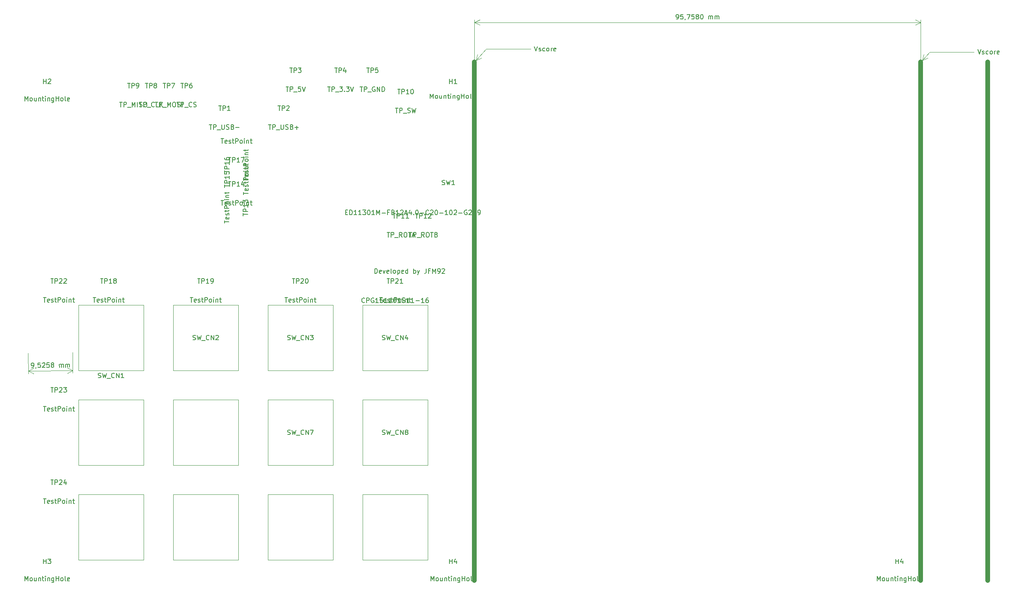
<source format=gbr>
%TF.GenerationSoftware,KiCad,Pcbnew,7.0.8*%
%TF.CreationDate,2023-12-04T11:10:45+01:00*%
%TF.ProjectId,scriptPad_PCB,73637269-7074-4506-9164-5f5043422e6b,rev?*%
%TF.SameCoordinates,Original*%
%TF.FileFunction,AssemblyDrawing,Top*%
%FSLAX46Y46*%
G04 Gerber Fmt 4.6, Leading zero omitted, Abs format (unit mm)*
G04 Created by KiCad (PCBNEW 7.0.8) date 2023-12-04 11:10:45*
%MOMM*%
%LPD*%
G01*
G04 APERTURE LIST*
%ADD10C,1.000000*%
%ADD11C,0.150000*%
%ADD12C,0.100000*%
%ADD13C,0.200000*%
G04 APERTURE END LIST*
D10*
X230251000Y-39878000D02*
X230251000Y-151130000D01*
X215900000Y-39878000D02*
X215900000Y-151130000D01*
X120142000Y-39878000D02*
X120142000Y-151130000D01*
D11*
X98761779Y-85213819D02*
X98761779Y-84213819D01*
X98761779Y-84213819D02*
X98999874Y-84213819D01*
X98999874Y-84213819D02*
X99142731Y-84261438D01*
X99142731Y-84261438D02*
X99237969Y-84356676D01*
X99237969Y-84356676D02*
X99285588Y-84451914D01*
X99285588Y-84451914D02*
X99333207Y-84642390D01*
X99333207Y-84642390D02*
X99333207Y-84785247D01*
X99333207Y-84785247D02*
X99285588Y-84975723D01*
X99285588Y-84975723D02*
X99237969Y-85070961D01*
X99237969Y-85070961D02*
X99142731Y-85166200D01*
X99142731Y-85166200D02*
X98999874Y-85213819D01*
X98999874Y-85213819D02*
X98761779Y-85213819D01*
X100142731Y-85166200D02*
X100047493Y-85213819D01*
X100047493Y-85213819D02*
X99857017Y-85213819D01*
X99857017Y-85213819D02*
X99761779Y-85166200D01*
X99761779Y-85166200D02*
X99714160Y-85070961D01*
X99714160Y-85070961D02*
X99714160Y-84690009D01*
X99714160Y-84690009D02*
X99761779Y-84594771D01*
X99761779Y-84594771D02*
X99857017Y-84547152D01*
X99857017Y-84547152D02*
X100047493Y-84547152D01*
X100047493Y-84547152D02*
X100142731Y-84594771D01*
X100142731Y-84594771D02*
X100190350Y-84690009D01*
X100190350Y-84690009D02*
X100190350Y-84785247D01*
X100190350Y-84785247D02*
X99714160Y-84880485D01*
X100523684Y-84547152D02*
X100761779Y-85213819D01*
X100761779Y-85213819D02*
X100999874Y-84547152D01*
X101761779Y-85166200D02*
X101666541Y-85213819D01*
X101666541Y-85213819D02*
X101476065Y-85213819D01*
X101476065Y-85213819D02*
X101380827Y-85166200D01*
X101380827Y-85166200D02*
X101333208Y-85070961D01*
X101333208Y-85070961D02*
X101333208Y-84690009D01*
X101333208Y-84690009D02*
X101380827Y-84594771D01*
X101380827Y-84594771D02*
X101476065Y-84547152D01*
X101476065Y-84547152D02*
X101666541Y-84547152D01*
X101666541Y-84547152D02*
X101761779Y-84594771D01*
X101761779Y-84594771D02*
X101809398Y-84690009D01*
X101809398Y-84690009D02*
X101809398Y-84785247D01*
X101809398Y-84785247D02*
X101333208Y-84880485D01*
X102380827Y-85213819D02*
X102285589Y-85166200D01*
X102285589Y-85166200D02*
X102237970Y-85070961D01*
X102237970Y-85070961D02*
X102237970Y-84213819D01*
X102904637Y-85213819D02*
X102809399Y-85166200D01*
X102809399Y-85166200D02*
X102761780Y-85118580D01*
X102761780Y-85118580D02*
X102714161Y-85023342D01*
X102714161Y-85023342D02*
X102714161Y-84737628D01*
X102714161Y-84737628D02*
X102761780Y-84642390D01*
X102761780Y-84642390D02*
X102809399Y-84594771D01*
X102809399Y-84594771D02*
X102904637Y-84547152D01*
X102904637Y-84547152D02*
X103047494Y-84547152D01*
X103047494Y-84547152D02*
X103142732Y-84594771D01*
X103142732Y-84594771D02*
X103190351Y-84642390D01*
X103190351Y-84642390D02*
X103237970Y-84737628D01*
X103237970Y-84737628D02*
X103237970Y-85023342D01*
X103237970Y-85023342D02*
X103190351Y-85118580D01*
X103190351Y-85118580D02*
X103142732Y-85166200D01*
X103142732Y-85166200D02*
X103047494Y-85213819D01*
X103047494Y-85213819D02*
X102904637Y-85213819D01*
X103666542Y-84547152D02*
X103666542Y-85547152D01*
X103666542Y-84594771D02*
X103761780Y-84547152D01*
X103761780Y-84547152D02*
X103952256Y-84547152D01*
X103952256Y-84547152D02*
X104047494Y-84594771D01*
X104047494Y-84594771D02*
X104095113Y-84642390D01*
X104095113Y-84642390D02*
X104142732Y-84737628D01*
X104142732Y-84737628D02*
X104142732Y-85023342D01*
X104142732Y-85023342D02*
X104095113Y-85118580D01*
X104095113Y-85118580D02*
X104047494Y-85166200D01*
X104047494Y-85166200D02*
X103952256Y-85213819D01*
X103952256Y-85213819D02*
X103761780Y-85213819D01*
X103761780Y-85213819D02*
X103666542Y-85166200D01*
X104952256Y-85166200D02*
X104857018Y-85213819D01*
X104857018Y-85213819D02*
X104666542Y-85213819D01*
X104666542Y-85213819D02*
X104571304Y-85166200D01*
X104571304Y-85166200D02*
X104523685Y-85070961D01*
X104523685Y-85070961D02*
X104523685Y-84690009D01*
X104523685Y-84690009D02*
X104571304Y-84594771D01*
X104571304Y-84594771D02*
X104666542Y-84547152D01*
X104666542Y-84547152D02*
X104857018Y-84547152D01*
X104857018Y-84547152D02*
X104952256Y-84594771D01*
X104952256Y-84594771D02*
X104999875Y-84690009D01*
X104999875Y-84690009D02*
X104999875Y-84785247D01*
X104999875Y-84785247D02*
X104523685Y-84880485D01*
X105857018Y-85213819D02*
X105857018Y-84213819D01*
X105857018Y-85166200D02*
X105761780Y-85213819D01*
X105761780Y-85213819D02*
X105571304Y-85213819D01*
X105571304Y-85213819D02*
X105476066Y-85166200D01*
X105476066Y-85166200D02*
X105428447Y-85118580D01*
X105428447Y-85118580D02*
X105380828Y-85023342D01*
X105380828Y-85023342D02*
X105380828Y-84737628D01*
X105380828Y-84737628D02*
X105428447Y-84642390D01*
X105428447Y-84642390D02*
X105476066Y-84594771D01*
X105476066Y-84594771D02*
X105571304Y-84547152D01*
X105571304Y-84547152D02*
X105761780Y-84547152D01*
X105761780Y-84547152D02*
X105857018Y-84594771D01*
X107095114Y-85213819D02*
X107095114Y-84213819D01*
X107095114Y-84594771D02*
X107190352Y-84547152D01*
X107190352Y-84547152D02*
X107380828Y-84547152D01*
X107380828Y-84547152D02*
X107476066Y-84594771D01*
X107476066Y-84594771D02*
X107523685Y-84642390D01*
X107523685Y-84642390D02*
X107571304Y-84737628D01*
X107571304Y-84737628D02*
X107571304Y-85023342D01*
X107571304Y-85023342D02*
X107523685Y-85118580D01*
X107523685Y-85118580D02*
X107476066Y-85166200D01*
X107476066Y-85166200D02*
X107380828Y-85213819D01*
X107380828Y-85213819D02*
X107190352Y-85213819D01*
X107190352Y-85213819D02*
X107095114Y-85166200D01*
X107904638Y-84547152D02*
X108142733Y-85213819D01*
X108380828Y-84547152D02*
X108142733Y-85213819D01*
X108142733Y-85213819D02*
X108047495Y-85451914D01*
X108047495Y-85451914D02*
X107999876Y-85499533D01*
X107999876Y-85499533D02*
X107904638Y-85547152D01*
X109809400Y-84213819D02*
X109809400Y-84928104D01*
X109809400Y-84928104D02*
X109761781Y-85070961D01*
X109761781Y-85070961D02*
X109666543Y-85166200D01*
X109666543Y-85166200D02*
X109523686Y-85213819D01*
X109523686Y-85213819D02*
X109428448Y-85213819D01*
X110618924Y-84690009D02*
X110285591Y-84690009D01*
X110285591Y-85213819D02*
X110285591Y-84213819D01*
X110285591Y-84213819D02*
X110761781Y-84213819D01*
X111142734Y-85213819D02*
X111142734Y-84213819D01*
X111142734Y-84213819D02*
X111476067Y-84928104D01*
X111476067Y-84928104D02*
X111809400Y-84213819D01*
X111809400Y-84213819D02*
X111809400Y-85213819D01*
X112333210Y-85213819D02*
X112523686Y-85213819D01*
X112523686Y-85213819D02*
X112618924Y-85166200D01*
X112618924Y-85166200D02*
X112666543Y-85118580D01*
X112666543Y-85118580D02*
X112761781Y-84975723D01*
X112761781Y-84975723D02*
X112809400Y-84785247D01*
X112809400Y-84785247D02*
X112809400Y-84404295D01*
X112809400Y-84404295D02*
X112761781Y-84309057D01*
X112761781Y-84309057D02*
X112714162Y-84261438D01*
X112714162Y-84261438D02*
X112618924Y-84213819D01*
X112618924Y-84213819D02*
X112428448Y-84213819D01*
X112428448Y-84213819D02*
X112333210Y-84261438D01*
X112333210Y-84261438D02*
X112285591Y-84309057D01*
X112285591Y-84309057D02*
X112237972Y-84404295D01*
X112237972Y-84404295D02*
X112237972Y-84642390D01*
X112237972Y-84642390D02*
X112285591Y-84737628D01*
X112285591Y-84737628D02*
X112333210Y-84785247D01*
X112333210Y-84785247D02*
X112428448Y-84832866D01*
X112428448Y-84832866D02*
X112618924Y-84832866D01*
X112618924Y-84832866D02*
X112714162Y-84785247D01*
X112714162Y-84785247D02*
X112761781Y-84737628D01*
X112761781Y-84737628D02*
X112809400Y-84642390D01*
X113190353Y-84309057D02*
X113237972Y-84261438D01*
X113237972Y-84261438D02*
X113333210Y-84213819D01*
X113333210Y-84213819D02*
X113571305Y-84213819D01*
X113571305Y-84213819D02*
X113666543Y-84261438D01*
X113666543Y-84261438D02*
X113714162Y-84309057D01*
X113714162Y-84309057D02*
X113761781Y-84404295D01*
X113761781Y-84404295D02*
X113761781Y-84499533D01*
X113761781Y-84499533D02*
X113714162Y-84642390D01*
X113714162Y-84642390D02*
X113142734Y-85213819D01*
X113142734Y-85213819D02*
X113761781Y-85213819D01*
X25147501Y-105464046D02*
X25337961Y-105461506D01*
X25337961Y-105461506D02*
X25432555Y-105412622D01*
X25432555Y-105412622D02*
X25479535Y-105364372D01*
X25479535Y-105364372D02*
X25572860Y-105220258D01*
X25572860Y-105220258D02*
X25617936Y-105029164D01*
X25617936Y-105029164D02*
X25612857Y-104648245D01*
X25612857Y-104648245D02*
X25563972Y-104553650D01*
X25563972Y-104553650D02*
X25515722Y-104506670D01*
X25515722Y-104506670D02*
X25419858Y-104460325D01*
X25419858Y-104460325D02*
X25229399Y-104462865D01*
X25229399Y-104462865D02*
X25134804Y-104511749D01*
X25134804Y-104511749D02*
X25087824Y-104559999D01*
X25087824Y-104559999D02*
X25041479Y-104655863D01*
X25041479Y-104655863D02*
X25044653Y-104893938D01*
X25044653Y-104893938D02*
X25093538Y-104988532D01*
X25093538Y-104988532D02*
X25141787Y-105035512D01*
X25141787Y-105035512D02*
X25237652Y-105081857D01*
X25237652Y-105081857D02*
X25428111Y-105079318D01*
X25428111Y-105079318D02*
X25522706Y-105030433D01*
X25522706Y-105030433D02*
X25569686Y-104982184D01*
X25569686Y-104982184D02*
X25616031Y-104886319D01*
X26099163Y-105403733D02*
X26099798Y-105451348D01*
X26099798Y-105451348D02*
X26053453Y-105547213D01*
X26053453Y-105547213D02*
X26006473Y-105595462D01*
X26991146Y-104439375D02*
X26514998Y-104445723D01*
X26514998Y-104445723D02*
X26473732Y-104922506D01*
X26473732Y-104922506D02*
X26520712Y-104874257D01*
X26520712Y-104874257D02*
X26615307Y-104825372D01*
X26615307Y-104825372D02*
X26853381Y-104822198D01*
X26853381Y-104822198D02*
X26949245Y-104868543D01*
X26949245Y-104868543D02*
X26997495Y-104915523D01*
X26997495Y-104915523D02*
X27046380Y-105010118D01*
X27046380Y-105010118D02*
X27049554Y-105248192D01*
X27049554Y-105248192D02*
X27003209Y-105344056D01*
X27003209Y-105344056D02*
X26956229Y-105392306D01*
X26956229Y-105392306D02*
X26861634Y-105441190D01*
X26861634Y-105441190D02*
X26623560Y-105444365D01*
X26623560Y-105444365D02*
X26527696Y-105398020D01*
X26527696Y-105398020D02*
X26479446Y-105351040D01*
X27420950Y-104528891D02*
X27467930Y-104480641D01*
X27467930Y-104480641D02*
X27562524Y-104431756D01*
X27562524Y-104431756D02*
X27800598Y-104428582D01*
X27800598Y-104428582D02*
X27896463Y-104474927D01*
X27896463Y-104474927D02*
X27944713Y-104521907D01*
X27944713Y-104521907D02*
X27993597Y-104616502D01*
X27993597Y-104616502D02*
X27994867Y-104711731D01*
X27994867Y-104711731D02*
X27949157Y-104855211D01*
X27949157Y-104855211D02*
X27385397Y-105434207D01*
X27385397Y-105434207D02*
X28004390Y-105425954D01*
X28895739Y-104413980D02*
X28419591Y-104420329D01*
X28419591Y-104420329D02*
X28378325Y-104897112D01*
X28378325Y-104897112D02*
X28425305Y-104848862D01*
X28425305Y-104848862D02*
X28519900Y-104799978D01*
X28519900Y-104799978D02*
X28757974Y-104796803D01*
X28757974Y-104796803D02*
X28853838Y-104843148D01*
X28853838Y-104843148D02*
X28902088Y-104890128D01*
X28902088Y-104890128D02*
X28950972Y-104984723D01*
X28950972Y-104984723D02*
X28954147Y-105222797D01*
X28954147Y-105222797D02*
X28907802Y-105318662D01*
X28907802Y-105318662D02*
X28860822Y-105366911D01*
X28860822Y-105366911D02*
X28766227Y-105415796D01*
X28766227Y-105415796D02*
X28528153Y-105418970D01*
X28528153Y-105418970D02*
X28432288Y-105372625D01*
X28432288Y-105372625D02*
X28384039Y-105325645D01*
X29520446Y-104834260D02*
X29424581Y-104787915D01*
X29424581Y-104787915D02*
X29376331Y-104740935D01*
X29376331Y-104740935D02*
X29327447Y-104646340D01*
X29327447Y-104646340D02*
X29326812Y-104598726D01*
X29326812Y-104598726D02*
X29373157Y-104502861D01*
X29373157Y-104502861D02*
X29420137Y-104454611D01*
X29420137Y-104454611D02*
X29514732Y-104405727D01*
X29514732Y-104405727D02*
X29705191Y-104403187D01*
X29705191Y-104403187D02*
X29801056Y-104449533D01*
X29801056Y-104449533D02*
X29849305Y-104496513D01*
X29849305Y-104496513D02*
X29898190Y-104591107D01*
X29898190Y-104591107D02*
X29898825Y-104638722D01*
X29898825Y-104638722D02*
X29852480Y-104734587D01*
X29852480Y-104734587D02*
X29805500Y-104782836D01*
X29805500Y-104782836D02*
X29710905Y-104831721D01*
X29710905Y-104831721D02*
X29520446Y-104834260D01*
X29520446Y-104834260D02*
X29425851Y-104883145D01*
X29425851Y-104883145D02*
X29378871Y-104931395D01*
X29378871Y-104931395D02*
X29332526Y-105027259D01*
X29332526Y-105027259D02*
X29335065Y-105217718D01*
X29335065Y-105217718D02*
X29383950Y-105312313D01*
X29383950Y-105312313D02*
X29432199Y-105359293D01*
X29432199Y-105359293D02*
X29528064Y-105405638D01*
X29528064Y-105405638D02*
X29718523Y-105403099D01*
X29718523Y-105403099D02*
X29813118Y-105354214D01*
X29813118Y-105354214D02*
X29860098Y-105305964D01*
X29860098Y-105305964D02*
X29906443Y-105210100D01*
X29906443Y-105210100D02*
X29903904Y-105019641D01*
X29903904Y-105019641D02*
X29855019Y-104925046D01*
X29855019Y-104925046D02*
X29806769Y-104878066D01*
X29806769Y-104878066D02*
X29710905Y-104831721D01*
X31099353Y-105384688D02*
X31090465Y-104718080D01*
X31091735Y-104813310D02*
X31138715Y-104765060D01*
X31138715Y-104765060D02*
X31233310Y-104716176D01*
X31233310Y-104716176D02*
X31376154Y-104714271D01*
X31376154Y-104714271D02*
X31472018Y-104760616D01*
X31472018Y-104760616D02*
X31520903Y-104855211D01*
X31520903Y-104855211D02*
X31527887Y-105378974D01*
X31520903Y-104855211D02*
X31567248Y-104759346D01*
X31567248Y-104759346D02*
X31661843Y-104710462D01*
X31661843Y-104710462D02*
X31804687Y-104708557D01*
X31804687Y-104708557D02*
X31900552Y-104754902D01*
X31900552Y-104754902D02*
X31949436Y-104849497D01*
X31949436Y-104849497D02*
X31956420Y-105373260D01*
X32432568Y-105366911D02*
X32423680Y-104700304D01*
X32424949Y-104795534D02*
X32471929Y-104747284D01*
X32471929Y-104747284D02*
X32566524Y-104698399D01*
X32566524Y-104698399D02*
X32709368Y-104696495D01*
X32709368Y-104696495D02*
X32805233Y-104742840D01*
X32805233Y-104742840D02*
X32854117Y-104837435D01*
X32854117Y-104837435D02*
X32861101Y-105361198D01*
X32854117Y-104837435D02*
X32900463Y-104741570D01*
X32900463Y-104741570D02*
X32995057Y-104692686D01*
X32995057Y-104692686D02*
X33137902Y-104690781D01*
X33137902Y-104690781D02*
X33233766Y-104737126D01*
X33233766Y-104737126D02*
X33282651Y-104831721D01*
X33282651Y-104831721D02*
X33289634Y-105355484D01*
D12*
X24390666Y-102353956D02*
X24449348Y-106755071D01*
X33915666Y-102226956D02*
X33974348Y-106628071D01*
X24441529Y-106168702D02*
X33966529Y-106041702D01*
X24441529Y-106168702D02*
X33966529Y-106041702D01*
X24441529Y-106168702D02*
X25560114Y-105567315D01*
X24441529Y-106168702D02*
X25575751Y-106740052D01*
X33966529Y-106041702D02*
X32847944Y-106643089D01*
X33966529Y-106041702D02*
X32832307Y-105470352D01*
D11*
X163497191Y-30673819D02*
X163687667Y-30673819D01*
X163687667Y-30673819D02*
X163782905Y-30626200D01*
X163782905Y-30626200D02*
X163830524Y-30578580D01*
X163830524Y-30578580D02*
X163925762Y-30435723D01*
X163925762Y-30435723D02*
X163973381Y-30245247D01*
X163973381Y-30245247D02*
X163973381Y-29864295D01*
X163973381Y-29864295D02*
X163925762Y-29769057D01*
X163925762Y-29769057D02*
X163878143Y-29721438D01*
X163878143Y-29721438D02*
X163782905Y-29673819D01*
X163782905Y-29673819D02*
X163592429Y-29673819D01*
X163592429Y-29673819D02*
X163497191Y-29721438D01*
X163497191Y-29721438D02*
X163449572Y-29769057D01*
X163449572Y-29769057D02*
X163401953Y-29864295D01*
X163401953Y-29864295D02*
X163401953Y-30102390D01*
X163401953Y-30102390D02*
X163449572Y-30197628D01*
X163449572Y-30197628D02*
X163497191Y-30245247D01*
X163497191Y-30245247D02*
X163592429Y-30292866D01*
X163592429Y-30292866D02*
X163782905Y-30292866D01*
X163782905Y-30292866D02*
X163878143Y-30245247D01*
X163878143Y-30245247D02*
X163925762Y-30197628D01*
X163925762Y-30197628D02*
X163973381Y-30102390D01*
X164878143Y-29673819D02*
X164401953Y-29673819D01*
X164401953Y-29673819D02*
X164354334Y-30150009D01*
X164354334Y-30150009D02*
X164401953Y-30102390D01*
X164401953Y-30102390D02*
X164497191Y-30054771D01*
X164497191Y-30054771D02*
X164735286Y-30054771D01*
X164735286Y-30054771D02*
X164830524Y-30102390D01*
X164830524Y-30102390D02*
X164878143Y-30150009D01*
X164878143Y-30150009D02*
X164925762Y-30245247D01*
X164925762Y-30245247D02*
X164925762Y-30483342D01*
X164925762Y-30483342D02*
X164878143Y-30578580D01*
X164878143Y-30578580D02*
X164830524Y-30626200D01*
X164830524Y-30626200D02*
X164735286Y-30673819D01*
X164735286Y-30673819D02*
X164497191Y-30673819D01*
X164497191Y-30673819D02*
X164401953Y-30626200D01*
X164401953Y-30626200D02*
X164354334Y-30578580D01*
X165401953Y-30626200D02*
X165401953Y-30673819D01*
X165401953Y-30673819D02*
X165354334Y-30769057D01*
X165354334Y-30769057D02*
X165306715Y-30816676D01*
X165735286Y-29673819D02*
X166401952Y-29673819D01*
X166401952Y-29673819D02*
X165973381Y-30673819D01*
X167259095Y-29673819D02*
X166782905Y-29673819D01*
X166782905Y-29673819D02*
X166735286Y-30150009D01*
X166735286Y-30150009D02*
X166782905Y-30102390D01*
X166782905Y-30102390D02*
X166878143Y-30054771D01*
X166878143Y-30054771D02*
X167116238Y-30054771D01*
X167116238Y-30054771D02*
X167211476Y-30102390D01*
X167211476Y-30102390D02*
X167259095Y-30150009D01*
X167259095Y-30150009D02*
X167306714Y-30245247D01*
X167306714Y-30245247D02*
X167306714Y-30483342D01*
X167306714Y-30483342D02*
X167259095Y-30578580D01*
X167259095Y-30578580D02*
X167211476Y-30626200D01*
X167211476Y-30626200D02*
X167116238Y-30673819D01*
X167116238Y-30673819D02*
X166878143Y-30673819D01*
X166878143Y-30673819D02*
X166782905Y-30626200D01*
X166782905Y-30626200D02*
X166735286Y-30578580D01*
X167878143Y-30102390D02*
X167782905Y-30054771D01*
X167782905Y-30054771D02*
X167735286Y-30007152D01*
X167735286Y-30007152D02*
X167687667Y-29911914D01*
X167687667Y-29911914D02*
X167687667Y-29864295D01*
X167687667Y-29864295D02*
X167735286Y-29769057D01*
X167735286Y-29769057D02*
X167782905Y-29721438D01*
X167782905Y-29721438D02*
X167878143Y-29673819D01*
X167878143Y-29673819D02*
X168068619Y-29673819D01*
X168068619Y-29673819D02*
X168163857Y-29721438D01*
X168163857Y-29721438D02*
X168211476Y-29769057D01*
X168211476Y-29769057D02*
X168259095Y-29864295D01*
X168259095Y-29864295D02*
X168259095Y-29911914D01*
X168259095Y-29911914D02*
X168211476Y-30007152D01*
X168211476Y-30007152D02*
X168163857Y-30054771D01*
X168163857Y-30054771D02*
X168068619Y-30102390D01*
X168068619Y-30102390D02*
X167878143Y-30102390D01*
X167878143Y-30102390D02*
X167782905Y-30150009D01*
X167782905Y-30150009D02*
X167735286Y-30197628D01*
X167735286Y-30197628D02*
X167687667Y-30292866D01*
X167687667Y-30292866D02*
X167687667Y-30483342D01*
X167687667Y-30483342D02*
X167735286Y-30578580D01*
X167735286Y-30578580D02*
X167782905Y-30626200D01*
X167782905Y-30626200D02*
X167878143Y-30673819D01*
X167878143Y-30673819D02*
X168068619Y-30673819D01*
X168068619Y-30673819D02*
X168163857Y-30626200D01*
X168163857Y-30626200D02*
X168211476Y-30578580D01*
X168211476Y-30578580D02*
X168259095Y-30483342D01*
X168259095Y-30483342D02*
X168259095Y-30292866D01*
X168259095Y-30292866D02*
X168211476Y-30197628D01*
X168211476Y-30197628D02*
X168163857Y-30150009D01*
X168163857Y-30150009D02*
X168068619Y-30102390D01*
X168878143Y-29673819D02*
X168973381Y-29673819D01*
X168973381Y-29673819D02*
X169068619Y-29721438D01*
X169068619Y-29721438D02*
X169116238Y-29769057D01*
X169116238Y-29769057D02*
X169163857Y-29864295D01*
X169163857Y-29864295D02*
X169211476Y-30054771D01*
X169211476Y-30054771D02*
X169211476Y-30292866D01*
X169211476Y-30292866D02*
X169163857Y-30483342D01*
X169163857Y-30483342D02*
X169116238Y-30578580D01*
X169116238Y-30578580D02*
X169068619Y-30626200D01*
X169068619Y-30626200D02*
X168973381Y-30673819D01*
X168973381Y-30673819D02*
X168878143Y-30673819D01*
X168878143Y-30673819D02*
X168782905Y-30626200D01*
X168782905Y-30626200D02*
X168735286Y-30578580D01*
X168735286Y-30578580D02*
X168687667Y-30483342D01*
X168687667Y-30483342D02*
X168640048Y-30292866D01*
X168640048Y-30292866D02*
X168640048Y-30054771D01*
X168640048Y-30054771D02*
X168687667Y-29864295D01*
X168687667Y-29864295D02*
X168735286Y-29769057D01*
X168735286Y-29769057D02*
X168782905Y-29721438D01*
X168782905Y-29721438D02*
X168878143Y-29673819D01*
X170401953Y-30673819D02*
X170401953Y-30007152D01*
X170401953Y-30102390D02*
X170449572Y-30054771D01*
X170449572Y-30054771D02*
X170544810Y-30007152D01*
X170544810Y-30007152D02*
X170687667Y-30007152D01*
X170687667Y-30007152D02*
X170782905Y-30054771D01*
X170782905Y-30054771D02*
X170830524Y-30150009D01*
X170830524Y-30150009D02*
X170830524Y-30673819D01*
X170830524Y-30150009D02*
X170878143Y-30054771D01*
X170878143Y-30054771D02*
X170973381Y-30007152D01*
X170973381Y-30007152D02*
X171116238Y-30007152D01*
X171116238Y-30007152D02*
X171211477Y-30054771D01*
X171211477Y-30054771D02*
X171259096Y-30150009D01*
X171259096Y-30150009D02*
X171259096Y-30673819D01*
X171735286Y-30673819D02*
X171735286Y-30007152D01*
X171735286Y-30102390D02*
X171782905Y-30054771D01*
X171782905Y-30054771D02*
X171878143Y-30007152D01*
X171878143Y-30007152D02*
X172021000Y-30007152D01*
X172021000Y-30007152D02*
X172116238Y-30054771D01*
X172116238Y-30054771D02*
X172163857Y-30150009D01*
X172163857Y-30150009D02*
X172163857Y-30673819D01*
X172163857Y-30150009D02*
X172211476Y-30054771D01*
X172211476Y-30054771D02*
X172306714Y-30007152D01*
X172306714Y-30007152D02*
X172449571Y-30007152D01*
X172449571Y-30007152D02*
X172544810Y-30054771D01*
X172544810Y-30054771D02*
X172592429Y-30150009D01*
X172592429Y-30150009D02*
X172592429Y-30673819D01*
D12*
X120142000Y-39378000D02*
X120142000Y-30782580D01*
X215900000Y-39378000D02*
X215900000Y-30782580D01*
X120142000Y-31369000D02*
X215900000Y-31369000D01*
X120142000Y-31369000D02*
X215900000Y-31369000D01*
X120142000Y-31369000D02*
X121268504Y-30782579D01*
X120142000Y-31369000D02*
X121268504Y-31955421D01*
X215900000Y-31369000D02*
X214773496Y-31955421D01*
X215900000Y-31369000D02*
X214773496Y-30782579D01*
D13*
X228147857Y-37171219D02*
X228481190Y-38171219D01*
X228481190Y-38171219D02*
X228814523Y-37171219D01*
X229100238Y-38123600D02*
X229195476Y-38171219D01*
X229195476Y-38171219D02*
X229385952Y-38171219D01*
X229385952Y-38171219D02*
X229481190Y-38123600D01*
X229481190Y-38123600D02*
X229528809Y-38028361D01*
X229528809Y-38028361D02*
X229528809Y-37980742D01*
X229528809Y-37980742D02*
X229481190Y-37885504D01*
X229481190Y-37885504D02*
X229385952Y-37837885D01*
X229385952Y-37837885D02*
X229243095Y-37837885D01*
X229243095Y-37837885D02*
X229147857Y-37790266D01*
X229147857Y-37790266D02*
X229100238Y-37695028D01*
X229100238Y-37695028D02*
X229100238Y-37647409D01*
X229100238Y-37647409D02*
X229147857Y-37552171D01*
X229147857Y-37552171D02*
X229243095Y-37504552D01*
X229243095Y-37504552D02*
X229385952Y-37504552D01*
X229385952Y-37504552D02*
X229481190Y-37552171D01*
X230385952Y-38123600D02*
X230290714Y-38171219D01*
X230290714Y-38171219D02*
X230100238Y-38171219D01*
X230100238Y-38171219D02*
X230005000Y-38123600D01*
X230005000Y-38123600D02*
X229957381Y-38075980D01*
X229957381Y-38075980D02*
X229909762Y-37980742D01*
X229909762Y-37980742D02*
X229909762Y-37695028D01*
X229909762Y-37695028D02*
X229957381Y-37599790D01*
X229957381Y-37599790D02*
X230005000Y-37552171D01*
X230005000Y-37552171D02*
X230100238Y-37504552D01*
X230100238Y-37504552D02*
X230290714Y-37504552D01*
X230290714Y-37504552D02*
X230385952Y-37552171D01*
X230957381Y-38171219D02*
X230862143Y-38123600D01*
X230862143Y-38123600D02*
X230814524Y-38075980D01*
X230814524Y-38075980D02*
X230766905Y-37980742D01*
X230766905Y-37980742D02*
X230766905Y-37695028D01*
X230766905Y-37695028D02*
X230814524Y-37599790D01*
X230814524Y-37599790D02*
X230862143Y-37552171D01*
X230862143Y-37552171D02*
X230957381Y-37504552D01*
X230957381Y-37504552D02*
X231100238Y-37504552D01*
X231100238Y-37504552D02*
X231195476Y-37552171D01*
X231195476Y-37552171D02*
X231243095Y-37599790D01*
X231243095Y-37599790D02*
X231290714Y-37695028D01*
X231290714Y-37695028D02*
X231290714Y-37980742D01*
X231290714Y-37980742D02*
X231243095Y-38075980D01*
X231243095Y-38075980D02*
X231195476Y-38123600D01*
X231195476Y-38123600D02*
X231100238Y-38171219D01*
X231100238Y-38171219D02*
X230957381Y-38171219D01*
X231719286Y-38171219D02*
X231719286Y-37504552D01*
X231719286Y-37695028D02*
X231766905Y-37599790D01*
X231766905Y-37599790D02*
X231814524Y-37552171D01*
X231814524Y-37552171D02*
X231909762Y-37504552D01*
X231909762Y-37504552D02*
X232005000Y-37504552D01*
X232719286Y-38123600D02*
X232624048Y-38171219D01*
X232624048Y-38171219D02*
X232433572Y-38171219D01*
X232433572Y-38171219D02*
X232338334Y-38123600D01*
X232338334Y-38123600D02*
X232290715Y-38028361D01*
X232290715Y-38028361D02*
X232290715Y-37647409D01*
X232290715Y-37647409D02*
X232338334Y-37552171D01*
X232338334Y-37552171D02*
X232433572Y-37504552D01*
X232433572Y-37504552D02*
X232624048Y-37504552D01*
X232624048Y-37504552D02*
X232719286Y-37552171D01*
X232719286Y-37552171D02*
X232766905Y-37647409D01*
X232766905Y-37647409D02*
X232766905Y-37742647D01*
X232766905Y-37742647D02*
X232290715Y-37837885D01*
D12*
X216230811Y-39503081D02*
X217805000Y-37719000D01*
X216230811Y-39503081D02*
X216536410Y-38270397D01*
X216230811Y-39503081D02*
X217415851Y-39046374D01*
X217805000Y-37719000D02*
X227352619Y-37719000D01*
X216230811Y-39503081D02*
X217805000Y-37719000D01*
X216230811Y-39503081D02*
X216536410Y-38270397D01*
X216230811Y-39503081D02*
X217415851Y-39046374D01*
X217805000Y-37719000D02*
X227352619Y-37719000D01*
D13*
X133024857Y-36536219D02*
X133358190Y-37536219D01*
X133358190Y-37536219D02*
X133691523Y-36536219D01*
X133977238Y-37488600D02*
X134072476Y-37536219D01*
X134072476Y-37536219D02*
X134262952Y-37536219D01*
X134262952Y-37536219D02*
X134358190Y-37488600D01*
X134358190Y-37488600D02*
X134405809Y-37393361D01*
X134405809Y-37393361D02*
X134405809Y-37345742D01*
X134405809Y-37345742D02*
X134358190Y-37250504D01*
X134358190Y-37250504D02*
X134262952Y-37202885D01*
X134262952Y-37202885D02*
X134120095Y-37202885D01*
X134120095Y-37202885D02*
X134024857Y-37155266D01*
X134024857Y-37155266D02*
X133977238Y-37060028D01*
X133977238Y-37060028D02*
X133977238Y-37012409D01*
X133977238Y-37012409D02*
X134024857Y-36917171D01*
X134024857Y-36917171D02*
X134120095Y-36869552D01*
X134120095Y-36869552D02*
X134262952Y-36869552D01*
X134262952Y-36869552D02*
X134358190Y-36917171D01*
X135262952Y-37488600D02*
X135167714Y-37536219D01*
X135167714Y-37536219D02*
X134977238Y-37536219D01*
X134977238Y-37536219D02*
X134882000Y-37488600D01*
X134882000Y-37488600D02*
X134834381Y-37440980D01*
X134834381Y-37440980D02*
X134786762Y-37345742D01*
X134786762Y-37345742D02*
X134786762Y-37060028D01*
X134786762Y-37060028D02*
X134834381Y-36964790D01*
X134834381Y-36964790D02*
X134882000Y-36917171D01*
X134882000Y-36917171D02*
X134977238Y-36869552D01*
X134977238Y-36869552D02*
X135167714Y-36869552D01*
X135167714Y-36869552D02*
X135262952Y-36917171D01*
X135834381Y-37536219D02*
X135739143Y-37488600D01*
X135739143Y-37488600D02*
X135691524Y-37440980D01*
X135691524Y-37440980D02*
X135643905Y-37345742D01*
X135643905Y-37345742D02*
X135643905Y-37060028D01*
X135643905Y-37060028D02*
X135691524Y-36964790D01*
X135691524Y-36964790D02*
X135739143Y-36917171D01*
X135739143Y-36917171D02*
X135834381Y-36869552D01*
X135834381Y-36869552D02*
X135977238Y-36869552D01*
X135977238Y-36869552D02*
X136072476Y-36917171D01*
X136072476Y-36917171D02*
X136120095Y-36964790D01*
X136120095Y-36964790D02*
X136167714Y-37060028D01*
X136167714Y-37060028D02*
X136167714Y-37345742D01*
X136167714Y-37345742D02*
X136120095Y-37440980D01*
X136120095Y-37440980D02*
X136072476Y-37488600D01*
X136072476Y-37488600D02*
X135977238Y-37536219D01*
X135977238Y-37536219D02*
X135834381Y-37536219D01*
X136596286Y-37536219D02*
X136596286Y-36869552D01*
X136596286Y-37060028D02*
X136643905Y-36964790D01*
X136643905Y-36964790D02*
X136691524Y-36917171D01*
X136691524Y-36917171D02*
X136786762Y-36869552D01*
X136786762Y-36869552D02*
X136882000Y-36869552D01*
X137596286Y-37488600D02*
X137501048Y-37536219D01*
X137501048Y-37536219D02*
X137310572Y-37536219D01*
X137310572Y-37536219D02*
X137215334Y-37488600D01*
X137215334Y-37488600D02*
X137167715Y-37393361D01*
X137167715Y-37393361D02*
X137167715Y-37012409D01*
X137167715Y-37012409D02*
X137215334Y-36917171D01*
X137215334Y-36917171D02*
X137310572Y-36869552D01*
X137310572Y-36869552D02*
X137501048Y-36869552D01*
X137501048Y-36869552D02*
X137596286Y-36917171D01*
X137596286Y-36917171D02*
X137643905Y-37012409D01*
X137643905Y-37012409D02*
X137643905Y-37107647D01*
X137643905Y-37107647D02*
X137167715Y-37202885D01*
D12*
X120478336Y-39508030D02*
X122682000Y-37084000D01*
X120478336Y-39508030D02*
X120802188Y-38280015D01*
X120478336Y-39508030D02*
X121670021Y-39068954D01*
X122682000Y-37084000D02*
X132229619Y-37084000D01*
X120478336Y-39508030D02*
X122682000Y-37084000D01*
X120478336Y-39508030D02*
X120802188Y-38280015D01*
X120478336Y-39508030D02*
X121670021Y-39068954D01*
X122682000Y-37084000D02*
X132229619Y-37084000D01*
D11*
X92481619Y-72141009D02*
X92814952Y-72141009D01*
X92957809Y-72664819D02*
X92481619Y-72664819D01*
X92481619Y-72664819D02*
X92481619Y-71664819D01*
X92481619Y-71664819D02*
X92957809Y-71664819D01*
X93386381Y-72664819D02*
X93386381Y-71664819D01*
X93386381Y-71664819D02*
X93624476Y-71664819D01*
X93624476Y-71664819D02*
X93767333Y-71712438D01*
X93767333Y-71712438D02*
X93862571Y-71807676D01*
X93862571Y-71807676D02*
X93910190Y-71902914D01*
X93910190Y-71902914D02*
X93957809Y-72093390D01*
X93957809Y-72093390D02*
X93957809Y-72236247D01*
X93957809Y-72236247D02*
X93910190Y-72426723D01*
X93910190Y-72426723D02*
X93862571Y-72521961D01*
X93862571Y-72521961D02*
X93767333Y-72617200D01*
X93767333Y-72617200D02*
X93624476Y-72664819D01*
X93624476Y-72664819D02*
X93386381Y-72664819D01*
X94910190Y-72664819D02*
X94338762Y-72664819D01*
X94624476Y-72664819D02*
X94624476Y-71664819D01*
X94624476Y-71664819D02*
X94529238Y-71807676D01*
X94529238Y-71807676D02*
X94434000Y-71902914D01*
X94434000Y-71902914D02*
X94338762Y-71950533D01*
X95862571Y-72664819D02*
X95291143Y-72664819D01*
X95576857Y-72664819D02*
X95576857Y-71664819D01*
X95576857Y-71664819D02*
X95481619Y-71807676D01*
X95481619Y-71807676D02*
X95386381Y-71902914D01*
X95386381Y-71902914D02*
X95291143Y-71950533D01*
X96195905Y-71664819D02*
X96814952Y-71664819D01*
X96814952Y-71664819D02*
X96481619Y-72045771D01*
X96481619Y-72045771D02*
X96624476Y-72045771D01*
X96624476Y-72045771D02*
X96719714Y-72093390D01*
X96719714Y-72093390D02*
X96767333Y-72141009D01*
X96767333Y-72141009D02*
X96814952Y-72236247D01*
X96814952Y-72236247D02*
X96814952Y-72474342D01*
X96814952Y-72474342D02*
X96767333Y-72569580D01*
X96767333Y-72569580D02*
X96719714Y-72617200D01*
X96719714Y-72617200D02*
X96624476Y-72664819D01*
X96624476Y-72664819D02*
X96338762Y-72664819D01*
X96338762Y-72664819D02*
X96243524Y-72617200D01*
X96243524Y-72617200D02*
X96195905Y-72569580D01*
X97434000Y-71664819D02*
X97529238Y-71664819D01*
X97529238Y-71664819D02*
X97624476Y-71712438D01*
X97624476Y-71712438D02*
X97672095Y-71760057D01*
X97672095Y-71760057D02*
X97719714Y-71855295D01*
X97719714Y-71855295D02*
X97767333Y-72045771D01*
X97767333Y-72045771D02*
X97767333Y-72283866D01*
X97767333Y-72283866D02*
X97719714Y-72474342D01*
X97719714Y-72474342D02*
X97672095Y-72569580D01*
X97672095Y-72569580D02*
X97624476Y-72617200D01*
X97624476Y-72617200D02*
X97529238Y-72664819D01*
X97529238Y-72664819D02*
X97434000Y-72664819D01*
X97434000Y-72664819D02*
X97338762Y-72617200D01*
X97338762Y-72617200D02*
X97291143Y-72569580D01*
X97291143Y-72569580D02*
X97243524Y-72474342D01*
X97243524Y-72474342D02*
X97195905Y-72283866D01*
X97195905Y-72283866D02*
X97195905Y-72045771D01*
X97195905Y-72045771D02*
X97243524Y-71855295D01*
X97243524Y-71855295D02*
X97291143Y-71760057D01*
X97291143Y-71760057D02*
X97338762Y-71712438D01*
X97338762Y-71712438D02*
X97434000Y-71664819D01*
X98719714Y-72664819D02*
X98148286Y-72664819D01*
X98434000Y-72664819D02*
X98434000Y-71664819D01*
X98434000Y-71664819D02*
X98338762Y-71807676D01*
X98338762Y-71807676D02*
X98243524Y-71902914D01*
X98243524Y-71902914D02*
X98148286Y-71950533D01*
X99148286Y-72664819D02*
X99148286Y-71664819D01*
X99148286Y-71664819D02*
X99481619Y-72379104D01*
X99481619Y-72379104D02*
X99814952Y-71664819D01*
X99814952Y-71664819D02*
X99814952Y-72664819D01*
X100291143Y-72283866D02*
X101053048Y-72283866D01*
X101862571Y-72141009D02*
X101529238Y-72141009D01*
X101529238Y-72664819D02*
X101529238Y-71664819D01*
X101529238Y-71664819D02*
X102005428Y-71664819D01*
X102719714Y-72141009D02*
X102862571Y-72188628D01*
X102862571Y-72188628D02*
X102910190Y-72236247D01*
X102910190Y-72236247D02*
X102957809Y-72331485D01*
X102957809Y-72331485D02*
X102957809Y-72474342D01*
X102957809Y-72474342D02*
X102910190Y-72569580D01*
X102910190Y-72569580D02*
X102862571Y-72617200D01*
X102862571Y-72617200D02*
X102767333Y-72664819D01*
X102767333Y-72664819D02*
X102386381Y-72664819D01*
X102386381Y-72664819D02*
X102386381Y-71664819D01*
X102386381Y-71664819D02*
X102719714Y-71664819D01*
X102719714Y-71664819D02*
X102814952Y-71712438D01*
X102814952Y-71712438D02*
X102862571Y-71760057D01*
X102862571Y-71760057D02*
X102910190Y-71855295D01*
X102910190Y-71855295D02*
X102910190Y-71950533D01*
X102910190Y-71950533D02*
X102862571Y-72045771D01*
X102862571Y-72045771D02*
X102814952Y-72093390D01*
X102814952Y-72093390D02*
X102719714Y-72141009D01*
X102719714Y-72141009D02*
X102386381Y-72141009D01*
X103910190Y-72664819D02*
X103338762Y-72664819D01*
X103624476Y-72664819D02*
X103624476Y-71664819D01*
X103624476Y-71664819D02*
X103529238Y-71807676D01*
X103529238Y-71807676D02*
X103434000Y-71902914D01*
X103434000Y-71902914D02*
X103338762Y-71950533D01*
X104291143Y-71760057D02*
X104338762Y-71712438D01*
X104338762Y-71712438D02*
X104434000Y-71664819D01*
X104434000Y-71664819D02*
X104672095Y-71664819D01*
X104672095Y-71664819D02*
X104767333Y-71712438D01*
X104767333Y-71712438D02*
X104814952Y-71760057D01*
X104814952Y-71760057D02*
X104862571Y-71855295D01*
X104862571Y-71855295D02*
X104862571Y-71950533D01*
X104862571Y-71950533D02*
X104814952Y-72093390D01*
X104814952Y-72093390D02*
X104243524Y-72664819D01*
X104243524Y-72664819D02*
X104862571Y-72664819D01*
X105243524Y-72379104D02*
X105719714Y-72379104D01*
X105148286Y-72664819D02*
X105481619Y-71664819D01*
X105481619Y-71664819D02*
X105814952Y-72664819D01*
X106576857Y-71998152D02*
X106576857Y-72664819D01*
X106338762Y-71617200D02*
X106100667Y-72331485D01*
X106100667Y-72331485D02*
X106719714Y-72331485D01*
X107100667Y-72569580D02*
X107148286Y-72617200D01*
X107148286Y-72617200D02*
X107100667Y-72664819D01*
X107100667Y-72664819D02*
X107053048Y-72617200D01*
X107053048Y-72617200D02*
X107100667Y-72569580D01*
X107100667Y-72569580D02*
X107100667Y-72664819D01*
X107767333Y-71664819D02*
X107862571Y-71664819D01*
X107862571Y-71664819D02*
X107957809Y-71712438D01*
X107957809Y-71712438D02*
X108005428Y-71760057D01*
X108005428Y-71760057D02*
X108053047Y-71855295D01*
X108053047Y-71855295D02*
X108100666Y-72045771D01*
X108100666Y-72045771D02*
X108100666Y-72283866D01*
X108100666Y-72283866D02*
X108053047Y-72474342D01*
X108053047Y-72474342D02*
X108005428Y-72569580D01*
X108005428Y-72569580D02*
X107957809Y-72617200D01*
X107957809Y-72617200D02*
X107862571Y-72664819D01*
X107862571Y-72664819D02*
X107767333Y-72664819D01*
X107767333Y-72664819D02*
X107672095Y-72617200D01*
X107672095Y-72617200D02*
X107624476Y-72569580D01*
X107624476Y-72569580D02*
X107576857Y-72474342D01*
X107576857Y-72474342D02*
X107529238Y-72283866D01*
X107529238Y-72283866D02*
X107529238Y-72045771D01*
X107529238Y-72045771D02*
X107576857Y-71855295D01*
X107576857Y-71855295D02*
X107624476Y-71760057D01*
X107624476Y-71760057D02*
X107672095Y-71712438D01*
X107672095Y-71712438D02*
X107767333Y-71664819D01*
X108529238Y-72283866D02*
X109291143Y-72283866D01*
X110338761Y-72569580D02*
X110291142Y-72617200D01*
X110291142Y-72617200D02*
X110148285Y-72664819D01*
X110148285Y-72664819D02*
X110053047Y-72664819D01*
X110053047Y-72664819D02*
X109910190Y-72617200D01*
X109910190Y-72617200D02*
X109814952Y-72521961D01*
X109814952Y-72521961D02*
X109767333Y-72426723D01*
X109767333Y-72426723D02*
X109719714Y-72236247D01*
X109719714Y-72236247D02*
X109719714Y-72093390D01*
X109719714Y-72093390D02*
X109767333Y-71902914D01*
X109767333Y-71902914D02*
X109814952Y-71807676D01*
X109814952Y-71807676D02*
X109910190Y-71712438D01*
X109910190Y-71712438D02*
X110053047Y-71664819D01*
X110053047Y-71664819D02*
X110148285Y-71664819D01*
X110148285Y-71664819D02*
X110291142Y-71712438D01*
X110291142Y-71712438D02*
X110338761Y-71760057D01*
X110719714Y-71760057D02*
X110767333Y-71712438D01*
X110767333Y-71712438D02*
X110862571Y-71664819D01*
X110862571Y-71664819D02*
X111100666Y-71664819D01*
X111100666Y-71664819D02*
X111195904Y-71712438D01*
X111195904Y-71712438D02*
X111243523Y-71760057D01*
X111243523Y-71760057D02*
X111291142Y-71855295D01*
X111291142Y-71855295D02*
X111291142Y-71950533D01*
X111291142Y-71950533D02*
X111243523Y-72093390D01*
X111243523Y-72093390D02*
X110672095Y-72664819D01*
X110672095Y-72664819D02*
X111291142Y-72664819D01*
X111910190Y-71664819D02*
X112005428Y-71664819D01*
X112005428Y-71664819D02*
X112100666Y-71712438D01*
X112100666Y-71712438D02*
X112148285Y-71760057D01*
X112148285Y-71760057D02*
X112195904Y-71855295D01*
X112195904Y-71855295D02*
X112243523Y-72045771D01*
X112243523Y-72045771D02*
X112243523Y-72283866D01*
X112243523Y-72283866D02*
X112195904Y-72474342D01*
X112195904Y-72474342D02*
X112148285Y-72569580D01*
X112148285Y-72569580D02*
X112100666Y-72617200D01*
X112100666Y-72617200D02*
X112005428Y-72664819D01*
X112005428Y-72664819D02*
X111910190Y-72664819D01*
X111910190Y-72664819D02*
X111814952Y-72617200D01*
X111814952Y-72617200D02*
X111767333Y-72569580D01*
X111767333Y-72569580D02*
X111719714Y-72474342D01*
X111719714Y-72474342D02*
X111672095Y-72283866D01*
X111672095Y-72283866D02*
X111672095Y-72045771D01*
X111672095Y-72045771D02*
X111719714Y-71855295D01*
X111719714Y-71855295D02*
X111767333Y-71760057D01*
X111767333Y-71760057D02*
X111814952Y-71712438D01*
X111814952Y-71712438D02*
X111910190Y-71664819D01*
X112672095Y-72283866D02*
X113434000Y-72283866D01*
X114433999Y-72664819D02*
X113862571Y-72664819D01*
X114148285Y-72664819D02*
X114148285Y-71664819D01*
X114148285Y-71664819D02*
X114053047Y-71807676D01*
X114053047Y-71807676D02*
X113957809Y-71902914D01*
X113957809Y-71902914D02*
X113862571Y-71950533D01*
X115053047Y-71664819D02*
X115148285Y-71664819D01*
X115148285Y-71664819D02*
X115243523Y-71712438D01*
X115243523Y-71712438D02*
X115291142Y-71760057D01*
X115291142Y-71760057D02*
X115338761Y-71855295D01*
X115338761Y-71855295D02*
X115386380Y-72045771D01*
X115386380Y-72045771D02*
X115386380Y-72283866D01*
X115386380Y-72283866D02*
X115338761Y-72474342D01*
X115338761Y-72474342D02*
X115291142Y-72569580D01*
X115291142Y-72569580D02*
X115243523Y-72617200D01*
X115243523Y-72617200D02*
X115148285Y-72664819D01*
X115148285Y-72664819D02*
X115053047Y-72664819D01*
X115053047Y-72664819D02*
X114957809Y-72617200D01*
X114957809Y-72617200D02*
X114910190Y-72569580D01*
X114910190Y-72569580D02*
X114862571Y-72474342D01*
X114862571Y-72474342D02*
X114814952Y-72283866D01*
X114814952Y-72283866D02*
X114814952Y-72045771D01*
X114814952Y-72045771D02*
X114862571Y-71855295D01*
X114862571Y-71855295D02*
X114910190Y-71760057D01*
X114910190Y-71760057D02*
X114957809Y-71712438D01*
X114957809Y-71712438D02*
X115053047Y-71664819D01*
X115767333Y-71760057D02*
X115814952Y-71712438D01*
X115814952Y-71712438D02*
X115910190Y-71664819D01*
X115910190Y-71664819D02*
X116148285Y-71664819D01*
X116148285Y-71664819D02*
X116243523Y-71712438D01*
X116243523Y-71712438D02*
X116291142Y-71760057D01*
X116291142Y-71760057D02*
X116338761Y-71855295D01*
X116338761Y-71855295D02*
X116338761Y-71950533D01*
X116338761Y-71950533D02*
X116291142Y-72093390D01*
X116291142Y-72093390D02*
X115719714Y-72664819D01*
X115719714Y-72664819D02*
X116338761Y-72664819D01*
X116767333Y-72283866D02*
X117529238Y-72283866D01*
X118529237Y-71712438D02*
X118433999Y-71664819D01*
X118433999Y-71664819D02*
X118291142Y-71664819D01*
X118291142Y-71664819D02*
X118148285Y-71712438D01*
X118148285Y-71712438D02*
X118053047Y-71807676D01*
X118053047Y-71807676D02*
X118005428Y-71902914D01*
X118005428Y-71902914D02*
X117957809Y-72093390D01*
X117957809Y-72093390D02*
X117957809Y-72236247D01*
X117957809Y-72236247D02*
X118005428Y-72426723D01*
X118005428Y-72426723D02*
X118053047Y-72521961D01*
X118053047Y-72521961D02*
X118148285Y-72617200D01*
X118148285Y-72617200D02*
X118291142Y-72664819D01*
X118291142Y-72664819D02*
X118386380Y-72664819D01*
X118386380Y-72664819D02*
X118529237Y-72617200D01*
X118529237Y-72617200D02*
X118576856Y-72569580D01*
X118576856Y-72569580D02*
X118576856Y-72236247D01*
X118576856Y-72236247D02*
X118386380Y-72236247D01*
X118957809Y-71760057D02*
X119005428Y-71712438D01*
X119005428Y-71712438D02*
X119100666Y-71664819D01*
X119100666Y-71664819D02*
X119338761Y-71664819D01*
X119338761Y-71664819D02*
X119433999Y-71712438D01*
X119433999Y-71712438D02*
X119481618Y-71760057D01*
X119481618Y-71760057D02*
X119529237Y-71855295D01*
X119529237Y-71855295D02*
X119529237Y-71950533D01*
X119529237Y-71950533D02*
X119481618Y-72093390D01*
X119481618Y-72093390D02*
X118910190Y-72664819D01*
X118910190Y-72664819D02*
X119529237Y-72664819D01*
X120481618Y-72664819D02*
X119910190Y-72664819D01*
X120195904Y-72664819D02*
X120195904Y-71664819D01*
X120195904Y-71664819D02*
X120100666Y-71807676D01*
X120100666Y-71807676D02*
X120005428Y-71902914D01*
X120005428Y-71902914D02*
X119910190Y-71950533D01*
X120957809Y-72664819D02*
X121148285Y-72664819D01*
X121148285Y-72664819D02*
X121243523Y-72617200D01*
X121243523Y-72617200D02*
X121291142Y-72569580D01*
X121291142Y-72569580D02*
X121386380Y-72426723D01*
X121386380Y-72426723D02*
X121433999Y-72236247D01*
X121433999Y-72236247D02*
X121433999Y-71855295D01*
X121433999Y-71855295D02*
X121386380Y-71760057D01*
X121386380Y-71760057D02*
X121338761Y-71712438D01*
X121338761Y-71712438D02*
X121243523Y-71664819D01*
X121243523Y-71664819D02*
X121053047Y-71664819D01*
X121053047Y-71664819D02*
X120957809Y-71712438D01*
X120957809Y-71712438D02*
X120910190Y-71760057D01*
X120910190Y-71760057D02*
X120862571Y-71855295D01*
X120862571Y-71855295D02*
X120862571Y-72093390D01*
X120862571Y-72093390D02*
X120910190Y-72188628D01*
X120910190Y-72188628D02*
X120957809Y-72236247D01*
X120957809Y-72236247D02*
X121053047Y-72283866D01*
X121053047Y-72283866D02*
X121243523Y-72283866D01*
X121243523Y-72283866D02*
X121338761Y-72236247D01*
X121338761Y-72236247D02*
X121386380Y-72188628D01*
X121386380Y-72188628D02*
X121433999Y-72093390D01*
X113220667Y-66193200D02*
X113363524Y-66240819D01*
X113363524Y-66240819D02*
X113601619Y-66240819D01*
X113601619Y-66240819D02*
X113696857Y-66193200D01*
X113696857Y-66193200D02*
X113744476Y-66145580D01*
X113744476Y-66145580D02*
X113792095Y-66050342D01*
X113792095Y-66050342D02*
X113792095Y-65955104D01*
X113792095Y-65955104D02*
X113744476Y-65859866D01*
X113744476Y-65859866D02*
X113696857Y-65812247D01*
X113696857Y-65812247D02*
X113601619Y-65764628D01*
X113601619Y-65764628D02*
X113411143Y-65717009D01*
X113411143Y-65717009D02*
X113315905Y-65669390D01*
X113315905Y-65669390D02*
X113268286Y-65621771D01*
X113268286Y-65621771D02*
X113220667Y-65526533D01*
X113220667Y-65526533D02*
X113220667Y-65431295D01*
X113220667Y-65431295D02*
X113268286Y-65336057D01*
X113268286Y-65336057D02*
X113315905Y-65288438D01*
X113315905Y-65288438D02*
X113411143Y-65240819D01*
X113411143Y-65240819D02*
X113649238Y-65240819D01*
X113649238Y-65240819D02*
X113792095Y-65288438D01*
X114125429Y-65240819D02*
X114363524Y-66240819D01*
X114363524Y-66240819D02*
X114554000Y-65526533D01*
X114554000Y-65526533D02*
X114744476Y-66240819D01*
X114744476Y-66240819D02*
X114982572Y-65240819D01*
X115887333Y-66240819D02*
X115315905Y-66240819D01*
X115601619Y-66240819D02*
X115601619Y-65240819D01*
X115601619Y-65240819D02*
X115506381Y-65383676D01*
X115506381Y-65383676D02*
X115411143Y-65478914D01*
X115411143Y-65478914D02*
X115315905Y-65526533D01*
X27654666Y-133584819D02*
X28226094Y-133584819D01*
X27940380Y-134584819D02*
X27940380Y-133584819D01*
X28940380Y-134537200D02*
X28845142Y-134584819D01*
X28845142Y-134584819D02*
X28654666Y-134584819D01*
X28654666Y-134584819D02*
X28559428Y-134537200D01*
X28559428Y-134537200D02*
X28511809Y-134441961D01*
X28511809Y-134441961D02*
X28511809Y-134061009D01*
X28511809Y-134061009D02*
X28559428Y-133965771D01*
X28559428Y-133965771D02*
X28654666Y-133918152D01*
X28654666Y-133918152D02*
X28845142Y-133918152D01*
X28845142Y-133918152D02*
X28940380Y-133965771D01*
X28940380Y-133965771D02*
X28987999Y-134061009D01*
X28987999Y-134061009D02*
X28987999Y-134156247D01*
X28987999Y-134156247D02*
X28511809Y-134251485D01*
X29368952Y-134537200D02*
X29464190Y-134584819D01*
X29464190Y-134584819D02*
X29654666Y-134584819D01*
X29654666Y-134584819D02*
X29749904Y-134537200D01*
X29749904Y-134537200D02*
X29797523Y-134441961D01*
X29797523Y-134441961D02*
X29797523Y-134394342D01*
X29797523Y-134394342D02*
X29749904Y-134299104D01*
X29749904Y-134299104D02*
X29654666Y-134251485D01*
X29654666Y-134251485D02*
X29511809Y-134251485D01*
X29511809Y-134251485D02*
X29416571Y-134203866D01*
X29416571Y-134203866D02*
X29368952Y-134108628D01*
X29368952Y-134108628D02*
X29368952Y-134061009D01*
X29368952Y-134061009D02*
X29416571Y-133965771D01*
X29416571Y-133965771D02*
X29511809Y-133918152D01*
X29511809Y-133918152D02*
X29654666Y-133918152D01*
X29654666Y-133918152D02*
X29749904Y-133965771D01*
X30083238Y-133918152D02*
X30464190Y-133918152D01*
X30226095Y-133584819D02*
X30226095Y-134441961D01*
X30226095Y-134441961D02*
X30273714Y-134537200D01*
X30273714Y-134537200D02*
X30368952Y-134584819D01*
X30368952Y-134584819D02*
X30464190Y-134584819D01*
X30797524Y-134584819D02*
X30797524Y-133584819D01*
X30797524Y-133584819D02*
X31178476Y-133584819D01*
X31178476Y-133584819D02*
X31273714Y-133632438D01*
X31273714Y-133632438D02*
X31321333Y-133680057D01*
X31321333Y-133680057D02*
X31368952Y-133775295D01*
X31368952Y-133775295D02*
X31368952Y-133918152D01*
X31368952Y-133918152D02*
X31321333Y-134013390D01*
X31321333Y-134013390D02*
X31273714Y-134061009D01*
X31273714Y-134061009D02*
X31178476Y-134108628D01*
X31178476Y-134108628D02*
X30797524Y-134108628D01*
X31940381Y-134584819D02*
X31845143Y-134537200D01*
X31845143Y-134537200D02*
X31797524Y-134489580D01*
X31797524Y-134489580D02*
X31749905Y-134394342D01*
X31749905Y-134394342D02*
X31749905Y-134108628D01*
X31749905Y-134108628D02*
X31797524Y-134013390D01*
X31797524Y-134013390D02*
X31845143Y-133965771D01*
X31845143Y-133965771D02*
X31940381Y-133918152D01*
X31940381Y-133918152D02*
X32083238Y-133918152D01*
X32083238Y-133918152D02*
X32178476Y-133965771D01*
X32178476Y-133965771D02*
X32226095Y-134013390D01*
X32226095Y-134013390D02*
X32273714Y-134108628D01*
X32273714Y-134108628D02*
X32273714Y-134394342D01*
X32273714Y-134394342D02*
X32226095Y-134489580D01*
X32226095Y-134489580D02*
X32178476Y-134537200D01*
X32178476Y-134537200D02*
X32083238Y-134584819D01*
X32083238Y-134584819D02*
X31940381Y-134584819D01*
X32702286Y-134584819D02*
X32702286Y-133918152D01*
X32702286Y-133584819D02*
X32654667Y-133632438D01*
X32654667Y-133632438D02*
X32702286Y-133680057D01*
X32702286Y-133680057D02*
X32749905Y-133632438D01*
X32749905Y-133632438D02*
X32702286Y-133584819D01*
X32702286Y-133584819D02*
X32702286Y-133680057D01*
X33178476Y-133918152D02*
X33178476Y-134584819D01*
X33178476Y-134013390D02*
X33226095Y-133965771D01*
X33226095Y-133965771D02*
X33321333Y-133918152D01*
X33321333Y-133918152D02*
X33464190Y-133918152D01*
X33464190Y-133918152D02*
X33559428Y-133965771D01*
X33559428Y-133965771D02*
X33607047Y-134061009D01*
X33607047Y-134061009D02*
X33607047Y-134584819D01*
X33940381Y-133918152D02*
X34321333Y-133918152D01*
X34083238Y-133584819D02*
X34083238Y-134441961D01*
X34083238Y-134441961D02*
X34130857Y-134537200D01*
X34130857Y-134537200D02*
X34226095Y-134584819D01*
X34226095Y-134584819D02*
X34321333Y-134584819D01*
X29249905Y-129534819D02*
X29821333Y-129534819D01*
X29535619Y-130534819D02*
X29535619Y-129534819D01*
X30154667Y-130534819D02*
X30154667Y-129534819D01*
X30154667Y-129534819D02*
X30535619Y-129534819D01*
X30535619Y-129534819D02*
X30630857Y-129582438D01*
X30630857Y-129582438D02*
X30678476Y-129630057D01*
X30678476Y-129630057D02*
X30726095Y-129725295D01*
X30726095Y-129725295D02*
X30726095Y-129868152D01*
X30726095Y-129868152D02*
X30678476Y-129963390D01*
X30678476Y-129963390D02*
X30630857Y-130011009D01*
X30630857Y-130011009D02*
X30535619Y-130058628D01*
X30535619Y-130058628D02*
X30154667Y-130058628D01*
X31107048Y-129630057D02*
X31154667Y-129582438D01*
X31154667Y-129582438D02*
X31249905Y-129534819D01*
X31249905Y-129534819D02*
X31488000Y-129534819D01*
X31488000Y-129534819D02*
X31583238Y-129582438D01*
X31583238Y-129582438D02*
X31630857Y-129630057D01*
X31630857Y-129630057D02*
X31678476Y-129725295D01*
X31678476Y-129725295D02*
X31678476Y-129820533D01*
X31678476Y-129820533D02*
X31630857Y-129963390D01*
X31630857Y-129963390D02*
X31059429Y-130534819D01*
X31059429Y-130534819D02*
X31678476Y-130534819D01*
X32535619Y-129868152D02*
X32535619Y-130534819D01*
X32297524Y-129487200D02*
X32059429Y-130201485D01*
X32059429Y-130201485D02*
X32678476Y-130201485D01*
X27654666Y-113772819D02*
X28226094Y-113772819D01*
X27940380Y-114772819D02*
X27940380Y-113772819D01*
X28940380Y-114725200D02*
X28845142Y-114772819D01*
X28845142Y-114772819D02*
X28654666Y-114772819D01*
X28654666Y-114772819D02*
X28559428Y-114725200D01*
X28559428Y-114725200D02*
X28511809Y-114629961D01*
X28511809Y-114629961D02*
X28511809Y-114249009D01*
X28511809Y-114249009D02*
X28559428Y-114153771D01*
X28559428Y-114153771D02*
X28654666Y-114106152D01*
X28654666Y-114106152D02*
X28845142Y-114106152D01*
X28845142Y-114106152D02*
X28940380Y-114153771D01*
X28940380Y-114153771D02*
X28987999Y-114249009D01*
X28987999Y-114249009D02*
X28987999Y-114344247D01*
X28987999Y-114344247D02*
X28511809Y-114439485D01*
X29368952Y-114725200D02*
X29464190Y-114772819D01*
X29464190Y-114772819D02*
X29654666Y-114772819D01*
X29654666Y-114772819D02*
X29749904Y-114725200D01*
X29749904Y-114725200D02*
X29797523Y-114629961D01*
X29797523Y-114629961D02*
X29797523Y-114582342D01*
X29797523Y-114582342D02*
X29749904Y-114487104D01*
X29749904Y-114487104D02*
X29654666Y-114439485D01*
X29654666Y-114439485D02*
X29511809Y-114439485D01*
X29511809Y-114439485D02*
X29416571Y-114391866D01*
X29416571Y-114391866D02*
X29368952Y-114296628D01*
X29368952Y-114296628D02*
X29368952Y-114249009D01*
X29368952Y-114249009D02*
X29416571Y-114153771D01*
X29416571Y-114153771D02*
X29511809Y-114106152D01*
X29511809Y-114106152D02*
X29654666Y-114106152D01*
X29654666Y-114106152D02*
X29749904Y-114153771D01*
X30083238Y-114106152D02*
X30464190Y-114106152D01*
X30226095Y-113772819D02*
X30226095Y-114629961D01*
X30226095Y-114629961D02*
X30273714Y-114725200D01*
X30273714Y-114725200D02*
X30368952Y-114772819D01*
X30368952Y-114772819D02*
X30464190Y-114772819D01*
X30797524Y-114772819D02*
X30797524Y-113772819D01*
X30797524Y-113772819D02*
X31178476Y-113772819D01*
X31178476Y-113772819D02*
X31273714Y-113820438D01*
X31273714Y-113820438D02*
X31321333Y-113868057D01*
X31321333Y-113868057D02*
X31368952Y-113963295D01*
X31368952Y-113963295D02*
X31368952Y-114106152D01*
X31368952Y-114106152D02*
X31321333Y-114201390D01*
X31321333Y-114201390D02*
X31273714Y-114249009D01*
X31273714Y-114249009D02*
X31178476Y-114296628D01*
X31178476Y-114296628D02*
X30797524Y-114296628D01*
X31940381Y-114772819D02*
X31845143Y-114725200D01*
X31845143Y-114725200D02*
X31797524Y-114677580D01*
X31797524Y-114677580D02*
X31749905Y-114582342D01*
X31749905Y-114582342D02*
X31749905Y-114296628D01*
X31749905Y-114296628D02*
X31797524Y-114201390D01*
X31797524Y-114201390D02*
X31845143Y-114153771D01*
X31845143Y-114153771D02*
X31940381Y-114106152D01*
X31940381Y-114106152D02*
X32083238Y-114106152D01*
X32083238Y-114106152D02*
X32178476Y-114153771D01*
X32178476Y-114153771D02*
X32226095Y-114201390D01*
X32226095Y-114201390D02*
X32273714Y-114296628D01*
X32273714Y-114296628D02*
X32273714Y-114582342D01*
X32273714Y-114582342D02*
X32226095Y-114677580D01*
X32226095Y-114677580D02*
X32178476Y-114725200D01*
X32178476Y-114725200D02*
X32083238Y-114772819D01*
X32083238Y-114772819D02*
X31940381Y-114772819D01*
X32702286Y-114772819D02*
X32702286Y-114106152D01*
X32702286Y-113772819D02*
X32654667Y-113820438D01*
X32654667Y-113820438D02*
X32702286Y-113868057D01*
X32702286Y-113868057D02*
X32749905Y-113820438D01*
X32749905Y-113820438D02*
X32702286Y-113772819D01*
X32702286Y-113772819D02*
X32702286Y-113868057D01*
X33178476Y-114106152D02*
X33178476Y-114772819D01*
X33178476Y-114201390D02*
X33226095Y-114153771D01*
X33226095Y-114153771D02*
X33321333Y-114106152D01*
X33321333Y-114106152D02*
X33464190Y-114106152D01*
X33464190Y-114106152D02*
X33559428Y-114153771D01*
X33559428Y-114153771D02*
X33607047Y-114249009D01*
X33607047Y-114249009D02*
X33607047Y-114772819D01*
X33940381Y-114106152D02*
X34321333Y-114106152D01*
X34083238Y-113772819D02*
X34083238Y-114629961D01*
X34083238Y-114629961D02*
X34130857Y-114725200D01*
X34130857Y-114725200D02*
X34226095Y-114772819D01*
X34226095Y-114772819D02*
X34321333Y-114772819D01*
X29249905Y-109722819D02*
X29821333Y-109722819D01*
X29535619Y-110722819D02*
X29535619Y-109722819D01*
X30154667Y-110722819D02*
X30154667Y-109722819D01*
X30154667Y-109722819D02*
X30535619Y-109722819D01*
X30535619Y-109722819D02*
X30630857Y-109770438D01*
X30630857Y-109770438D02*
X30678476Y-109818057D01*
X30678476Y-109818057D02*
X30726095Y-109913295D01*
X30726095Y-109913295D02*
X30726095Y-110056152D01*
X30726095Y-110056152D02*
X30678476Y-110151390D01*
X30678476Y-110151390D02*
X30630857Y-110199009D01*
X30630857Y-110199009D02*
X30535619Y-110246628D01*
X30535619Y-110246628D02*
X30154667Y-110246628D01*
X31107048Y-109818057D02*
X31154667Y-109770438D01*
X31154667Y-109770438D02*
X31249905Y-109722819D01*
X31249905Y-109722819D02*
X31488000Y-109722819D01*
X31488000Y-109722819D02*
X31583238Y-109770438D01*
X31583238Y-109770438D02*
X31630857Y-109818057D01*
X31630857Y-109818057D02*
X31678476Y-109913295D01*
X31678476Y-109913295D02*
X31678476Y-110008533D01*
X31678476Y-110008533D02*
X31630857Y-110151390D01*
X31630857Y-110151390D02*
X31059429Y-110722819D01*
X31059429Y-110722819D02*
X31678476Y-110722819D01*
X32011810Y-109722819D02*
X32630857Y-109722819D01*
X32630857Y-109722819D02*
X32297524Y-110103771D01*
X32297524Y-110103771D02*
X32440381Y-110103771D01*
X32440381Y-110103771D02*
X32535619Y-110151390D01*
X32535619Y-110151390D02*
X32583238Y-110199009D01*
X32583238Y-110199009D02*
X32630857Y-110294247D01*
X32630857Y-110294247D02*
X32630857Y-110532342D01*
X32630857Y-110532342D02*
X32583238Y-110627580D01*
X32583238Y-110627580D02*
X32535619Y-110675200D01*
X32535619Y-110675200D02*
X32440381Y-110722819D01*
X32440381Y-110722819D02*
X32154667Y-110722819D01*
X32154667Y-110722819D02*
X32059429Y-110675200D01*
X32059429Y-110675200D02*
X32011810Y-110627580D01*
X27654666Y-90404819D02*
X28226094Y-90404819D01*
X27940380Y-91404819D02*
X27940380Y-90404819D01*
X28940380Y-91357200D02*
X28845142Y-91404819D01*
X28845142Y-91404819D02*
X28654666Y-91404819D01*
X28654666Y-91404819D02*
X28559428Y-91357200D01*
X28559428Y-91357200D02*
X28511809Y-91261961D01*
X28511809Y-91261961D02*
X28511809Y-90881009D01*
X28511809Y-90881009D02*
X28559428Y-90785771D01*
X28559428Y-90785771D02*
X28654666Y-90738152D01*
X28654666Y-90738152D02*
X28845142Y-90738152D01*
X28845142Y-90738152D02*
X28940380Y-90785771D01*
X28940380Y-90785771D02*
X28987999Y-90881009D01*
X28987999Y-90881009D02*
X28987999Y-90976247D01*
X28987999Y-90976247D02*
X28511809Y-91071485D01*
X29368952Y-91357200D02*
X29464190Y-91404819D01*
X29464190Y-91404819D02*
X29654666Y-91404819D01*
X29654666Y-91404819D02*
X29749904Y-91357200D01*
X29749904Y-91357200D02*
X29797523Y-91261961D01*
X29797523Y-91261961D02*
X29797523Y-91214342D01*
X29797523Y-91214342D02*
X29749904Y-91119104D01*
X29749904Y-91119104D02*
X29654666Y-91071485D01*
X29654666Y-91071485D02*
X29511809Y-91071485D01*
X29511809Y-91071485D02*
X29416571Y-91023866D01*
X29416571Y-91023866D02*
X29368952Y-90928628D01*
X29368952Y-90928628D02*
X29368952Y-90881009D01*
X29368952Y-90881009D02*
X29416571Y-90785771D01*
X29416571Y-90785771D02*
X29511809Y-90738152D01*
X29511809Y-90738152D02*
X29654666Y-90738152D01*
X29654666Y-90738152D02*
X29749904Y-90785771D01*
X30083238Y-90738152D02*
X30464190Y-90738152D01*
X30226095Y-90404819D02*
X30226095Y-91261961D01*
X30226095Y-91261961D02*
X30273714Y-91357200D01*
X30273714Y-91357200D02*
X30368952Y-91404819D01*
X30368952Y-91404819D02*
X30464190Y-91404819D01*
X30797524Y-91404819D02*
X30797524Y-90404819D01*
X30797524Y-90404819D02*
X31178476Y-90404819D01*
X31178476Y-90404819D02*
X31273714Y-90452438D01*
X31273714Y-90452438D02*
X31321333Y-90500057D01*
X31321333Y-90500057D02*
X31368952Y-90595295D01*
X31368952Y-90595295D02*
X31368952Y-90738152D01*
X31368952Y-90738152D02*
X31321333Y-90833390D01*
X31321333Y-90833390D02*
X31273714Y-90881009D01*
X31273714Y-90881009D02*
X31178476Y-90928628D01*
X31178476Y-90928628D02*
X30797524Y-90928628D01*
X31940381Y-91404819D02*
X31845143Y-91357200D01*
X31845143Y-91357200D02*
X31797524Y-91309580D01*
X31797524Y-91309580D02*
X31749905Y-91214342D01*
X31749905Y-91214342D02*
X31749905Y-90928628D01*
X31749905Y-90928628D02*
X31797524Y-90833390D01*
X31797524Y-90833390D02*
X31845143Y-90785771D01*
X31845143Y-90785771D02*
X31940381Y-90738152D01*
X31940381Y-90738152D02*
X32083238Y-90738152D01*
X32083238Y-90738152D02*
X32178476Y-90785771D01*
X32178476Y-90785771D02*
X32226095Y-90833390D01*
X32226095Y-90833390D02*
X32273714Y-90928628D01*
X32273714Y-90928628D02*
X32273714Y-91214342D01*
X32273714Y-91214342D02*
X32226095Y-91309580D01*
X32226095Y-91309580D02*
X32178476Y-91357200D01*
X32178476Y-91357200D02*
X32083238Y-91404819D01*
X32083238Y-91404819D02*
X31940381Y-91404819D01*
X32702286Y-91404819D02*
X32702286Y-90738152D01*
X32702286Y-90404819D02*
X32654667Y-90452438D01*
X32654667Y-90452438D02*
X32702286Y-90500057D01*
X32702286Y-90500057D02*
X32749905Y-90452438D01*
X32749905Y-90452438D02*
X32702286Y-90404819D01*
X32702286Y-90404819D02*
X32702286Y-90500057D01*
X33178476Y-90738152D02*
X33178476Y-91404819D01*
X33178476Y-90833390D02*
X33226095Y-90785771D01*
X33226095Y-90785771D02*
X33321333Y-90738152D01*
X33321333Y-90738152D02*
X33464190Y-90738152D01*
X33464190Y-90738152D02*
X33559428Y-90785771D01*
X33559428Y-90785771D02*
X33607047Y-90881009D01*
X33607047Y-90881009D02*
X33607047Y-91404819D01*
X33940381Y-90738152D02*
X34321333Y-90738152D01*
X34083238Y-90404819D02*
X34083238Y-91261961D01*
X34083238Y-91261961D02*
X34130857Y-91357200D01*
X34130857Y-91357200D02*
X34226095Y-91404819D01*
X34226095Y-91404819D02*
X34321333Y-91404819D01*
X29249905Y-86354819D02*
X29821333Y-86354819D01*
X29535619Y-87354819D02*
X29535619Y-86354819D01*
X30154667Y-87354819D02*
X30154667Y-86354819D01*
X30154667Y-86354819D02*
X30535619Y-86354819D01*
X30535619Y-86354819D02*
X30630857Y-86402438D01*
X30630857Y-86402438D02*
X30678476Y-86450057D01*
X30678476Y-86450057D02*
X30726095Y-86545295D01*
X30726095Y-86545295D02*
X30726095Y-86688152D01*
X30726095Y-86688152D02*
X30678476Y-86783390D01*
X30678476Y-86783390D02*
X30630857Y-86831009D01*
X30630857Y-86831009D02*
X30535619Y-86878628D01*
X30535619Y-86878628D02*
X30154667Y-86878628D01*
X31107048Y-86450057D02*
X31154667Y-86402438D01*
X31154667Y-86402438D02*
X31249905Y-86354819D01*
X31249905Y-86354819D02*
X31488000Y-86354819D01*
X31488000Y-86354819D02*
X31583238Y-86402438D01*
X31583238Y-86402438D02*
X31630857Y-86450057D01*
X31630857Y-86450057D02*
X31678476Y-86545295D01*
X31678476Y-86545295D02*
X31678476Y-86640533D01*
X31678476Y-86640533D02*
X31630857Y-86783390D01*
X31630857Y-86783390D02*
X31059429Y-87354819D01*
X31059429Y-87354819D02*
X31678476Y-87354819D01*
X32059429Y-86450057D02*
X32107048Y-86402438D01*
X32107048Y-86402438D02*
X32202286Y-86354819D01*
X32202286Y-86354819D02*
X32440381Y-86354819D01*
X32440381Y-86354819D02*
X32535619Y-86402438D01*
X32535619Y-86402438D02*
X32583238Y-86450057D01*
X32583238Y-86450057D02*
X32630857Y-86545295D01*
X32630857Y-86545295D02*
X32630857Y-86640533D01*
X32630857Y-86640533D02*
X32583238Y-86783390D01*
X32583238Y-86783390D02*
X32011810Y-87354819D01*
X32011810Y-87354819D02*
X32630857Y-87354819D01*
X99790666Y-90404819D02*
X100362094Y-90404819D01*
X100076380Y-91404819D02*
X100076380Y-90404819D01*
X101076380Y-91357200D02*
X100981142Y-91404819D01*
X100981142Y-91404819D02*
X100790666Y-91404819D01*
X100790666Y-91404819D02*
X100695428Y-91357200D01*
X100695428Y-91357200D02*
X100647809Y-91261961D01*
X100647809Y-91261961D02*
X100647809Y-90881009D01*
X100647809Y-90881009D02*
X100695428Y-90785771D01*
X100695428Y-90785771D02*
X100790666Y-90738152D01*
X100790666Y-90738152D02*
X100981142Y-90738152D01*
X100981142Y-90738152D02*
X101076380Y-90785771D01*
X101076380Y-90785771D02*
X101123999Y-90881009D01*
X101123999Y-90881009D02*
X101123999Y-90976247D01*
X101123999Y-90976247D02*
X100647809Y-91071485D01*
X101504952Y-91357200D02*
X101600190Y-91404819D01*
X101600190Y-91404819D02*
X101790666Y-91404819D01*
X101790666Y-91404819D02*
X101885904Y-91357200D01*
X101885904Y-91357200D02*
X101933523Y-91261961D01*
X101933523Y-91261961D02*
X101933523Y-91214342D01*
X101933523Y-91214342D02*
X101885904Y-91119104D01*
X101885904Y-91119104D02*
X101790666Y-91071485D01*
X101790666Y-91071485D02*
X101647809Y-91071485D01*
X101647809Y-91071485D02*
X101552571Y-91023866D01*
X101552571Y-91023866D02*
X101504952Y-90928628D01*
X101504952Y-90928628D02*
X101504952Y-90881009D01*
X101504952Y-90881009D02*
X101552571Y-90785771D01*
X101552571Y-90785771D02*
X101647809Y-90738152D01*
X101647809Y-90738152D02*
X101790666Y-90738152D01*
X101790666Y-90738152D02*
X101885904Y-90785771D01*
X102219238Y-90738152D02*
X102600190Y-90738152D01*
X102362095Y-90404819D02*
X102362095Y-91261961D01*
X102362095Y-91261961D02*
X102409714Y-91357200D01*
X102409714Y-91357200D02*
X102504952Y-91404819D01*
X102504952Y-91404819D02*
X102600190Y-91404819D01*
X102933524Y-91404819D02*
X102933524Y-90404819D01*
X102933524Y-90404819D02*
X103314476Y-90404819D01*
X103314476Y-90404819D02*
X103409714Y-90452438D01*
X103409714Y-90452438D02*
X103457333Y-90500057D01*
X103457333Y-90500057D02*
X103504952Y-90595295D01*
X103504952Y-90595295D02*
X103504952Y-90738152D01*
X103504952Y-90738152D02*
X103457333Y-90833390D01*
X103457333Y-90833390D02*
X103409714Y-90881009D01*
X103409714Y-90881009D02*
X103314476Y-90928628D01*
X103314476Y-90928628D02*
X102933524Y-90928628D01*
X104076381Y-91404819D02*
X103981143Y-91357200D01*
X103981143Y-91357200D02*
X103933524Y-91309580D01*
X103933524Y-91309580D02*
X103885905Y-91214342D01*
X103885905Y-91214342D02*
X103885905Y-90928628D01*
X103885905Y-90928628D02*
X103933524Y-90833390D01*
X103933524Y-90833390D02*
X103981143Y-90785771D01*
X103981143Y-90785771D02*
X104076381Y-90738152D01*
X104076381Y-90738152D02*
X104219238Y-90738152D01*
X104219238Y-90738152D02*
X104314476Y-90785771D01*
X104314476Y-90785771D02*
X104362095Y-90833390D01*
X104362095Y-90833390D02*
X104409714Y-90928628D01*
X104409714Y-90928628D02*
X104409714Y-91214342D01*
X104409714Y-91214342D02*
X104362095Y-91309580D01*
X104362095Y-91309580D02*
X104314476Y-91357200D01*
X104314476Y-91357200D02*
X104219238Y-91404819D01*
X104219238Y-91404819D02*
X104076381Y-91404819D01*
X104838286Y-91404819D02*
X104838286Y-90738152D01*
X104838286Y-90404819D02*
X104790667Y-90452438D01*
X104790667Y-90452438D02*
X104838286Y-90500057D01*
X104838286Y-90500057D02*
X104885905Y-90452438D01*
X104885905Y-90452438D02*
X104838286Y-90404819D01*
X104838286Y-90404819D02*
X104838286Y-90500057D01*
X105314476Y-90738152D02*
X105314476Y-91404819D01*
X105314476Y-90833390D02*
X105362095Y-90785771D01*
X105362095Y-90785771D02*
X105457333Y-90738152D01*
X105457333Y-90738152D02*
X105600190Y-90738152D01*
X105600190Y-90738152D02*
X105695428Y-90785771D01*
X105695428Y-90785771D02*
X105743047Y-90881009D01*
X105743047Y-90881009D02*
X105743047Y-91404819D01*
X106076381Y-90738152D02*
X106457333Y-90738152D01*
X106219238Y-90404819D02*
X106219238Y-91261961D01*
X106219238Y-91261961D02*
X106266857Y-91357200D01*
X106266857Y-91357200D02*
X106362095Y-91404819D01*
X106362095Y-91404819D02*
X106457333Y-91404819D01*
X101385905Y-86354819D02*
X101957333Y-86354819D01*
X101671619Y-87354819D02*
X101671619Y-86354819D01*
X102290667Y-87354819D02*
X102290667Y-86354819D01*
X102290667Y-86354819D02*
X102671619Y-86354819D01*
X102671619Y-86354819D02*
X102766857Y-86402438D01*
X102766857Y-86402438D02*
X102814476Y-86450057D01*
X102814476Y-86450057D02*
X102862095Y-86545295D01*
X102862095Y-86545295D02*
X102862095Y-86688152D01*
X102862095Y-86688152D02*
X102814476Y-86783390D01*
X102814476Y-86783390D02*
X102766857Y-86831009D01*
X102766857Y-86831009D02*
X102671619Y-86878628D01*
X102671619Y-86878628D02*
X102290667Y-86878628D01*
X103243048Y-86450057D02*
X103290667Y-86402438D01*
X103290667Y-86402438D02*
X103385905Y-86354819D01*
X103385905Y-86354819D02*
X103624000Y-86354819D01*
X103624000Y-86354819D02*
X103719238Y-86402438D01*
X103719238Y-86402438D02*
X103766857Y-86450057D01*
X103766857Y-86450057D02*
X103814476Y-86545295D01*
X103814476Y-86545295D02*
X103814476Y-86640533D01*
X103814476Y-86640533D02*
X103766857Y-86783390D01*
X103766857Y-86783390D02*
X103195429Y-87354819D01*
X103195429Y-87354819D02*
X103814476Y-87354819D01*
X104766857Y-87354819D02*
X104195429Y-87354819D01*
X104481143Y-87354819D02*
X104481143Y-86354819D01*
X104481143Y-86354819D02*
X104385905Y-86497676D01*
X104385905Y-86497676D02*
X104290667Y-86592914D01*
X104290667Y-86592914D02*
X104195429Y-86640533D01*
X79470666Y-90404819D02*
X80042094Y-90404819D01*
X79756380Y-91404819D02*
X79756380Y-90404819D01*
X80756380Y-91357200D02*
X80661142Y-91404819D01*
X80661142Y-91404819D02*
X80470666Y-91404819D01*
X80470666Y-91404819D02*
X80375428Y-91357200D01*
X80375428Y-91357200D02*
X80327809Y-91261961D01*
X80327809Y-91261961D02*
X80327809Y-90881009D01*
X80327809Y-90881009D02*
X80375428Y-90785771D01*
X80375428Y-90785771D02*
X80470666Y-90738152D01*
X80470666Y-90738152D02*
X80661142Y-90738152D01*
X80661142Y-90738152D02*
X80756380Y-90785771D01*
X80756380Y-90785771D02*
X80803999Y-90881009D01*
X80803999Y-90881009D02*
X80803999Y-90976247D01*
X80803999Y-90976247D02*
X80327809Y-91071485D01*
X81184952Y-91357200D02*
X81280190Y-91404819D01*
X81280190Y-91404819D02*
X81470666Y-91404819D01*
X81470666Y-91404819D02*
X81565904Y-91357200D01*
X81565904Y-91357200D02*
X81613523Y-91261961D01*
X81613523Y-91261961D02*
X81613523Y-91214342D01*
X81613523Y-91214342D02*
X81565904Y-91119104D01*
X81565904Y-91119104D02*
X81470666Y-91071485D01*
X81470666Y-91071485D02*
X81327809Y-91071485D01*
X81327809Y-91071485D02*
X81232571Y-91023866D01*
X81232571Y-91023866D02*
X81184952Y-90928628D01*
X81184952Y-90928628D02*
X81184952Y-90881009D01*
X81184952Y-90881009D02*
X81232571Y-90785771D01*
X81232571Y-90785771D02*
X81327809Y-90738152D01*
X81327809Y-90738152D02*
X81470666Y-90738152D01*
X81470666Y-90738152D02*
X81565904Y-90785771D01*
X81899238Y-90738152D02*
X82280190Y-90738152D01*
X82042095Y-90404819D02*
X82042095Y-91261961D01*
X82042095Y-91261961D02*
X82089714Y-91357200D01*
X82089714Y-91357200D02*
X82184952Y-91404819D01*
X82184952Y-91404819D02*
X82280190Y-91404819D01*
X82613524Y-91404819D02*
X82613524Y-90404819D01*
X82613524Y-90404819D02*
X82994476Y-90404819D01*
X82994476Y-90404819D02*
X83089714Y-90452438D01*
X83089714Y-90452438D02*
X83137333Y-90500057D01*
X83137333Y-90500057D02*
X83184952Y-90595295D01*
X83184952Y-90595295D02*
X83184952Y-90738152D01*
X83184952Y-90738152D02*
X83137333Y-90833390D01*
X83137333Y-90833390D02*
X83089714Y-90881009D01*
X83089714Y-90881009D02*
X82994476Y-90928628D01*
X82994476Y-90928628D02*
X82613524Y-90928628D01*
X83756381Y-91404819D02*
X83661143Y-91357200D01*
X83661143Y-91357200D02*
X83613524Y-91309580D01*
X83613524Y-91309580D02*
X83565905Y-91214342D01*
X83565905Y-91214342D02*
X83565905Y-90928628D01*
X83565905Y-90928628D02*
X83613524Y-90833390D01*
X83613524Y-90833390D02*
X83661143Y-90785771D01*
X83661143Y-90785771D02*
X83756381Y-90738152D01*
X83756381Y-90738152D02*
X83899238Y-90738152D01*
X83899238Y-90738152D02*
X83994476Y-90785771D01*
X83994476Y-90785771D02*
X84042095Y-90833390D01*
X84042095Y-90833390D02*
X84089714Y-90928628D01*
X84089714Y-90928628D02*
X84089714Y-91214342D01*
X84089714Y-91214342D02*
X84042095Y-91309580D01*
X84042095Y-91309580D02*
X83994476Y-91357200D01*
X83994476Y-91357200D02*
X83899238Y-91404819D01*
X83899238Y-91404819D02*
X83756381Y-91404819D01*
X84518286Y-91404819D02*
X84518286Y-90738152D01*
X84518286Y-90404819D02*
X84470667Y-90452438D01*
X84470667Y-90452438D02*
X84518286Y-90500057D01*
X84518286Y-90500057D02*
X84565905Y-90452438D01*
X84565905Y-90452438D02*
X84518286Y-90404819D01*
X84518286Y-90404819D02*
X84518286Y-90500057D01*
X84994476Y-90738152D02*
X84994476Y-91404819D01*
X84994476Y-90833390D02*
X85042095Y-90785771D01*
X85042095Y-90785771D02*
X85137333Y-90738152D01*
X85137333Y-90738152D02*
X85280190Y-90738152D01*
X85280190Y-90738152D02*
X85375428Y-90785771D01*
X85375428Y-90785771D02*
X85423047Y-90881009D01*
X85423047Y-90881009D02*
X85423047Y-91404819D01*
X85756381Y-90738152D02*
X86137333Y-90738152D01*
X85899238Y-90404819D02*
X85899238Y-91261961D01*
X85899238Y-91261961D02*
X85946857Y-91357200D01*
X85946857Y-91357200D02*
X86042095Y-91404819D01*
X86042095Y-91404819D02*
X86137333Y-91404819D01*
X81065905Y-86354819D02*
X81637333Y-86354819D01*
X81351619Y-87354819D02*
X81351619Y-86354819D01*
X81970667Y-87354819D02*
X81970667Y-86354819D01*
X81970667Y-86354819D02*
X82351619Y-86354819D01*
X82351619Y-86354819D02*
X82446857Y-86402438D01*
X82446857Y-86402438D02*
X82494476Y-86450057D01*
X82494476Y-86450057D02*
X82542095Y-86545295D01*
X82542095Y-86545295D02*
X82542095Y-86688152D01*
X82542095Y-86688152D02*
X82494476Y-86783390D01*
X82494476Y-86783390D02*
X82446857Y-86831009D01*
X82446857Y-86831009D02*
X82351619Y-86878628D01*
X82351619Y-86878628D02*
X81970667Y-86878628D01*
X82923048Y-86450057D02*
X82970667Y-86402438D01*
X82970667Y-86402438D02*
X83065905Y-86354819D01*
X83065905Y-86354819D02*
X83304000Y-86354819D01*
X83304000Y-86354819D02*
X83399238Y-86402438D01*
X83399238Y-86402438D02*
X83446857Y-86450057D01*
X83446857Y-86450057D02*
X83494476Y-86545295D01*
X83494476Y-86545295D02*
X83494476Y-86640533D01*
X83494476Y-86640533D02*
X83446857Y-86783390D01*
X83446857Y-86783390D02*
X82875429Y-87354819D01*
X82875429Y-87354819D02*
X83494476Y-87354819D01*
X84113524Y-86354819D02*
X84208762Y-86354819D01*
X84208762Y-86354819D02*
X84304000Y-86402438D01*
X84304000Y-86402438D02*
X84351619Y-86450057D01*
X84351619Y-86450057D02*
X84399238Y-86545295D01*
X84399238Y-86545295D02*
X84446857Y-86735771D01*
X84446857Y-86735771D02*
X84446857Y-86973866D01*
X84446857Y-86973866D02*
X84399238Y-87164342D01*
X84399238Y-87164342D02*
X84351619Y-87259580D01*
X84351619Y-87259580D02*
X84304000Y-87307200D01*
X84304000Y-87307200D02*
X84208762Y-87354819D01*
X84208762Y-87354819D02*
X84113524Y-87354819D01*
X84113524Y-87354819D02*
X84018286Y-87307200D01*
X84018286Y-87307200D02*
X83970667Y-87259580D01*
X83970667Y-87259580D02*
X83923048Y-87164342D01*
X83923048Y-87164342D02*
X83875429Y-86973866D01*
X83875429Y-86973866D02*
X83875429Y-86735771D01*
X83875429Y-86735771D02*
X83923048Y-86545295D01*
X83923048Y-86545295D02*
X83970667Y-86450057D01*
X83970667Y-86450057D02*
X84018286Y-86402438D01*
X84018286Y-86402438D02*
X84113524Y-86354819D01*
X59150666Y-90404819D02*
X59722094Y-90404819D01*
X59436380Y-91404819D02*
X59436380Y-90404819D01*
X60436380Y-91357200D02*
X60341142Y-91404819D01*
X60341142Y-91404819D02*
X60150666Y-91404819D01*
X60150666Y-91404819D02*
X60055428Y-91357200D01*
X60055428Y-91357200D02*
X60007809Y-91261961D01*
X60007809Y-91261961D02*
X60007809Y-90881009D01*
X60007809Y-90881009D02*
X60055428Y-90785771D01*
X60055428Y-90785771D02*
X60150666Y-90738152D01*
X60150666Y-90738152D02*
X60341142Y-90738152D01*
X60341142Y-90738152D02*
X60436380Y-90785771D01*
X60436380Y-90785771D02*
X60483999Y-90881009D01*
X60483999Y-90881009D02*
X60483999Y-90976247D01*
X60483999Y-90976247D02*
X60007809Y-91071485D01*
X60864952Y-91357200D02*
X60960190Y-91404819D01*
X60960190Y-91404819D02*
X61150666Y-91404819D01*
X61150666Y-91404819D02*
X61245904Y-91357200D01*
X61245904Y-91357200D02*
X61293523Y-91261961D01*
X61293523Y-91261961D02*
X61293523Y-91214342D01*
X61293523Y-91214342D02*
X61245904Y-91119104D01*
X61245904Y-91119104D02*
X61150666Y-91071485D01*
X61150666Y-91071485D02*
X61007809Y-91071485D01*
X61007809Y-91071485D02*
X60912571Y-91023866D01*
X60912571Y-91023866D02*
X60864952Y-90928628D01*
X60864952Y-90928628D02*
X60864952Y-90881009D01*
X60864952Y-90881009D02*
X60912571Y-90785771D01*
X60912571Y-90785771D02*
X61007809Y-90738152D01*
X61007809Y-90738152D02*
X61150666Y-90738152D01*
X61150666Y-90738152D02*
X61245904Y-90785771D01*
X61579238Y-90738152D02*
X61960190Y-90738152D01*
X61722095Y-90404819D02*
X61722095Y-91261961D01*
X61722095Y-91261961D02*
X61769714Y-91357200D01*
X61769714Y-91357200D02*
X61864952Y-91404819D01*
X61864952Y-91404819D02*
X61960190Y-91404819D01*
X62293524Y-91404819D02*
X62293524Y-90404819D01*
X62293524Y-90404819D02*
X62674476Y-90404819D01*
X62674476Y-90404819D02*
X62769714Y-90452438D01*
X62769714Y-90452438D02*
X62817333Y-90500057D01*
X62817333Y-90500057D02*
X62864952Y-90595295D01*
X62864952Y-90595295D02*
X62864952Y-90738152D01*
X62864952Y-90738152D02*
X62817333Y-90833390D01*
X62817333Y-90833390D02*
X62769714Y-90881009D01*
X62769714Y-90881009D02*
X62674476Y-90928628D01*
X62674476Y-90928628D02*
X62293524Y-90928628D01*
X63436381Y-91404819D02*
X63341143Y-91357200D01*
X63341143Y-91357200D02*
X63293524Y-91309580D01*
X63293524Y-91309580D02*
X63245905Y-91214342D01*
X63245905Y-91214342D02*
X63245905Y-90928628D01*
X63245905Y-90928628D02*
X63293524Y-90833390D01*
X63293524Y-90833390D02*
X63341143Y-90785771D01*
X63341143Y-90785771D02*
X63436381Y-90738152D01*
X63436381Y-90738152D02*
X63579238Y-90738152D01*
X63579238Y-90738152D02*
X63674476Y-90785771D01*
X63674476Y-90785771D02*
X63722095Y-90833390D01*
X63722095Y-90833390D02*
X63769714Y-90928628D01*
X63769714Y-90928628D02*
X63769714Y-91214342D01*
X63769714Y-91214342D02*
X63722095Y-91309580D01*
X63722095Y-91309580D02*
X63674476Y-91357200D01*
X63674476Y-91357200D02*
X63579238Y-91404819D01*
X63579238Y-91404819D02*
X63436381Y-91404819D01*
X64198286Y-91404819D02*
X64198286Y-90738152D01*
X64198286Y-90404819D02*
X64150667Y-90452438D01*
X64150667Y-90452438D02*
X64198286Y-90500057D01*
X64198286Y-90500057D02*
X64245905Y-90452438D01*
X64245905Y-90452438D02*
X64198286Y-90404819D01*
X64198286Y-90404819D02*
X64198286Y-90500057D01*
X64674476Y-90738152D02*
X64674476Y-91404819D01*
X64674476Y-90833390D02*
X64722095Y-90785771D01*
X64722095Y-90785771D02*
X64817333Y-90738152D01*
X64817333Y-90738152D02*
X64960190Y-90738152D01*
X64960190Y-90738152D02*
X65055428Y-90785771D01*
X65055428Y-90785771D02*
X65103047Y-90881009D01*
X65103047Y-90881009D02*
X65103047Y-91404819D01*
X65436381Y-90738152D02*
X65817333Y-90738152D01*
X65579238Y-90404819D02*
X65579238Y-91261961D01*
X65579238Y-91261961D02*
X65626857Y-91357200D01*
X65626857Y-91357200D02*
X65722095Y-91404819D01*
X65722095Y-91404819D02*
X65817333Y-91404819D01*
X60745905Y-86354819D02*
X61317333Y-86354819D01*
X61031619Y-87354819D02*
X61031619Y-86354819D01*
X61650667Y-87354819D02*
X61650667Y-86354819D01*
X61650667Y-86354819D02*
X62031619Y-86354819D01*
X62031619Y-86354819D02*
X62126857Y-86402438D01*
X62126857Y-86402438D02*
X62174476Y-86450057D01*
X62174476Y-86450057D02*
X62222095Y-86545295D01*
X62222095Y-86545295D02*
X62222095Y-86688152D01*
X62222095Y-86688152D02*
X62174476Y-86783390D01*
X62174476Y-86783390D02*
X62126857Y-86831009D01*
X62126857Y-86831009D02*
X62031619Y-86878628D01*
X62031619Y-86878628D02*
X61650667Y-86878628D01*
X63174476Y-87354819D02*
X62603048Y-87354819D01*
X62888762Y-87354819D02*
X62888762Y-86354819D01*
X62888762Y-86354819D02*
X62793524Y-86497676D01*
X62793524Y-86497676D02*
X62698286Y-86592914D01*
X62698286Y-86592914D02*
X62603048Y-86640533D01*
X63650667Y-87354819D02*
X63841143Y-87354819D01*
X63841143Y-87354819D02*
X63936381Y-87307200D01*
X63936381Y-87307200D02*
X63984000Y-87259580D01*
X63984000Y-87259580D02*
X64079238Y-87116723D01*
X64079238Y-87116723D02*
X64126857Y-86926247D01*
X64126857Y-86926247D02*
X64126857Y-86545295D01*
X64126857Y-86545295D02*
X64079238Y-86450057D01*
X64079238Y-86450057D02*
X64031619Y-86402438D01*
X64031619Y-86402438D02*
X63936381Y-86354819D01*
X63936381Y-86354819D02*
X63745905Y-86354819D01*
X63745905Y-86354819D02*
X63650667Y-86402438D01*
X63650667Y-86402438D02*
X63603048Y-86450057D01*
X63603048Y-86450057D02*
X63555429Y-86545295D01*
X63555429Y-86545295D02*
X63555429Y-86783390D01*
X63555429Y-86783390D02*
X63603048Y-86878628D01*
X63603048Y-86878628D02*
X63650667Y-86926247D01*
X63650667Y-86926247D02*
X63745905Y-86973866D01*
X63745905Y-86973866D02*
X63936381Y-86973866D01*
X63936381Y-86973866D02*
X64031619Y-86926247D01*
X64031619Y-86926247D02*
X64079238Y-86878628D01*
X64079238Y-86878628D02*
X64126857Y-86783390D01*
X38322666Y-90404819D02*
X38894094Y-90404819D01*
X38608380Y-91404819D02*
X38608380Y-90404819D01*
X39608380Y-91357200D02*
X39513142Y-91404819D01*
X39513142Y-91404819D02*
X39322666Y-91404819D01*
X39322666Y-91404819D02*
X39227428Y-91357200D01*
X39227428Y-91357200D02*
X39179809Y-91261961D01*
X39179809Y-91261961D02*
X39179809Y-90881009D01*
X39179809Y-90881009D02*
X39227428Y-90785771D01*
X39227428Y-90785771D02*
X39322666Y-90738152D01*
X39322666Y-90738152D02*
X39513142Y-90738152D01*
X39513142Y-90738152D02*
X39608380Y-90785771D01*
X39608380Y-90785771D02*
X39655999Y-90881009D01*
X39655999Y-90881009D02*
X39655999Y-90976247D01*
X39655999Y-90976247D02*
X39179809Y-91071485D01*
X40036952Y-91357200D02*
X40132190Y-91404819D01*
X40132190Y-91404819D02*
X40322666Y-91404819D01*
X40322666Y-91404819D02*
X40417904Y-91357200D01*
X40417904Y-91357200D02*
X40465523Y-91261961D01*
X40465523Y-91261961D02*
X40465523Y-91214342D01*
X40465523Y-91214342D02*
X40417904Y-91119104D01*
X40417904Y-91119104D02*
X40322666Y-91071485D01*
X40322666Y-91071485D02*
X40179809Y-91071485D01*
X40179809Y-91071485D02*
X40084571Y-91023866D01*
X40084571Y-91023866D02*
X40036952Y-90928628D01*
X40036952Y-90928628D02*
X40036952Y-90881009D01*
X40036952Y-90881009D02*
X40084571Y-90785771D01*
X40084571Y-90785771D02*
X40179809Y-90738152D01*
X40179809Y-90738152D02*
X40322666Y-90738152D01*
X40322666Y-90738152D02*
X40417904Y-90785771D01*
X40751238Y-90738152D02*
X41132190Y-90738152D01*
X40894095Y-90404819D02*
X40894095Y-91261961D01*
X40894095Y-91261961D02*
X40941714Y-91357200D01*
X40941714Y-91357200D02*
X41036952Y-91404819D01*
X41036952Y-91404819D02*
X41132190Y-91404819D01*
X41465524Y-91404819D02*
X41465524Y-90404819D01*
X41465524Y-90404819D02*
X41846476Y-90404819D01*
X41846476Y-90404819D02*
X41941714Y-90452438D01*
X41941714Y-90452438D02*
X41989333Y-90500057D01*
X41989333Y-90500057D02*
X42036952Y-90595295D01*
X42036952Y-90595295D02*
X42036952Y-90738152D01*
X42036952Y-90738152D02*
X41989333Y-90833390D01*
X41989333Y-90833390D02*
X41941714Y-90881009D01*
X41941714Y-90881009D02*
X41846476Y-90928628D01*
X41846476Y-90928628D02*
X41465524Y-90928628D01*
X42608381Y-91404819D02*
X42513143Y-91357200D01*
X42513143Y-91357200D02*
X42465524Y-91309580D01*
X42465524Y-91309580D02*
X42417905Y-91214342D01*
X42417905Y-91214342D02*
X42417905Y-90928628D01*
X42417905Y-90928628D02*
X42465524Y-90833390D01*
X42465524Y-90833390D02*
X42513143Y-90785771D01*
X42513143Y-90785771D02*
X42608381Y-90738152D01*
X42608381Y-90738152D02*
X42751238Y-90738152D01*
X42751238Y-90738152D02*
X42846476Y-90785771D01*
X42846476Y-90785771D02*
X42894095Y-90833390D01*
X42894095Y-90833390D02*
X42941714Y-90928628D01*
X42941714Y-90928628D02*
X42941714Y-91214342D01*
X42941714Y-91214342D02*
X42894095Y-91309580D01*
X42894095Y-91309580D02*
X42846476Y-91357200D01*
X42846476Y-91357200D02*
X42751238Y-91404819D01*
X42751238Y-91404819D02*
X42608381Y-91404819D01*
X43370286Y-91404819D02*
X43370286Y-90738152D01*
X43370286Y-90404819D02*
X43322667Y-90452438D01*
X43322667Y-90452438D02*
X43370286Y-90500057D01*
X43370286Y-90500057D02*
X43417905Y-90452438D01*
X43417905Y-90452438D02*
X43370286Y-90404819D01*
X43370286Y-90404819D02*
X43370286Y-90500057D01*
X43846476Y-90738152D02*
X43846476Y-91404819D01*
X43846476Y-90833390D02*
X43894095Y-90785771D01*
X43894095Y-90785771D02*
X43989333Y-90738152D01*
X43989333Y-90738152D02*
X44132190Y-90738152D01*
X44132190Y-90738152D02*
X44227428Y-90785771D01*
X44227428Y-90785771D02*
X44275047Y-90881009D01*
X44275047Y-90881009D02*
X44275047Y-91404819D01*
X44608381Y-90738152D02*
X44989333Y-90738152D01*
X44751238Y-90404819D02*
X44751238Y-91261961D01*
X44751238Y-91261961D02*
X44798857Y-91357200D01*
X44798857Y-91357200D02*
X44894095Y-91404819D01*
X44894095Y-91404819D02*
X44989333Y-91404819D01*
X39917905Y-86354819D02*
X40489333Y-86354819D01*
X40203619Y-87354819D02*
X40203619Y-86354819D01*
X40822667Y-87354819D02*
X40822667Y-86354819D01*
X40822667Y-86354819D02*
X41203619Y-86354819D01*
X41203619Y-86354819D02*
X41298857Y-86402438D01*
X41298857Y-86402438D02*
X41346476Y-86450057D01*
X41346476Y-86450057D02*
X41394095Y-86545295D01*
X41394095Y-86545295D02*
X41394095Y-86688152D01*
X41394095Y-86688152D02*
X41346476Y-86783390D01*
X41346476Y-86783390D02*
X41298857Y-86831009D01*
X41298857Y-86831009D02*
X41203619Y-86878628D01*
X41203619Y-86878628D02*
X40822667Y-86878628D01*
X42346476Y-87354819D02*
X41775048Y-87354819D01*
X42060762Y-87354819D02*
X42060762Y-86354819D01*
X42060762Y-86354819D02*
X41965524Y-86497676D01*
X41965524Y-86497676D02*
X41870286Y-86592914D01*
X41870286Y-86592914D02*
X41775048Y-86640533D01*
X42917905Y-86783390D02*
X42822667Y-86735771D01*
X42822667Y-86735771D02*
X42775048Y-86688152D01*
X42775048Y-86688152D02*
X42727429Y-86592914D01*
X42727429Y-86592914D02*
X42727429Y-86545295D01*
X42727429Y-86545295D02*
X42775048Y-86450057D01*
X42775048Y-86450057D02*
X42822667Y-86402438D01*
X42822667Y-86402438D02*
X42917905Y-86354819D01*
X42917905Y-86354819D02*
X43108381Y-86354819D01*
X43108381Y-86354819D02*
X43203619Y-86402438D01*
X43203619Y-86402438D02*
X43251238Y-86450057D01*
X43251238Y-86450057D02*
X43298857Y-86545295D01*
X43298857Y-86545295D02*
X43298857Y-86592914D01*
X43298857Y-86592914D02*
X43251238Y-86688152D01*
X43251238Y-86688152D02*
X43203619Y-86735771D01*
X43203619Y-86735771D02*
X43108381Y-86783390D01*
X43108381Y-86783390D02*
X42917905Y-86783390D01*
X42917905Y-86783390D02*
X42822667Y-86831009D01*
X42822667Y-86831009D02*
X42775048Y-86878628D01*
X42775048Y-86878628D02*
X42727429Y-86973866D01*
X42727429Y-86973866D02*
X42727429Y-87164342D01*
X42727429Y-87164342D02*
X42775048Y-87259580D01*
X42775048Y-87259580D02*
X42822667Y-87307200D01*
X42822667Y-87307200D02*
X42917905Y-87354819D01*
X42917905Y-87354819D02*
X43108381Y-87354819D01*
X43108381Y-87354819D02*
X43203619Y-87307200D01*
X43203619Y-87307200D02*
X43251238Y-87259580D01*
X43251238Y-87259580D02*
X43298857Y-87164342D01*
X43298857Y-87164342D02*
X43298857Y-86973866D01*
X43298857Y-86973866D02*
X43251238Y-86878628D01*
X43251238Y-86878628D02*
X43203619Y-86831009D01*
X43203619Y-86831009D02*
X43108381Y-86783390D01*
X65754666Y-56332819D02*
X66326094Y-56332819D01*
X66040380Y-57332819D02*
X66040380Y-56332819D01*
X67040380Y-57285200D02*
X66945142Y-57332819D01*
X66945142Y-57332819D02*
X66754666Y-57332819D01*
X66754666Y-57332819D02*
X66659428Y-57285200D01*
X66659428Y-57285200D02*
X66611809Y-57189961D01*
X66611809Y-57189961D02*
X66611809Y-56809009D01*
X66611809Y-56809009D02*
X66659428Y-56713771D01*
X66659428Y-56713771D02*
X66754666Y-56666152D01*
X66754666Y-56666152D02*
X66945142Y-56666152D01*
X66945142Y-56666152D02*
X67040380Y-56713771D01*
X67040380Y-56713771D02*
X67087999Y-56809009D01*
X67087999Y-56809009D02*
X67087999Y-56904247D01*
X67087999Y-56904247D02*
X66611809Y-56999485D01*
X67468952Y-57285200D02*
X67564190Y-57332819D01*
X67564190Y-57332819D02*
X67754666Y-57332819D01*
X67754666Y-57332819D02*
X67849904Y-57285200D01*
X67849904Y-57285200D02*
X67897523Y-57189961D01*
X67897523Y-57189961D02*
X67897523Y-57142342D01*
X67897523Y-57142342D02*
X67849904Y-57047104D01*
X67849904Y-57047104D02*
X67754666Y-56999485D01*
X67754666Y-56999485D02*
X67611809Y-56999485D01*
X67611809Y-56999485D02*
X67516571Y-56951866D01*
X67516571Y-56951866D02*
X67468952Y-56856628D01*
X67468952Y-56856628D02*
X67468952Y-56809009D01*
X67468952Y-56809009D02*
X67516571Y-56713771D01*
X67516571Y-56713771D02*
X67611809Y-56666152D01*
X67611809Y-56666152D02*
X67754666Y-56666152D01*
X67754666Y-56666152D02*
X67849904Y-56713771D01*
X68183238Y-56666152D02*
X68564190Y-56666152D01*
X68326095Y-56332819D02*
X68326095Y-57189961D01*
X68326095Y-57189961D02*
X68373714Y-57285200D01*
X68373714Y-57285200D02*
X68468952Y-57332819D01*
X68468952Y-57332819D02*
X68564190Y-57332819D01*
X68897524Y-57332819D02*
X68897524Y-56332819D01*
X68897524Y-56332819D02*
X69278476Y-56332819D01*
X69278476Y-56332819D02*
X69373714Y-56380438D01*
X69373714Y-56380438D02*
X69421333Y-56428057D01*
X69421333Y-56428057D02*
X69468952Y-56523295D01*
X69468952Y-56523295D02*
X69468952Y-56666152D01*
X69468952Y-56666152D02*
X69421333Y-56761390D01*
X69421333Y-56761390D02*
X69373714Y-56809009D01*
X69373714Y-56809009D02*
X69278476Y-56856628D01*
X69278476Y-56856628D02*
X68897524Y-56856628D01*
X70040381Y-57332819D02*
X69945143Y-57285200D01*
X69945143Y-57285200D02*
X69897524Y-57237580D01*
X69897524Y-57237580D02*
X69849905Y-57142342D01*
X69849905Y-57142342D02*
X69849905Y-56856628D01*
X69849905Y-56856628D02*
X69897524Y-56761390D01*
X69897524Y-56761390D02*
X69945143Y-56713771D01*
X69945143Y-56713771D02*
X70040381Y-56666152D01*
X70040381Y-56666152D02*
X70183238Y-56666152D01*
X70183238Y-56666152D02*
X70278476Y-56713771D01*
X70278476Y-56713771D02*
X70326095Y-56761390D01*
X70326095Y-56761390D02*
X70373714Y-56856628D01*
X70373714Y-56856628D02*
X70373714Y-57142342D01*
X70373714Y-57142342D02*
X70326095Y-57237580D01*
X70326095Y-57237580D02*
X70278476Y-57285200D01*
X70278476Y-57285200D02*
X70183238Y-57332819D01*
X70183238Y-57332819D02*
X70040381Y-57332819D01*
X70802286Y-57332819D02*
X70802286Y-56666152D01*
X70802286Y-56332819D02*
X70754667Y-56380438D01*
X70754667Y-56380438D02*
X70802286Y-56428057D01*
X70802286Y-56428057D02*
X70849905Y-56380438D01*
X70849905Y-56380438D02*
X70802286Y-56332819D01*
X70802286Y-56332819D02*
X70802286Y-56428057D01*
X71278476Y-56666152D02*
X71278476Y-57332819D01*
X71278476Y-56761390D02*
X71326095Y-56713771D01*
X71326095Y-56713771D02*
X71421333Y-56666152D01*
X71421333Y-56666152D02*
X71564190Y-56666152D01*
X71564190Y-56666152D02*
X71659428Y-56713771D01*
X71659428Y-56713771D02*
X71707047Y-56809009D01*
X71707047Y-56809009D02*
X71707047Y-57332819D01*
X72040381Y-56666152D02*
X72421333Y-56666152D01*
X72183238Y-56332819D02*
X72183238Y-57189961D01*
X72183238Y-57189961D02*
X72230857Y-57285200D01*
X72230857Y-57285200D02*
X72326095Y-57332819D01*
X72326095Y-57332819D02*
X72421333Y-57332819D01*
X67349905Y-60382819D02*
X67921333Y-60382819D01*
X67635619Y-61382819D02*
X67635619Y-60382819D01*
X68254667Y-61382819D02*
X68254667Y-60382819D01*
X68254667Y-60382819D02*
X68635619Y-60382819D01*
X68635619Y-60382819D02*
X68730857Y-60430438D01*
X68730857Y-60430438D02*
X68778476Y-60478057D01*
X68778476Y-60478057D02*
X68826095Y-60573295D01*
X68826095Y-60573295D02*
X68826095Y-60716152D01*
X68826095Y-60716152D02*
X68778476Y-60811390D01*
X68778476Y-60811390D02*
X68730857Y-60859009D01*
X68730857Y-60859009D02*
X68635619Y-60906628D01*
X68635619Y-60906628D02*
X68254667Y-60906628D01*
X69778476Y-61382819D02*
X69207048Y-61382819D01*
X69492762Y-61382819D02*
X69492762Y-60382819D01*
X69492762Y-60382819D02*
X69397524Y-60525676D01*
X69397524Y-60525676D02*
X69302286Y-60620914D01*
X69302286Y-60620914D02*
X69207048Y-60668533D01*
X70111810Y-60382819D02*
X70778476Y-60382819D01*
X70778476Y-60382819D02*
X70349905Y-61382819D01*
X70592819Y-65309333D02*
X70592819Y-64737905D01*
X71592819Y-65023619D02*
X70592819Y-65023619D01*
X71545200Y-64023619D02*
X71592819Y-64118857D01*
X71592819Y-64118857D02*
X71592819Y-64309333D01*
X71592819Y-64309333D02*
X71545200Y-64404571D01*
X71545200Y-64404571D02*
X71449961Y-64452190D01*
X71449961Y-64452190D02*
X71069009Y-64452190D01*
X71069009Y-64452190D02*
X70973771Y-64404571D01*
X70973771Y-64404571D02*
X70926152Y-64309333D01*
X70926152Y-64309333D02*
X70926152Y-64118857D01*
X70926152Y-64118857D02*
X70973771Y-64023619D01*
X70973771Y-64023619D02*
X71069009Y-63976000D01*
X71069009Y-63976000D02*
X71164247Y-63976000D01*
X71164247Y-63976000D02*
X71259485Y-64452190D01*
X71545200Y-63595047D02*
X71592819Y-63499809D01*
X71592819Y-63499809D02*
X71592819Y-63309333D01*
X71592819Y-63309333D02*
X71545200Y-63214095D01*
X71545200Y-63214095D02*
X71449961Y-63166476D01*
X71449961Y-63166476D02*
X71402342Y-63166476D01*
X71402342Y-63166476D02*
X71307104Y-63214095D01*
X71307104Y-63214095D02*
X71259485Y-63309333D01*
X71259485Y-63309333D02*
X71259485Y-63452190D01*
X71259485Y-63452190D02*
X71211866Y-63547428D01*
X71211866Y-63547428D02*
X71116628Y-63595047D01*
X71116628Y-63595047D02*
X71069009Y-63595047D01*
X71069009Y-63595047D02*
X70973771Y-63547428D01*
X70973771Y-63547428D02*
X70926152Y-63452190D01*
X70926152Y-63452190D02*
X70926152Y-63309333D01*
X70926152Y-63309333D02*
X70973771Y-63214095D01*
X70926152Y-62880761D02*
X70926152Y-62499809D01*
X70592819Y-62737904D02*
X71449961Y-62737904D01*
X71449961Y-62737904D02*
X71545200Y-62690285D01*
X71545200Y-62690285D02*
X71592819Y-62595047D01*
X71592819Y-62595047D02*
X71592819Y-62499809D01*
X71592819Y-62166475D02*
X70592819Y-62166475D01*
X70592819Y-62166475D02*
X70592819Y-61785523D01*
X70592819Y-61785523D02*
X70640438Y-61690285D01*
X70640438Y-61690285D02*
X70688057Y-61642666D01*
X70688057Y-61642666D02*
X70783295Y-61595047D01*
X70783295Y-61595047D02*
X70926152Y-61595047D01*
X70926152Y-61595047D02*
X71021390Y-61642666D01*
X71021390Y-61642666D02*
X71069009Y-61690285D01*
X71069009Y-61690285D02*
X71116628Y-61785523D01*
X71116628Y-61785523D02*
X71116628Y-62166475D01*
X71592819Y-61023618D02*
X71545200Y-61118856D01*
X71545200Y-61118856D02*
X71497580Y-61166475D01*
X71497580Y-61166475D02*
X71402342Y-61214094D01*
X71402342Y-61214094D02*
X71116628Y-61214094D01*
X71116628Y-61214094D02*
X71021390Y-61166475D01*
X71021390Y-61166475D02*
X70973771Y-61118856D01*
X70973771Y-61118856D02*
X70926152Y-61023618D01*
X70926152Y-61023618D02*
X70926152Y-60880761D01*
X70926152Y-60880761D02*
X70973771Y-60785523D01*
X70973771Y-60785523D02*
X71021390Y-60737904D01*
X71021390Y-60737904D02*
X71116628Y-60690285D01*
X71116628Y-60690285D02*
X71402342Y-60690285D01*
X71402342Y-60690285D02*
X71497580Y-60737904D01*
X71497580Y-60737904D02*
X71545200Y-60785523D01*
X71545200Y-60785523D02*
X71592819Y-60880761D01*
X71592819Y-60880761D02*
X71592819Y-61023618D01*
X71592819Y-60261713D02*
X70926152Y-60261713D01*
X70592819Y-60261713D02*
X70640438Y-60309332D01*
X70640438Y-60309332D02*
X70688057Y-60261713D01*
X70688057Y-60261713D02*
X70640438Y-60214094D01*
X70640438Y-60214094D02*
X70592819Y-60261713D01*
X70592819Y-60261713D02*
X70688057Y-60261713D01*
X70926152Y-59785523D02*
X71592819Y-59785523D01*
X71021390Y-59785523D02*
X70973771Y-59737904D01*
X70973771Y-59737904D02*
X70926152Y-59642666D01*
X70926152Y-59642666D02*
X70926152Y-59499809D01*
X70926152Y-59499809D02*
X70973771Y-59404571D01*
X70973771Y-59404571D02*
X71069009Y-59356952D01*
X71069009Y-59356952D02*
X71592819Y-59356952D01*
X70926152Y-59023618D02*
X70926152Y-58642666D01*
X70592819Y-58880761D02*
X71449961Y-58880761D01*
X71449961Y-58880761D02*
X71545200Y-58833142D01*
X71545200Y-58833142D02*
X71592819Y-58737904D01*
X71592819Y-58737904D02*
X71592819Y-58642666D01*
X66542819Y-63714094D02*
X66542819Y-63142666D01*
X67542819Y-63428380D02*
X66542819Y-63428380D01*
X67542819Y-62809332D02*
X66542819Y-62809332D01*
X66542819Y-62809332D02*
X66542819Y-62428380D01*
X66542819Y-62428380D02*
X66590438Y-62333142D01*
X66590438Y-62333142D02*
X66638057Y-62285523D01*
X66638057Y-62285523D02*
X66733295Y-62237904D01*
X66733295Y-62237904D02*
X66876152Y-62237904D01*
X66876152Y-62237904D02*
X66971390Y-62285523D01*
X66971390Y-62285523D02*
X67019009Y-62333142D01*
X67019009Y-62333142D02*
X67066628Y-62428380D01*
X67066628Y-62428380D02*
X67066628Y-62809332D01*
X67542819Y-61285523D02*
X67542819Y-61856951D01*
X67542819Y-61571237D02*
X66542819Y-61571237D01*
X66542819Y-61571237D02*
X66685676Y-61666475D01*
X66685676Y-61666475D02*
X66780914Y-61761713D01*
X66780914Y-61761713D02*
X66828533Y-61856951D01*
X66542819Y-60428380D02*
X66542819Y-60618856D01*
X66542819Y-60618856D02*
X66590438Y-60714094D01*
X66590438Y-60714094D02*
X66638057Y-60761713D01*
X66638057Y-60761713D02*
X66780914Y-60856951D01*
X66780914Y-60856951D02*
X66971390Y-60904570D01*
X66971390Y-60904570D02*
X67352342Y-60904570D01*
X67352342Y-60904570D02*
X67447580Y-60856951D01*
X67447580Y-60856951D02*
X67495200Y-60809332D01*
X67495200Y-60809332D02*
X67542819Y-60714094D01*
X67542819Y-60714094D02*
X67542819Y-60523618D01*
X67542819Y-60523618D02*
X67495200Y-60428380D01*
X67495200Y-60428380D02*
X67447580Y-60380761D01*
X67447580Y-60380761D02*
X67352342Y-60333142D01*
X67352342Y-60333142D02*
X67114247Y-60333142D01*
X67114247Y-60333142D02*
X67019009Y-60380761D01*
X67019009Y-60380761D02*
X66971390Y-60428380D01*
X66971390Y-60428380D02*
X66923771Y-60523618D01*
X66923771Y-60523618D02*
X66923771Y-60714094D01*
X66923771Y-60714094D02*
X66971390Y-60809332D01*
X66971390Y-60809332D02*
X67019009Y-60856951D01*
X67019009Y-60856951D02*
X67114247Y-60904570D01*
X70592819Y-68357333D02*
X70592819Y-67785905D01*
X71592819Y-68071619D02*
X70592819Y-68071619D01*
X71545200Y-67071619D02*
X71592819Y-67166857D01*
X71592819Y-67166857D02*
X71592819Y-67357333D01*
X71592819Y-67357333D02*
X71545200Y-67452571D01*
X71545200Y-67452571D02*
X71449961Y-67500190D01*
X71449961Y-67500190D02*
X71069009Y-67500190D01*
X71069009Y-67500190D02*
X70973771Y-67452571D01*
X70973771Y-67452571D02*
X70926152Y-67357333D01*
X70926152Y-67357333D02*
X70926152Y-67166857D01*
X70926152Y-67166857D02*
X70973771Y-67071619D01*
X70973771Y-67071619D02*
X71069009Y-67024000D01*
X71069009Y-67024000D02*
X71164247Y-67024000D01*
X71164247Y-67024000D02*
X71259485Y-67500190D01*
X71545200Y-66643047D02*
X71592819Y-66547809D01*
X71592819Y-66547809D02*
X71592819Y-66357333D01*
X71592819Y-66357333D02*
X71545200Y-66262095D01*
X71545200Y-66262095D02*
X71449961Y-66214476D01*
X71449961Y-66214476D02*
X71402342Y-66214476D01*
X71402342Y-66214476D02*
X71307104Y-66262095D01*
X71307104Y-66262095D02*
X71259485Y-66357333D01*
X71259485Y-66357333D02*
X71259485Y-66500190D01*
X71259485Y-66500190D02*
X71211866Y-66595428D01*
X71211866Y-66595428D02*
X71116628Y-66643047D01*
X71116628Y-66643047D02*
X71069009Y-66643047D01*
X71069009Y-66643047D02*
X70973771Y-66595428D01*
X70973771Y-66595428D02*
X70926152Y-66500190D01*
X70926152Y-66500190D02*
X70926152Y-66357333D01*
X70926152Y-66357333D02*
X70973771Y-66262095D01*
X70926152Y-65928761D02*
X70926152Y-65547809D01*
X70592819Y-65785904D02*
X71449961Y-65785904D01*
X71449961Y-65785904D02*
X71545200Y-65738285D01*
X71545200Y-65738285D02*
X71592819Y-65643047D01*
X71592819Y-65643047D02*
X71592819Y-65547809D01*
X71592819Y-65214475D02*
X70592819Y-65214475D01*
X70592819Y-65214475D02*
X70592819Y-64833523D01*
X70592819Y-64833523D02*
X70640438Y-64738285D01*
X70640438Y-64738285D02*
X70688057Y-64690666D01*
X70688057Y-64690666D02*
X70783295Y-64643047D01*
X70783295Y-64643047D02*
X70926152Y-64643047D01*
X70926152Y-64643047D02*
X71021390Y-64690666D01*
X71021390Y-64690666D02*
X71069009Y-64738285D01*
X71069009Y-64738285D02*
X71116628Y-64833523D01*
X71116628Y-64833523D02*
X71116628Y-65214475D01*
X71592819Y-64071618D02*
X71545200Y-64166856D01*
X71545200Y-64166856D02*
X71497580Y-64214475D01*
X71497580Y-64214475D02*
X71402342Y-64262094D01*
X71402342Y-64262094D02*
X71116628Y-64262094D01*
X71116628Y-64262094D02*
X71021390Y-64214475D01*
X71021390Y-64214475D02*
X70973771Y-64166856D01*
X70973771Y-64166856D02*
X70926152Y-64071618D01*
X70926152Y-64071618D02*
X70926152Y-63928761D01*
X70926152Y-63928761D02*
X70973771Y-63833523D01*
X70973771Y-63833523D02*
X71021390Y-63785904D01*
X71021390Y-63785904D02*
X71116628Y-63738285D01*
X71116628Y-63738285D02*
X71402342Y-63738285D01*
X71402342Y-63738285D02*
X71497580Y-63785904D01*
X71497580Y-63785904D02*
X71545200Y-63833523D01*
X71545200Y-63833523D02*
X71592819Y-63928761D01*
X71592819Y-63928761D02*
X71592819Y-64071618D01*
X71592819Y-63309713D02*
X70926152Y-63309713D01*
X70592819Y-63309713D02*
X70640438Y-63357332D01*
X70640438Y-63357332D02*
X70688057Y-63309713D01*
X70688057Y-63309713D02*
X70640438Y-63262094D01*
X70640438Y-63262094D02*
X70592819Y-63309713D01*
X70592819Y-63309713D02*
X70688057Y-63309713D01*
X70926152Y-62833523D02*
X71592819Y-62833523D01*
X71021390Y-62833523D02*
X70973771Y-62785904D01*
X70973771Y-62785904D02*
X70926152Y-62690666D01*
X70926152Y-62690666D02*
X70926152Y-62547809D01*
X70926152Y-62547809D02*
X70973771Y-62452571D01*
X70973771Y-62452571D02*
X71069009Y-62404952D01*
X71069009Y-62404952D02*
X71592819Y-62404952D01*
X70926152Y-62071618D02*
X70926152Y-61690666D01*
X70592819Y-61928761D02*
X71449961Y-61928761D01*
X71449961Y-61928761D02*
X71545200Y-61881142D01*
X71545200Y-61881142D02*
X71592819Y-61785904D01*
X71592819Y-61785904D02*
X71592819Y-61690666D01*
X66542819Y-66762094D02*
X66542819Y-66190666D01*
X67542819Y-66476380D02*
X66542819Y-66476380D01*
X67542819Y-65857332D02*
X66542819Y-65857332D01*
X66542819Y-65857332D02*
X66542819Y-65476380D01*
X66542819Y-65476380D02*
X66590438Y-65381142D01*
X66590438Y-65381142D02*
X66638057Y-65333523D01*
X66638057Y-65333523D02*
X66733295Y-65285904D01*
X66733295Y-65285904D02*
X66876152Y-65285904D01*
X66876152Y-65285904D02*
X66971390Y-65333523D01*
X66971390Y-65333523D02*
X67019009Y-65381142D01*
X67019009Y-65381142D02*
X67066628Y-65476380D01*
X67066628Y-65476380D02*
X67066628Y-65857332D01*
X67542819Y-64333523D02*
X67542819Y-64904951D01*
X67542819Y-64619237D02*
X66542819Y-64619237D01*
X66542819Y-64619237D02*
X66685676Y-64714475D01*
X66685676Y-64714475D02*
X66780914Y-64809713D01*
X66780914Y-64809713D02*
X66828533Y-64904951D01*
X66542819Y-63428761D02*
X66542819Y-63904951D01*
X66542819Y-63904951D02*
X67019009Y-63952570D01*
X67019009Y-63952570D02*
X66971390Y-63904951D01*
X66971390Y-63904951D02*
X66923771Y-63809713D01*
X66923771Y-63809713D02*
X66923771Y-63571618D01*
X66923771Y-63571618D02*
X66971390Y-63476380D01*
X66971390Y-63476380D02*
X67019009Y-63428761D01*
X67019009Y-63428761D02*
X67114247Y-63381142D01*
X67114247Y-63381142D02*
X67352342Y-63381142D01*
X67352342Y-63381142D02*
X67447580Y-63428761D01*
X67447580Y-63428761D02*
X67495200Y-63476380D01*
X67495200Y-63476380D02*
X67542819Y-63571618D01*
X67542819Y-63571618D02*
X67542819Y-63809713D01*
X67542819Y-63809713D02*
X67495200Y-63904951D01*
X67495200Y-63904951D02*
X67447580Y-63952570D01*
X65754666Y-69576819D02*
X66326094Y-69576819D01*
X66040380Y-70576819D02*
X66040380Y-69576819D01*
X67040380Y-70529200D02*
X66945142Y-70576819D01*
X66945142Y-70576819D02*
X66754666Y-70576819D01*
X66754666Y-70576819D02*
X66659428Y-70529200D01*
X66659428Y-70529200D02*
X66611809Y-70433961D01*
X66611809Y-70433961D02*
X66611809Y-70053009D01*
X66611809Y-70053009D02*
X66659428Y-69957771D01*
X66659428Y-69957771D02*
X66754666Y-69910152D01*
X66754666Y-69910152D02*
X66945142Y-69910152D01*
X66945142Y-69910152D02*
X67040380Y-69957771D01*
X67040380Y-69957771D02*
X67087999Y-70053009D01*
X67087999Y-70053009D02*
X67087999Y-70148247D01*
X67087999Y-70148247D02*
X66611809Y-70243485D01*
X67468952Y-70529200D02*
X67564190Y-70576819D01*
X67564190Y-70576819D02*
X67754666Y-70576819D01*
X67754666Y-70576819D02*
X67849904Y-70529200D01*
X67849904Y-70529200D02*
X67897523Y-70433961D01*
X67897523Y-70433961D02*
X67897523Y-70386342D01*
X67897523Y-70386342D02*
X67849904Y-70291104D01*
X67849904Y-70291104D02*
X67754666Y-70243485D01*
X67754666Y-70243485D02*
X67611809Y-70243485D01*
X67611809Y-70243485D02*
X67516571Y-70195866D01*
X67516571Y-70195866D02*
X67468952Y-70100628D01*
X67468952Y-70100628D02*
X67468952Y-70053009D01*
X67468952Y-70053009D02*
X67516571Y-69957771D01*
X67516571Y-69957771D02*
X67611809Y-69910152D01*
X67611809Y-69910152D02*
X67754666Y-69910152D01*
X67754666Y-69910152D02*
X67849904Y-69957771D01*
X68183238Y-69910152D02*
X68564190Y-69910152D01*
X68326095Y-69576819D02*
X68326095Y-70433961D01*
X68326095Y-70433961D02*
X68373714Y-70529200D01*
X68373714Y-70529200D02*
X68468952Y-70576819D01*
X68468952Y-70576819D02*
X68564190Y-70576819D01*
X68897524Y-70576819D02*
X68897524Y-69576819D01*
X68897524Y-69576819D02*
X69278476Y-69576819D01*
X69278476Y-69576819D02*
X69373714Y-69624438D01*
X69373714Y-69624438D02*
X69421333Y-69672057D01*
X69421333Y-69672057D02*
X69468952Y-69767295D01*
X69468952Y-69767295D02*
X69468952Y-69910152D01*
X69468952Y-69910152D02*
X69421333Y-70005390D01*
X69421333Y-70005390D02*
X69373714Y-70053009D01*
X69373714Y-70053009D02*
X69278476Y-70100628D01*
X69278476Y-70100628D02*
X68897524Y-70100628D01*
X70040381Y-70576819D02*
X69945143Y-70529200D01*
X69945143Y-70529200D02*
X69897524Y-70481580D01*
X69897524Y-70481580D02*
X69849905Y-70386342D01*
X69849905Y-70386342D02*
X69849905Y-70100628D01*
X69849905Y-70100628D02*
X69897524Y-70005390D01*
X69897524Y-70005390D02*
X69945143Y-69957771D01*
X69945143Y-69957771D02*
X70040381Y-69910152D01*
X70040381Y-69910152D02*
X70183238Y-69910152D01*
X70183238Y-69910152D02*
X70278476Y-69957771D01*
X70278476Y-69957771D02*
X70326095Y-70005390D01*
X70326095Y-70005390D02*
X70373714Y-70100628D01*
X70373714Y-70100628D02*
X70373714Y-70386342D01*
X70373714Y-70386342D02*
X70326095Y-70481580D01*
X70326095Y-70481580D02*
X70278476Y-70529200D01*
X70278476Y-70529200D02*
X70183238Y-70576819D01*
X70183238Y-70576819D02*
X70040381Y-70576819D01*
X70802286Y-70576819D02*
X70802286Y-69910152D01*
X70802286Y-69576819D02*
X70754667Y-69624438D01*
X70754667Y-69624438D02*
X70802286Y-69672057D01*
X70802286Y-69672057D02*
X70849905Y-69624438D01*
X70849905Y-69624438D02*
X70802286Y-69576819D01*
X70802286Y-69576819D02*
X70802286Y-69672057D01*
X71278476Y-69910152D02*
X71278476Y-70576819D01*
X71278476Y-70005390D02*
X71326095Y-69957771D01*
X71326095Y-69957771D02*
X71421333Y-69910152D01*
X71421333Y-69910152D02*
X71564190Y-69910152D01*
X71564190Y-69910152D02*
X71659428Y-69957771D01*
X71659428Y-69957771D02*
X71707047Y-70053009D01*
X71707047Y-70053009D02*
X71707047Y-70576819D01*
X72040381Y-69910152D02*
X72421333Y-69910152D01*
X72183238Y-69576819D02*
X72183238Y-70433961D01*
X72183238Y-70433961D02*
X72230857Y-70529200D01*
X72230857Y-70529200D02*
X72326095Y-70576819D01*
X72326095Y-70576819D02*
X72421333Y-70576819D01*
X67349905Y-65526819D02*
X67921333Y-65526819D01*
X67635619Y-66526819D02*
X67635619Y-65526819D01*
X68254667Y-66526819D02*
X68254667Y-65526819D01*
X68254667Y-65526819D02*
X68635619Y-65526819D01*
X68635619Y-65526819D02*
X68730857Y-65574438D01*
X68730857Y-65574438D02*
X68778476Y-65622057D01*
X68778476Y-65622057D02*
X68826095Y-65717295D01*
X68826095Y-65717295D02*
X68826095Y-65860152D01*
X68826095Y-65860152D02*
X68778476Y-65955390D01*
X68778476Y-65955390D02*
X68730857Y-66003009D01*
X68730857Y-66003009D02*
X68635619Y-66050628D01*
X68635619Y-66050628D02*
X68254667Y-66050628D01*
X69778476Y-66526819D02*
X69207048Y-66526819D01*
X69492762Y-66526819D02*
X69492762Y-65526819D01*
X69492762Y-65526819D02*
X69397524Y-65669676D01*
X69397524Y-65669676D02*
X69302286Y-65764914D01*
X69302286Y-65764914D02*
X69207048Y-65812533D01*
X70635619Y-65860152D02*
X70635619Y-66526819D01*
X70397524Y-65479200D02*
X70159429Y-66193485D01*
X70159429Y-66193485D02*
X70778476Y-66193485D01*
X66492819Y-74453333D02*
X66492819Y-73881905D01*
X67492819Y-74167619D02*
X66492819Y-74167619D01*
X67445200Y-73167619D02*
X67492819Y-73262857D01*
X67492819Y-73262857D02*
X67492819Y-73453333D01*
X67492819Y-73453333D02*
X67445200Y-73548571D01*
X67445200Y-73548571D02*
X67349961Y-73596190D01*
X67349961Y-73596190D02*
X66969009Y-73596190D01*
X66969009Y-73596190D02*
X66873771Y-73548571D01*
X66873771Y-73548571D02*
X66826152Y-73453333D01*
X66826152Y-73453333D02*
X66826152Y-73262857D01*
X66826152Y-73262857D02*
X66873771Y-73167619D01*
X66873771Y-73167619D02*
X66969009Y-73120000D01*
X66969009Y-73120000D02*
X67064247Y-73120000D01*
X67064247Y-73120000D02*
X67159485Y-73596190D01*
X67445200Y-72739047D02*
X67492819Y-72643809D01*
X67492819Y-72643809D02*
X67492819Y-72453333D01*
X67492819Y-72453333D02*
X67445200Y-72358095D01*
X67445200Y-72358095D02*
X67349961Y-72310476D01*
X67349961Y-72310476D02*
X67302342Y-72310476D01*
X67302342Y-72310476D02*
X67207104Y-72358095D01*
X67207104Y-72358095D02*
X67159485Y-72453333D01*
X67159485Y-72453333D02*
X67159485Y-72596190D01*
X67159485Y-72596190D02*
X67111866Y-72691428D01*
X67111866Y-72691428D02*
X67016628Y-72739047D01*
X67016628Y-72739047D02*
X66969009Y-72739047D01*
X66969009Y-72739047D02*
X66873771Y-72691428D01*
X66873771Y-72691428D02*
X66826152Y-72596190D01*
X66826152Y-72596190D02*
X66826152Y-72453333D01*
X66826152Y-72453333D02*
X66873771Y-72358095D01*
X66826152Y-72024761D02*
X66826152Y-71643809D01*
X66492819Y-71881904D02*
X67349961Y-71881904D01*
X67349961Y-71881904D02*
X67445200Y-71834285D01*
X67445200Y-71834285D02*
X67492819Y-71739047D01*
X67492819Y-71739047D02*
X67492819Y-71643809D01*
X67492819Y-71310475D02*
X66492819Y-71310475D01*
X66492819Y-71310475D02*
X66492819Y-70929523D01*
X66492819Y-70929523D02*
X66540438Y-70834285D01*
X66540438Y-70834285D02*
X66588057Y-70786666D01*
X66588057Y-70786666D02*
X66683295Y-70739047D01*
X66683295Y-70739047D02*
X66826152Y-70739047D01*
X66826152Y-70739047D02*
X66921390Y-70786666D01*
X66921390Y-70786666D02*
X66969009Y-70834285D01*
X66969009Y-70834285D02*
X67016628Y-70929523D01*
X67016628Y-70929523D02*
X67016628Y-71310475D01*
X67492819Y-70167618D02*
X67445200Y-70262856D01*
X67445200Y-70262856D02*
X67397580Y-70310475D01*
X67397580Y-70310475D02*
X67302342Y-70358094D01*
X67302342Y-70358094D02*
X67016628Y-70358094D01*
X67016628Y-70358094D02*
X66921390Y-70310475D01*
X66921390Y-70310475D02*
X66873771Y-70262856D01*
X66873771Y-70262856D02*
X66826152Y-70167618D01*
X66826152Y-70167618D02*
X66826152Y-70024761D01*
X66826152Y-70024761D02*
X66873771Y-69929523D01*
X66873771Y-69929523D02*
X66921390Y-69881904D01*
X66921390Y-69881904D02*
X67016628Y-69834285D01*
X67016628Y-69834285D02*
X67302342Y-69834285D01*
X67302342Y-69834285D02*
X67397580Y-69881904D01*
X67397580Y-69881904D02*
X67445200Y-69929523D01*
X67445200Y-69929523D02*
X67492819Y-70024761D01*
X67492819Y-70024761D02*
X67492819Y-70167618D01*
X67492819Y-69405713D02*
X66826152Y-69405713D01*
X66492819Y-69405713D02*
X66540438Y-69453332D01*
X66540438Y-69453332D02*
X66588057Y-69405713D01*
X66588057Y-69405713D02*
X66540438Y-69358094D01*
X66540438Y-69358094D02*
X66492819Y-69405713D01*
X66492819Y-69405713D02*
X66588057Y-69405713D01*
X66826152Y-68929523D02*
X67492819Y-68929523D01*
X66921390Y-68929523D02*
X66873771Y-68881904D01*
X66873771Y-68881904D02*
X66826152Y-68786666D01*
X66826152Y-68786666D02*
X66826152Y-68643809D01*
X66826152Y-68643809D02*
X66873771Y-68548571D01*
X66873771Y-68548571D02*
X66969009Y-68500952D01*
X66969009Y-68500952D02*
X67492819Y-68500952D01*
X66826152Y-68167618D02*
X66826152Y-67786666D01*
X66492819Y-68024761D02*
X67349961Y-68024761D01*
X67349961Y-68024761D02*
X67445200Y-67977142D01*
X67445200Y-67977142D02*
X67492819Y-67881904D01*
X67492819Y-67881904D02*
X67492819Y-67786666D01*
X70542819Y-72858094D02*
X70542819Y-72286666D01*
X71542819Y-72572380D02*
X70542819Y-72572380D01*
X71542819Y-71953332D02*
X70542819Y-71953332D01*
X70542819Y-71953332D02*
X70542819Y-71572380D01*
X70542819Y-71572380D02*
X70590438Y-71477142D01*
X70590438Y-71477142D02*
X70638057Y-71429523D01*
X70638057Y-71429523D02*
X70733295Y-71381904D01*
X70733295Y-71381904D02*
X70876152Y-71381904D01*
X70876152Y-71381904D02*
X70971390Y-71429523D01*
X70971390Y-71429523D02*
X71019009Y-71477142D01*
X71019009Y-71477142D02*
X71066628Y-71572380D01*
X71066628Y-71572380D02*
X71066628Y-71953332D01*
X71542819Y-70429523D02*
X71542819Y-71000951D01*
X71542819Y-70715237D02*
X70542819Y-70715237D01*
X70542819Y-70715237D02*
X70685676Y-70810475D01*
X70685676Y-70810475D02*
X70780914Y-70905713D01*
X70780914Y-70905713D02*
X70828533Y-71000951D01*
X70542819Y-70096189D02*
X70542819Y-69477142D01*
X70542819Y-69477142D02*
X70923771Y-69810475D01*
X70923771Y-69810475D02*
X70923771Y-69667618D01*
X70923771Y-69667618D02*
X70971390Y-69572380D01*
X70971390Y-69572380D02*
X71019009Y-69524761D01*
X71019009Y-69524761D02*
X71114247Y-69477142D01*
X71114247Y-69477142D02*
X71352342Y-69477142D01*
X71352342Y-69477142D02*
X71447580Y-69524761D01*
X71447580Y-69524761D02*
X71495200Y-69572380D01*
X71495200Y-69572380D02*
X71542819Y-69667618D01*
X71542819Y-69667618D02*
X71542819Y-69953332D01*
X71542819Y-69953332D02*
X71495200Y-70048570D01*
X71495200Y-70048570D02*
X71447580Y-70096189D01*
X106148571Y-76434819D02*
X106719999Y-76434819D01*
X106434285Y-77434819D02*
X106434285Y-76434819D01*
X107053333Y-77434819D02*
X107053333Y-76434819D01*
X107053333Y-76434819D02*
X107434285Y-76434819D01*
X107434285Y-76434819D02*
X107529523Y-76482438D01*
X107529523Y-76482438D02*
X107577142Y-76530057D01*
X107577142Y-76530057D02*
X107624761Y-76625295D01*
X107624761Y-76625295D02*
X107624761Y-76768152D01*
X107624761Y-76768152D02*
X107577142Y-76863390D01*
X107577142Y-76863390D02*
X107529523Y-76911009D01*
X107529523Y-76911009D02*
X107434285Y-76958628D01*
X107434285Y-76958628D02*
X107053333Y-76958628D01*
X107815238Y-77530057D02*
X108577142Y-77530057D01*
X109386666Y-77434819D02*
X109053333Y-76958628D01*
X108815238Y-77434819D02*
X108815238Y-76434819D01*
X108815238Y-76434819D02*
X109196190Y-76434819D01*
X109196190Y-76434819D02*
X109291428Y-76482438D01*
X109291428Y-76482438D02*
X109339047Y-76530057D01*
X109339047Y-76530057D02*
X109386666Y-76625295D01*
X109386666Y-76625295D02*
X109386666Y-76768152D01*
X109386666Y-76768152D02*
X109339047Y-76863390D01*
X109339047Y-76863390D02*
X109291428Y-76911009D01*
X109291428Y-76911009D02*
X109196190Y-76958628D01*
X109196190Y-76958628D02*
X108815238Y-76958628D01*
X110005714Y-76434819D02*
X110196190Y-76434819D01*
X110196190Y-76434819D02*
X110291428Y-76482438D01*
X110291428Y-76482438D02*
X110386666Y-76577676D01*
X110386666Y-76577676D02*
X110434285Y-76768152D01*
X110434285Y-76768152D02*
X110434285Y-77101485D01*
X110434285Y-77101485D02*
X110386666Y-77291961D01*
X110386666Y-77291961D02*
X110291428Y-77387200D01*
X110291428Y-77387200D02*
X110196190Y-77434819D01*
X110196190Y-77434819D02*
X110005714Y-77434819D01*
X110005714Y-77434819D02*
X109910476Y-77387200D01*
X109910476Y-77387200D02*
X109815238Y-77291961D01*
X109815238Y-77291961D02*
X109767619Y-77101485D01*
X109767619Y-77101485D02*
X109767619Y-76768152D01*
X109767619Y-76768152D02*
X109815238Y-76577676D01*
X109815238Y-76577676D02*
X109910476Y-76482438D01*
X109910476Y-76482438D02*
X110005714Y-76434819D01*
X110720000Y-76434819D02*
X111291428Y-76434819D01*
X111005714Y-77434819D02*
X111005714Y-76434819D01*
X111958095Y-76911009D02*
X112100952Y-76958628D01*
X112100952Y-76958628D02*
X112148571Y-77006247D01*
X112148571Y-77006247D02*
X112196190Y-77101485D01*
X112196190Y-77101485D02*
X112196190Y-77244342D01*
X112196190Y-77244342D02*
X112148571Y-77339580D01*
X112148571Y-77339580D02*
X112100952Y-77387200D01*
X112100952Y-77387200D02*
X112005714Y-77434819D01*
X112005714Y-77434819D02*
X111624762Y-77434819D01*
X111624762Y-77434819D02*
X111624762Y-76434819D01*
X111624762Y-76434819D02*
X111958095Y-76434819D01*
X111958095Y-76434819D02*
X112053333Y-76482438D01*
X112053333Y-76482438D02*
X112100952Y-76530057D01*
X112100952Y-76530057D02*
X112148571Y-76625295D01*
X112148571Y-76625295D02*
X112148571Y-76720533D01*
X112148571Y-76720533D02*
X112100952Y-76815771D01*
X112100952Y-76815771D02*
X112053333Y-76863390D01*
X112053333Y-76863390D02*
X111958095Y-76911009D01*
X111958095Y-76911009D02*
X111624762Y-76911009D01*
X107481905Y-72384819D02*
X108053333Y-72384819D01*
X107767619Y-73384819D02*
X107767619Y-72384819D01*
X108386667Y-73384819D02*
X108386667Y-72384819D01*
X108386667Y-72384819D02*
X108767619Y-72384819D01*
X108767619Y-72384819D02*
X108862857Y-72432438D01*
X108862857Y-72432438D02*
X108910476Y-72480057D01*
X108910476Y-72480057D02*
X108958095Y-72575295D01*
X108958095Y-72575295D02*
X108958095Y-72718152D01*
X108958095Y-72718152D02*
X108910476Y-72813390D01*
X108910476Y-72813390D02*
X108862857Y-72861009D01*
X108862857Y-72861009D02*
X108767619Y-72908628D01*
X108767619Y-72908628D02*
X108386667Y-72908628D01*
X109910476Y-73384819D02*
X109339048Y-73384819D01*
X109624762Y-73384819D02*
X109624762Y-72384819D01*
X109624762Y-72384819D02*
X109529524Y-72527676D01*
X109529524Y-72527676D02*
X109434286Y-72622914D01*
X109434286Y-72622914D02*
X109339048Y-72670533D01*
X110291429Y-72480057D02*
X110339048Y-72432438D01*
X110339048Y-72432438D02*
X110434286Y-72384819D01*
X110434286Y-72384819D02*
X110672381Y-72384819D01*
X110672381Y-72384819D02*
X110767619Y-72432438D01*
X110767619Y-72432438D02*
X110815238Y-72480057D01*
X110815238Y-72480057D02*
X110862857Y-72575295D01*
X110862857Y-72575295D02*
X110862857Y-72670533D01*
X110862857Y-72670533D02*
X110815238Y-72813390D01*
X110815238Y-72813390D02*
X110243810Y-73384819D01*
X110243810Y-73384819D02*
X110862857Y-73384819D01*
X101394000Y-76434819D02*
X101965428Y-76434819D01*
X101679714Y-77434819D02*
X101679714Y-76434819D01*
X102298762Y-77434819D02*
X102298762Y-76434819D01*
X102298762Y-76434819D02*
X102679714Y-76434819D01*
X102679714Y-76434819D02*
X102774952Y-76482438D01*
X102774952Y-76482438D02*
X102822571Y-76530057D01*
X102822571Y-76530057D02*
X102870190Y-76625295D01*
X102870190Y-76625295D02*
X102870190Y-76768152D01*
X102870190Y-76768152D02*
X102822571Y-76863390D01*
X102822571Y-76863390D02*
X102774952Y-76911009D01*
X102774952Y-76911009D02*
X102679714Y-76958628D01*
X102679714Y-76958628D02*
X102298762Y-76958628D01*
X103060667Y-77530057D02*
X103822571Y-77530057D01*
X104632095Y-77434819D02*
X104298762Y-76958628D01*
X104060667Y-77434819D02*
X104060667Y-76434819D01*
X104060667Y-76434819D02*
X104441619Y-76434819D01*
X104441619Y-76434819D02*
X104536857Y-76482438D01*
X104536857Y-76482438D02*
X104584476Y-76530057D01*
X104584476Y-76530057D02*
X104632095Y-76625295D01*
X104632095Y-76625295D02*
X104632095Y-76768152D01*
X104632095Y-76768152D02*
X104584476Y-76863390D01*
X104584476Y-76863390D02*
X104536857Y-76911009D01*
X104536857Y-76911009D02*
X104441619Y-76958628D01*
X104441619Y-76958628D02*
X104060667Y-76958628D01*
X105251143Y-76434819D02*
X105441619Y-76434819D01*
X105441619Y-76434819D02*
X105536857Y-76482438D01*
X105536857Y-76482438D02*
X105632095Y-76577676D01*
X105632095Y-76577676D02*
X105679714Y-76768152D01*
X105679714Y-76768152D02*
X105679714Y-77101485D01*
X105679714Y-77101485D02*
X105632095Y-77291961D01*
X105632095Y-77291961D02*
X105536857Y-77387200D01*
X105536857Y-77387200D02*
X105441619Y-77434819D01*
X105441619Y-77434819D02*
X105251143Y-77434819D01*
X105251143Y-77434819D02*
X105155905Y-77387200D01*
X105155905Y-77387200D02*
X105060667Y-77291961D01*
X105060667Y-77291961D02*
X105013048Y-77101485D01*
X105013048Y-77101485D02*
X105013048Y-76768152D01*
X105013048Y-76768152D02*
X105060667Y-76577676D01*
X105060667Y-76577676D02*
X105155905Y-76482438D01*
X105155905Y-76482438D02*
X105251143Y-76434819D01*
X105965429Y-76434819D02*
X106536857Y-76434819D01*
X106251143Y-77434819D02*
X106251143Y-76434819D01*
X106822572Y-77149104D02*
X107298762Y-77149104D01*
X106727334Y-77434819D02*
X107060667Y-76434819D01*
X107060667Y-76434819D02*
X107394000Y-77434819D01*
X102655905Y-72384819D02*
X103227333Y-72384819D01*
X102941619Y-73384819D02*
X102941619Y-72384819D01*
X103560667Y-73384819D02*
X103560667Y-72384819D01*
X103560667Y-72384819D02*
X103941619Y-72384819D01*
X103941619Y-72384819D02*
X104036857Y-72432438D01*
X104036857Y-72432438D02*
X104084476Y-72480057D01*
X104084476Y-72480057D02*
X104132095Y-72575295D01*
X104132095Y-72575295D02*
X104132095Y-72718152D01*
X104132095Y-72718152D02*
X104084476Y-72813390D01*
X104084476Y-72813390D02*
X104036857Y-72861009D01*
X104036857Y-72861009D02*
X103941619Y-72908628D01*
X103941619Y-72908628D02*
X103560667Y-72908628D01*
X105084476Y-73384819D02*
X104513048Y-73384819D01*
X104798762Y-73384819D02*
X104798762Y-72384819D01*
X104798762Y-72384819D02*
X104703524Y-72527676D01*
X104703524Y-72527676D02*
X104608286Y-72622914D01*
X104608286Y-72622914D02*
X104513048Y-72670533D01*
X106036857Y-73384819D02*
X105465429Y-73384819D01*
X105751143Y-73384819D02*
X105751143Y-72384819D01*
X105751143Y-72384819D02*
X105655905Y-72527676D01*
X105655905Y-72527676D02*
X105560667Y-72622914D01*
X105560667Y-72622914D02*
X105465429Y-72670533D01*
X103195714Y-49764819D02*
X103767142Y-49764819D01*
X103481428Y-50764819D02*
X103481428Y-49764819D01*
X104100476Y-50764819D02*
X104100476Y-49764819D01*
X104100476Y-49764819D02*
X104481428Y-49764819D01*
X104481428Y-49764819D02*
X104576666Y-49812438D01*
X104576666Y-49812438D02*
X104624285Y-49860057D01*
X104624285Y-49860057D02*
X104671904Y-49955295D01*
X104671904Y-49955295D02*
X104671904Y-50098152D01*
X104671904Y-50098152D02*
X104624285Y-50193390D01*
X104624285Y-50193390D02*
X104576666Y-50241009D01*
X104576666Y-50241009D02*
X104481428Y-50288628D01*
X104481428Y-50288628D02*
X104100476Y-50288628D01*
X104862381Y-50860057D02*
X105624285Y-50860057D01*
X105814762Y-50717200D02*
X105957619Y-50764819D01*
X105957619Y-50764819D02*
X106195714Y-50764819D01*
X106195714Y-50764819D02*
X106290952Y-50717200D01*
X106290952Y-50717200D02*
X106338571Y-50669580D01*
X106338571Y-50669580D02*
X106386190Y-50574342D01*
X106386190Y-50574342D02*
X106386190Y-50479104D01*
X106386190Y-50479104D02*
X106338571Y-50383866D01*
X106338571Y-50383866D02*
X106290952Y-50336247D01*
X106290952Y-50336247D02*
X106195714Y-50288628D01*
X106195714Y-50288628D02*
X106005238Y-50241009D01*
X106005238Y-50241009D02*
X105910000Y-50193390D01*
X105910000Y-50193390D02*
X105862381Y-50145771D01*
X105862381Y-50145771D02*
X105814762Y-50050533D01*
X105814762Y-50050533D02*
X105814762Y-49955295D01*
X105814762Y-49955295D02*
X105862381Y-49860057D01*
X105862381Y-49860057D02*
X105910000Y-49812438D01*
X105910000Y-49812438D02*
X106005238Y-49764819D01*
X106005238Y-49764819D02*
X106243333Y-49764819D01*
X106243333Y-49764819D02*
X106386190Y-49812438D01*
X106719524Y-49764819D02*
X106957619Y-50764819D01*
X106957619Y-50764819D02*
X107148095Y-50050533D01*
X107148095Y-50050533D02*
X107338571Y-50764819D01*
X107338571Y-50764819D02*
X107576667Y-49764819D01*
X103671905Y-45714819D02*
X104243333Y-45714819D01*
X103957619Y-46714819D02*
X103957619Y-45714819D01*
X104576667Y-46714819D02*
X104576667Y-45714819D01*
X104576667Y-45714819D02*
X104957619Y-45714819D01*
X104957619Y-45714819D02*
X105052857Y-45762438D01*
X105052857Y-45762438D02*
X105100476Y-45810057D01*
X105100476Y-45810057D02*
X105148095Y-45905295D01*
X105148095Y-45905295D02*
X105148095Y-46048152D01*
X105148095Y-46048152D02*
X105100476Y-46143390D01*
X105100476Y-46143390D02*
X105052857Y-46191009D01*
X105052857Y-46191009D02*
X104957619Y-46238628D01*
X104957619Y-46238628D02*
X104576667Y-46238628D01*
X106100476Y-46714819D02*
X105529048Y-46714819D01*
X105814762Y-46714819D02*
X105814762Y-45714819D01*
X105814762Y-45714819D02*
X105719524Y-45857676D01*
X105719524Y-45857676D02*
X105624286Y-45952914D01*
X105624286Y-45952914D02*
X105529048Y-46000533D01*
X106719524Y-45714819D02*
X106814762Y-45714819D01*
X106814762Y-45714819D02*
X106910000Y-45762438D01*
X106910000Y-45762438D02*
X106957619Y-45810057D01*
X106957619Y-45810057D02*
X107005238Y-45905295D01*
X107005238Y-45905295D02*
X107052857Y-46095771D01*
X107052857Y-46095771D02*
X107052857Y-46333866D01*
X107052857Y-46333866D02*
X107005238Y-46524342D01*
X107005238Y-46524342D02*
X106957619Y-46619580D01*
X106957619Y-46619580D02*
X106910000Y-46667200D01*
X106910000Y-46667200D02*
X106814762Y-46714819D01*
X106814762Y-46714819D02*
X106719524Y-46714819D01*
X106719524Y-46714819D02*
X106624286Y-46667200D01*
X106624286Y-46667200D02*
X106576667Y-46619580D01*
X106576667Y-46619580D02*
X106529048Y-46524342D01*
X106529048Y-46524342D02*
X106481429Y-46333866D01*
X106481429Y-46333866D02*
X106481429Y-46095771D01*
X106481429Y-46095771D02*
X106529048Y-45905295D01*
X106529048Y-45905295D02*
X106576667Y-45810057D01*
X106576667Y-45810057D02*
X106624286Y-45762438D01*
X106624286Y-45762438D02*
X106719524Y-45714819D01*
X44013810Y-48494819D02*
X44585238Y-48494819D01*
X44299524Y-49494819D02*
X44299524Y-48494819D01*
X44918572Y-49494819D02*
X44918572Y-48494819D01*
X44918572Y-48494819D02*
X45299524Y-48494819D01*
X45299524Y-48494819D02*
X45394762Y-48542438D01*
X45394762Y-48542438D02*
X45442381Y-48590057D01*
X45442381Y-48590057D02*
X45490000Y-48685295D01*
X45490000Y-48685295D02*
X45490000Y-48828152D01*
X45490000Y-48828152D02*
X45442381Y-48923390D01*
X45442381Y-48923390D02*
X45394762Y-48971009D01*
X45394762Y-48971009D02*
X45299524Y-49018628D01*
X45299524Y-49018628D02*
X44918572Y-49018628D01*
X45680477Y-49590057D02*
X46442381Y-49590057D01*
X46680477Y-49494819D02*
X46680477Y-48494819D01*
X46680477Y-48494819D02*
X47013810Y-49209104D01*
X47013810Y-49209104D02*
X47347143Y-48494819D01*
X47347143Y-48494819D02*
X47347143Y-49494819D01*
X47823334Y-49494819D02*
X47823334Y-48494819D01*
X48251905Y-49447200D02*
X48394762Y-49494819D01*
X48394762Y-49494819D02*
X48632857Y-49494819D01*
X48632857Y-49494819D02*
X48728095Y-49447200D01*
X48728095Y-49447200D02*
X48775714Y-49399580D01*
X48775714Y-49399580D02*
X48823333Y-49304342D01*
X48823333Y-49304342D02*
X48823333Y-49209104D01*
X48823333Y-49209104D02*
X48775714Y-49113866D01*
X48775714Y-49113866D02*
X48728095Y-49066247D01*
X48728095Y-49066247D02*
X48632857Y-49018628D01*
X48632857Y-49018628D02*
X48442381Y-48971009D01*
X48442381Y-48971009D02*
X48347143Y-48923390D01*
X48347143Y-48923390D02*
X48299524Y-48875771D01*
X48299524Y-48875771D02*
X48251905Y-48780533D01*
X48251905Y-48780533D02*
X48251905Y-48685295D01*
X48251905Y-48685295D02*
X48299524Y-48590057D01*
X48299524Y-48590057D02*
X48347143Y-48542438D01*
X48347143Y-48542438D02*
X48442381Y-48494819D01*
X48442381Y-48494819D02*
X48680476Y-48494819D01*
X48680476Y-48494819D02*
X48823333Y-48542438D01*
X49442381Y-48494819D02*
X49632857Y-48494819D01*
X49632857Y-48494819D02*
X49728095Y-48542438D01*
X49728095Y-48542438D02*
X49823333Y-48637676D01*
X49823333Y-48637676D02*
X49870952Y-48828152D01*
X49870952Y-48828152D02*
X49870952Y-49161485D01*
X49870952Y-49161485D02*
X49823333Y-49351961D01*
X49823333Y-49351961D02*
X49728095Y-49447200D01*
X49728095Y-49447200D02*
X49632857Y-49494819D01*
X49632857Y-49494819D02*
X49442381Y-49494819D01*
X49442381Y-49494819D02*
X49347143Y-49447200D01*
X49347143Y-49447200D02*
X49251905Y-49351961D01*
X49251905Y-49351961D02*
X49204286Y-49161485D01*
X49204286Y-49161485D02*
X49204286Y-48828152D01*
X49204286Y-48828152D02*
X49251905Y-48637676D01*
X49251905Y-48637676D02*
X49347143Y-48542438D01*
X49347143Y-48542438D02*
X49442381Y-48494819D01*
X45728095Y-44444819D02*
X46299523Y-44444819D01*
X46013809Y-45444819D02*
X46013809Y-44444819D01*
X46632857Y-45444819D02*
X46632857Y-44444819D01*
X46632857Y-44444819D02*
X47013809Y-44444819D01*
X47013809Y-44444819D02*
X47109047Y-44492438D01*
X47109047Y-44492438D02*
X47156666Y-44540057D01*
X47156666Y-44540057D02*
X47204285Y-44635295D01*
X47204285Y-44635295D02*
X47204285Y-44778152D01*
X47204285Y-44778152D02*
X47156666Y-44873390D01*
X47156666Y-44873390D02*
X47109047Y-44921009D01*
X47109047Y-44921009D02*
X47013809Y-44968628D01*
X47013809Y-44968628D02*
X46632857Y-44968628D01*
X47680476Y-45444819D02*
X47870952Y-45444819D01*
X47870952Y-45444819D02*
X47966190Y-45397200D01*
X47966190Y-45397200D02*
X48013809Y-45349580D01*
X48013809Y-45349580D02*
X48109047Y-45206723D01*
X48109047Y-45206723D02*
X48156666Y-45016247D01*
X48156666Y-45016247D02*
X48156666Y-44635295D01*
X48156666Y-44635295D02*
X48109047Y-44540057D01*
X48109047Y-44540057D02*
X48061428Y-44492438D01*
X48061428Y-44492438D02*
X47966190Y-44444819D01*
X47966190Y-44444819D02*
X47775714Y-44444819D01*
X47775714Y-44444819D02*
X47680476Y-44492438D01*
X47680476Y-44492438D02*
X47632857Y-44540057D01*
X47632857Y-44540057D02*
X47585238Y-44635295D01*
X47585238Y-44635295D02*
X47585238Y-44873390D01*
X47585238Y-44873390D02*
X47632857Y-44968628D01*
X47632857Y-44968628D02*
X47680476Y-45016247D01*
X47680476Y-45016247D02*
X47775714Y-45063866D01*
X47775714Y-45063866D02*
X47966190Y-45063866D01*
X47966190Y-45063866D02*
X48061428Y-45016247D01*
X48061428Y-45016247D02*
X48109047Y-44968628D01*
X48109047Y-44968628D02*
X48156666Y-44873390D01*
X48228571Y-48494819D02*
X48799999Y-48494819D01*
X48514285Y-49494819D02*
X48514285Y-48494819D01*
X49133333Y-49494819D02*
X49133333Y-48494819D01*
X49133333Y-48494819D02*
X49514285Y-48494819D01*
X49514285Y-48494819D02*
X49609523Y-48542438D01*
X49609523Y-48542438D02*
X49657142Y-48590057D01*
X49657142Y-48590057D02*
X49704761Y-48685295D01*
X49704761Y-48685295D02*
X49704761Y-48828152D01*
X49704761Y-48828152D02*
X49657142Y-48923390D01*
X49657142Y-48923390D02*
X49609523Y-48971009D01*
X49609523Y-48971009D02*
X49514285Y-49018628D01*
X49514285Y-49018628D02*
X49133333Y-49018628D01*
X49895238Y-49590057D02*
X50657142Y-49590057D01*
X51466666Y-49399580D02*
X51419047Y-49447200D01*
X51419047Y-49447200D02*
X51276190Y-49494819D01*
X51276190Y-49494819D02*
X51180952Y-49494819D01*
X51180952Y-49494819D02*
X51038095Y-49447200D01*
X51038095Y-49447200D02*
X50942857Y-49351961D01*
X50942857Y-49351961D02*
X50895238Y-49256723D01*
X50895238Y-49256723D02*
X50847619Y-49066247D01*
X50847619Y-49066247D02*
X50847619Y-48923390D01*
X50847619Y-48923390D02*
X50895238Y-48732914D01*
X50895238Y-48732914D02*
X50942857Y-48637676D01*
X50942857Y-48637676D02*
X51038095Y-48542438D01*
X51038095Y-48542438D02*
X51180952Y-48494819D01*
X51180952Y-48494819D02*
X51276190Y-48494819D01*
X51276190Y-48494819D02*
X51419047Y-48542438D01*
X51419047Y-48542438D02*
X51466666Y-48590057D01*
X52371428Y-49494819D02*
X51895238Y-49494819D01*
X51895238Y-49494819D02*
X51895238Y-48494819D01*
X52704762Y-49494819D02*
X52704762Y-48494819D01*
X53276190Y-49494819D02*
X52847619Y-48923390D01*
X53276190Y-48494819D02*
X52704762Y-49066247D01*
X49538095Y-44444819D02*
X50109523Y-44444819D01*
X49823809Y-45444819D02*
X49823809Y-44444819D01*
X50442857Y-45444819D02*
X50442857Y-44444819D01*
X50442857Y-44444819D02*
X50823809Y-44444819D01*
X50823809Y-44444819D02*
X50919047Y-44492438D01*
X50919047Y-44492438D02*
X50966666Y-44540057D01*
X50966666Y-44540057D02*
X51014285Y-44635295D01*
X51014285Y-44635295D02*
X51014285Y-44778152D01*
X51014285Y-44778152D02*
X50966666Y-44873390D01*
X50966666Y-44873390D02*
X50919047Y-44921009D01*
X50919047Y-44921009D02*
X50823809Y-44968628D01*
X50823809Y-44968628D02*
X50442857Y-44968628D01*
X51585714Y-44873390D02*
X51490476Y-44825771D01*
X51490476Y-44825771D02*
X51442857Y-44778152D01*
X51442857Y-44778152D02*
X51395238Y-44682914D01*
X51395238Y-44682914D02*
X51395238Y-44635295D01*
X51395238Y-44635295D02*
X51442857Y-44540057D01*
X51442857Y-44540057D02*
X51490476Y-44492438D01*
X51490476Y-44492438D02*
X51585714Y-44444819D01*
X51585714Y-44444819D02*
X51776190Y-44444819D01*
X51776190Y-44444819D02*
X51871428Y-44492438D01*
X51871428Y-44492438D02*
X51919047Y-44540057D01*
X51919047Y-44540057D02*
X51966666Y-44635295D01*
X51966666Y-44635295D02*
X51966666Y-44682914D01*
X51966666Y-44682914D02*
X51919047Y-44778152D01*
X51919047Y-44778152D02*
X51871428Y-44825771D01*
X51871428Y-44825771D02*
X51776190Y-44873390D01*
X51776190Y-44873390D02*
X51585714Y-44873390D01*
X51585714Y-44873390D02*
X51490476Y-44921009D01*
X51490476Y-44921009D02*
X51442857Y-44968628D01*
X51442857Y-44968628D02*
X51395238Y-45063866D01*
X51395238Y-45063866D02*
X51395238Y-45254342D01*
X51395238Y-45254342D02*
X51442857Y-45349580D01*
X51442857Y-45349580D02*
X51490476Y-45397200D01*
X51490476Y-45397200D02*
X51585714Y-45444819D01*
X51585714Y-45444819D02*
X51776190Y-45444819D01*
X51776190Y-45444819D02*
X51871428Y-45397200D01*
X51871428Y-45397200D02*
X51919047Y-45349580D01*
X51919047Y-45349580D02*
X51966666Y-45254342D01*
X51966666Y-45254342D02*
X51966666Y-45063866D01*
X51966666Y-45063866D02*
X51919047Y-44968628D01*
X51919047Y-44968628D02*
X51871428Y-44921009D01*
X51871428Y-44921009D02*
X51776190Y-44873390D01*
X51633810Y-48494819D02*
X52205238Y-48494819D01*
X51919524Y-49494819D02*
X51919524Y-48494819D01*
X52538572Y-49494819D02*
X52538572Y-48494819D01*
X52538572Y-48494819D02*
X52919524Y-48494819D01*
X52919524Y-48494819D02*
X53014762Y-48542438D01*
X53014762Y-48542438D02*
X53062381Y-48590057D01*
X53062381Y-48590057D02*
X53110000Y-48685295D01*
X53110000Y-48685295D02*
X53110000Y-48828152D01*
X53110000Y-48828152D02*
X53062381Y-48923390D01*
X53062381Y-48923390D02*
X53014762Y-48971009D01*
X53014762Y-48971009D02*
X52919524Y-49018628D01*
X52919524Y-49018628D02*
X52538572Y-49018628D01*
X53300477Y-49590057D02*
X54062381Y-49590057D01*
X54300477Y-49494819D02*
X54300477Y-48494819D01*
X54300477Y-48494819D02*
X54633810Y-49209104D01*
X54633810Y-49209104D02*
X54967143Y-48494819D01*
X54967143Y-48494819D02*
X54967143Y-49494819D01*
X55633810Y-48494819D02*
X55824286Y-48494819D01*
X55824286Y-48494819D02*
X55919524Y-48542438D01*
X55919524Y-48542438D02*
X56014762Y-48637676D01*
X56014762Y-48637676D02*
X56062381Y-48828152D01*
X56062381Y-48828152D02*
X56062381Y-49161485D01*
X56062381Y-49161485D02*
X56014762Y-49351961D01*
X56014762Y-49351961D02*
X55919524Y-49447200D01*
X55919524Y-49447200D02*
X55824286Y-49494819D01*
X55824286Y-49494819D02*
X55633810Y-49494819D01*
X55633810Y-49494819D02*
X55538572Y-49447200D01*
X55538572Y-49447200D02*
X55443334Y-49351961D01*
X55443334Y-49351961D02*
X55395715Y-49161485D01*
X55395715Y-49161485D02*
X55395715Y-48828152D01*
X55395715Y-48828152D02*
X55443334Y-48637676D01*
X55443334Y-48637676D02*
X55538572Y-48542438D01*
X55538572Y-48542438D02*
X55633810Y-48494819D01*
X56443334Y-49447200D02*
X56586191Y-49494819D01*
X56586191Y-49494819D02*
X56824286Y-49494819D01*
X56824286Y-49494819D02*
X56919524Y-49447200D01*
X56919524Y-49447200D02*
X56967143Y-49399580D01*
X56967143Y-49399580D02*
X57014762Y-49304342D01*
X57014762Y-49304342D02*
X57014762Y-49209104D01*
X57014762Y-49209104D02*
X56967143Y-49113866D01*
X56967143Y-49113866D02*
X56919524Y-49066247D01*
X56919524Y-49066247D02*
X56824286Y-49018628D01*
X56824286Y-49018628D02*
X56633810Y-48971009D01*
X56633810Y-48971009D02*
X56538572Y-48923390D01*
X56538572Y-48923390D02*
X56490953Y-48875771D01*
X56490953Y-48875771D02*
X56443334Y-48780533D01*
X56443334Y-48780533D02*
X56443334Y-48685295D01*
X56443334Y-48685295D02*
X56490953Y-48590057D01*
X56490953Y-48590057D02*
X56538572Y-48542438D01*
X56538572Y-48542438D02*
X56633810Y-48494819D01*
X56633810Y-48494819D02*
X56871905Y-48494819D01*
X56871905Y-48494819D02*
X57014762Y-48542438D01*
X57443334Y-49494819D02*
X57443334Y-48494819D01*
X53348095Y-44444819D02*
X53919523Y-44444819D01*
X53633809Y-45444819D02*
X53633809Y-44444819D01*
X54252857Y-45444819D02*
X54252857Y-44444819D01*
X54252857Y-44444819D02*
X54633809Y-44444819D01*
X54633809Y-44444819D02*
X54729047Y-44492438D01*
X54729047Y-44492438D02*
X54776666Y-44540057D01*
X54776666Y-44540057D02*
X54824285Y-44635295D01*
X54824285Y-44635295D02*
X54824285Y-44778152D01*
X54824285Y-44778152D02*
X54776666Y-44873390D01*
X54776666Y-44873390D02*
X54729047Y-44921009D01*
X54729047Y-44921009D02*
X54633809Y-44968628D01*
X54633809Y-44968628D02*
X54252857Y-44968628D01*
X55157619Y-44444819D02*
X55824285Y-44444819D01*
X55824285Y-44444819D02*
X55395714Y-45444819D01*
X56277143Y-48494819D02*
X56848571Y-48494819D01*
X56562857Y-49494819D02*
X56562857Y-48494819D01*
X57181905Y-49494819D02*
X57181905Y-48494819D01*
X57181905Y-48494819D02*
X57562857Y-48494819D01*
X57562857Y-48494819D02*
X57658095Y-48542438D01*
X57658095Y-48542438D02*
X57705714Y-48590057D01*
X57705714Y-48590057D02*
X57753333Y-48685295D01*
X57753333Y-48685295D02*
X57753333Y-48828152D01*
X57753333Y-48828152D02*
X57705714Y-48923390D01*
X57705714Y-48923390D02*
X57658095Y-48971009D01*
X57658095Y-48971009D02*
X57562857Y-49018628D01*
X57562857Y-49018628D02*
X57181905Y-49018628D01*
X57943810Y-49590057D02*
X58705714Y-49590057D01*
X59515238Y-49399580D02*
X59467619Y-49447200D01*
X59467619Y-49447200D02*
X59324762Y-49494819D01*
X59324762Y-49494819D02*
X59229524Y-49494819D01*
X59229524Y-49494819D02*
X59086667Y-49447200D01*
X59086667Y-49447200D02*
X58991429Y-49351961D01*
X58991429Y-49351961D02*
X58943810Y-49256723D01*
X58943810Y-49256723D02*
X58896191Y-49066247D01*
X58896191Y-49066247D02*
X58896191Y-48923390D01*
X58896191Y-48923390D02*
X58943810Y-48732914D01*
X58943810Y-48732914D02*
X58991429Y-48637676D01*
X58991429Y-48637676D02*
X59086667Y-48542438D01*
X59086667Y-48542438D02*
X59229524Y-48494819D01*
X59229524Y-48494819D02*
X59324762Y-48494819D01*
X59324762Y-48494819D02*
X59467619Y-48542438D01*
X59467619Y-48542438D02*
X59515238Y-48590057D01*
X59896191Y-49447200D02*
X60039048Y-49494819D01*
X60039048Y-49494819D02*
X60277143Y-49494819D01*
X60277143Y-49494819D02*
X60372381Y-49447200D01*
X60372381Y-49447200D02*
X60420000Y-49399580D01*
X60420000Y-49399580D02*
X60467619Y-49304342D01*
X60467619Y-49304342D02*
X60467619Y-49209104D01*
X60467619Y-49209104D02*
X60420000Y-49113866D01*
X60420000Y-49113866D02*
X60372381Y-49066247D01*
X60372381Y-49066247D02*
X60277143Y-49018628D01*
X60277143Y-49018628D02*
X60086667Y-48971009D01*
X60086667Y-48971009D02*
X59991429Y-48923390D01*
X59991429Y-48923390D02*
X59943810Y-48875771D01*
X59943810Y-48875771D02*
X59896191Y-48780533D01*
X59896191Y-48780533D02*
X59896191Y-48685295D01*
X59896191Y-48685295D02*
X59943810Y-48590057D01*
X59943810Y-48590057D02*
X59991429Y-48542438D01*
X59991429Y-48542438D02*
X60086667Y-48494819D01*
X60086667Y-48494819D02*
X60324762Y-48494819D01*
X60324762Y-48494819D02*
X60467619Y-48542438D01*
X57158095Y-44444819D02*
X57729523Y-44444819D01*
X57443809Y-45444819D02*
X57443809Y-44444819D01*
X58062857Y-45444819D02*
X58062857Y-44444819D01*
X58062857Y-44444819D02*
X58443809Y-44444819D01*
X58443809Y-44444819D02*
X58539047Y-44492438D01*
X58539047Y-44492438D02*
X58586666Y-44540057D01*
X58586666Y-44540057D02*
X58634285Y-44635295D01*
X58634285Y-44635295D02*
X58634285Y-44778152D01*
X58634285Y-44778152D02*
X58586666Y-44873390D01*
X58586666Y-44873390D02*
X58539047Y-44921009D01*
X58539047Y-44921009D02*
X58443809Y-44968628D01*
X58443809Y-44968628D02*
X58062857Y-44968628D01*
X59491428Y-44444819D02*
X59300952Y-44444819D01*
X59300952Y-44444819D02*
X59205714Y-44492438D01*
X59205714Y-44492438D02*
X59158095Y-44540057D01*
X59158095Y-44540057D02*
X59062857Y-44682914D01*
X59062857Y-44682914D02*
X59015238Y-44873390D01*
X59015238Y-44873390D02*
X59015238Y-45254342D01*
X59015238Y-45254342D02*
X59062857Y-45349580D01*
X59062857Y-45349580D02*
X59110476Y-45397200D01*
X59110476Y-45397200D02*
X59205714Y-45444819D01*
X59205714Y-45444819D02*
X59396190Y-45444819D01*
X59396190Y-45444819D02*
X59491428Y-45397200D01*
X59491428Y-45397200D02*
X59539047Y-45349580D01*
X59539047Y-45349580D02*
X59586666Y-45254342D01*
X59586666Y-45254342D02*
X59586666Y-45016247D01*
X59586666Y-45016247D02*
X59539047Y-44921009D01*
X59539047Y-44921009D02*
X59491428Y-44873390D01*
X59491428Y-44873390D02*
X59396190Y-44825771D01*
X59396190Y-44825771D02*
X59205714Y-44825771D01*
X59205714Y-44825771D02*
X59110476Y-44873390D01*
X59110476Y-44873390D02*
X59062857Y-44921009D01*
X59062857Y-44921009D02*
X59015238Y-45016247D01*
X95607524Y-45192819D02*
X96178952Y-45192819D01*
X95893238Y-46192819D02*
X95893238Y-45192819D01*
X96512286Y-46192819D02*
X96512286Y-45192819D01*
X96512286Y-45192819D02*
X96893238Y-45192819D01*
X96893238Y-45192819D02*
X96988476Y-45240438D01*
X96988476Y-45240438D02*
X97036095Y-45288057D01*
X97036095Y-45288057D02*
X97083714Y-45383295D01*
X97083714Y-45383295D02*
X97083714Y-45526152D01*
X97083714Y-45526152D02*
X97036095Y-45621390D01*
X97036095Y-45621390D02*
X96988476Y-45669009D01*
X96988476Y-45669009D02*
X96893238Y-45716628D01*
X96893238Y-45716628D02*
X96512286Y-45716628D01*
X97274191Y-46288057D02*
X98036095Y-46288057D01*
X98798000Y-45240438D02*
X98702762Y-45192819D01*
X98702762Y-45192819D02*
X98559905Y-45192819D01*
X98559905Y-45192819D02*
X98417048Y-45240438D01*
X98417048Y-45240438D02*
X98321810Y-45335676D01*
X98321810Y-45335676D02*
X98274191Y-45430914D01*
X98274191Y-45430914D02*
X98226572Y-45621390D01*
X98226572Y-45621390D02*
X98226572Y-45764247D01*
X98226572Y-45764247D02*
X98274191Y-45954723D01*
X98274191Y-45954723D02*
X98321810Y-46049961D01*
X98321810Y-46049961D02*
X98417048Y-46145200D01*
X98417048Y-46145200D02*
X98559905Y-46192819D01*
X98559905Y-46192819D02*
X98655143Y-46192819D01*
X98655143Y-46192819D02*
X98798000Y-46145200D01*
X98798000Y-46145200D02*
X98845619Y-46097580D01*
X98845619Y-46097580D02*
X98845619Y-45764247D01*
X98845619Y-45764247D02*
X98655143Y-45764247D01*
X99274191Y-46192819D02*
X99274191Y-45192819D01*
X99274191Y-45192819D02*
X99845619Y-46192819D01*
X99845619Y-46192819D02*
X99845619Y-45192819D01*
X100321810Y-46192819D02*
X100321810Y-45192819D01*
X100321810Y-45192819D02*
X100559905Y-45192819D01*
X100559905Y-45192819D02*
X100702762Y-45240438D01*
X100702762Y-45240438D02*
X100798000Y-45335676D01*
X100798000Y-45335676D02*
X100845619Y-45430914D01*
X100845619Y-45430914D02*
X100893238Y-45621390D01*
X100893238Y-45621390D02*
X100893238Y-45764247D01*
X100893238Y-45764247D02*
X100845619Y-45954723D01*
X100845619Y-45954723D02*
X100798000Y-46049961D01*
X100798000Y-46049961D02*
X100702762Y-46145200D01*
X100702762Y-46145200D02*
X100559905Y-46192819D01*
X100559905Y-46192819D02*
X100321810Y-46192819D01*
X97036095Y-41142819D02*
X97607523Y-41142819D01*
X97321809Y-42142819D02*
X97321809Y-41142819D01*
X97940857Y-42142819D02*
X97940857Y-41142819D01*
X97940857Y-41142819D02*
X98321809Y-41142819D01*
X98321809Y-41142819D02*
X98417047Y-41190438D01*
X98417047Y-41190438D02*
X98464666Y-41238057D01*
X98464666Y-41238057D02*
X98512285Y-41333295D01*
X98512285Y-41333295D02*
X98512285Y-41476152D01*
X98512285Y-41476152D02*
X98464666Y-41571390D01*
X98464666Y-41571390D02*
X98417047Y-41619009D01*
X98417047Y-41619009D02*
X98321809Y-41666628D01*
X98321809Y-41666628D02*
X97940857Y-41666628D01*
X99417047Y-41142819D02*
X98940857Y-41142819D01*
X98940857Y-41142819D02*
X98893238Y-41619009D01*
X98893238Y-41619009D02*
X98940857Y-41571390D01*
X98940857Y-41571390D02*
X99036095Y-41523771D01*
X99036095Y-41523771D02*
X99274190Y-41523771D01*
X99274190Y-41523771D02*
X99369428Y-41571390D01*
X99369428Y-41571390D02*
X99417047Y-41619009D01*
X99417047Y-41619009D02*
X99464666Y-41714247D01*
X99464666Y-41714247D02*
X99464666Y-41952342D01*
X99464666Y-41952342D02*
X99417047Y-42047580D01*
X99417047Y-42047580D02*
X99369428Y-42095200D01*
X99369428Y-42095200D02*
X99274190Y-42142819D01*
X99274190Y-42142819D02*
X99036095Y-42142819D01*
X99036095Y-42142819D02*
X98940857Y-42095200D01*
X98940857Y-42095200D02*
X98893238Y-42047580D01*
X88654286Y-45192819D02*
X89225714Y-45192819D01*
X88940000Y-46192819D02*
X88940000Y-45192819D01*
X89559048Y-46192819D02*
X89559048Y-45192819D01*
X89559048Y-45192819D02*
X89940000Y-45192819D01*
X89940000Y-45192819D02*
X90035238Y-45240438D01*
X90035238Y-45240438D02*
X90082857Y-45288057D01*
X90082857Y-45288057D02*
X90130476Y-45383295D01*
X90130476Y-45383295D02*
X90130476Y-45526152D01*
X90130476Y-45526152D02*
X90082857Y-45621390D01*
X90082857Y-45621390D02*
X90035238Y-45669009D01*
X90035238Y-45669009D02*
X89940000Y-45716628D01*
X89940000Y-45716628D02*
X89559048Y-45716628D01*
X90320953Y-46288057D02*
X91082857Y-46288057D01*
X91225715Y-45192819D02*
X91844762Y-45192819D01*
X91844762Y-45192819D02*
X91511429Y-45573771D01*
X91511429Y-45573771D02*
X91654286Y-45573771D01*
X91654286Y-45573771D02*
X91749524Y-45621390D01*
X91749524Y-45621390D02*
X91797143Y-45669009D01*
X91797143Y-45669009D02*
X91844762Y-45764247D01*
X91844762Y-45764247D02*
X91844762Y-46002342D01*
X91844762Y-46002342D02*
X91797143Y-46097580D01*
X91797143Y-46097580D02*
X91749524Y-46145200D01*
X91749524Y-46145200D02*
X91654286Y-46192819D01*
X91654286Y-46192819D02*
X91368572Y-46192819D01*
X91368572Y-46192819D02*
X91273334Y-46145200D01*
X91273334Y-46145200D02*
X91225715Y-46097580D01*
X92273334Y-46097580D02*
X92320953Y-46145200D01*
X92320953Y-46145200D02*
X92273334Y-46192819D01*
X92273334Y-46192819D02*
X92225715Y-46145200D01*
X92225715Y-46145200D02*
X92273334Y-46097580D01*
X92273334Y-46097580D02*
X92273334Y-46192819D01*
X92654286Y-45192819D02*
X93273333Y-45192819D01*
X93273333Y-45192819D02*
X92940000Y-45573771D01*
X92940000Y-45573771D02*
X93082857Y-45573771D01*
X93082857Y-45573771D02*
X93178095Y-45621390D01*
X93178095Y-45621390D02*
X93225714Y-45669009D01*
X93225714Y-45669009D02*
X93273333Y-45764247D01*
X93273333Y-45764247D02*
X93273333Y-46002342D01*
X93273333Y-46002342D02*
X93225714Y-46097580D01*
X93225714Y-46097580D02*
X93178095Y-46145200D01*
X93178095Y-46145200D02*
X93082857Y-46192819D01*
X93082857Y-46192819D02*
X92797143Y-46192819D01*
X92797143Y-46192819D02*
X92701905Y-46145200D01*
X92701905Y-46145200D02*
X92654286Y-46097580D01*
X93559048Y-45192819D02*
X93892381Y-46192819D01*
X93892381Y-46192819D02*
X94225714Y-45192819D01*
X90178095Y-41142819D02*
X90749523Y-41142819D01*
X90463809Y-42142819D02*
X90463809Y-41142819D01*
X91082857Y-42142819D02*
X91082857Y-41142819D01*
X91082857Y-41142819D02*
X91463809Y-41142819D01*
X91463809Y-41142819D02*
X91559047Y-41190438D01*
X91559047Y-41190438D02*
X91606666Y-41238057D01*
X91606666Y-41238057D02*
X91654285Y-41333295D01*
X91654285Y-41333295D02*
X91654285Y-41476152D01*
X91654285Y-41476152D02*
X91606666Y-41571390D01*
X91606666Y-41571390D02*
X91559047Y-41619009D01*
X91559047Y-41619009D02*
X91463809Y-41666628D01*
X91463809Y-41666628D02*
X91082857Y-41666628D01*
X92511428Y-41476152D02*
X92511428Y-42142819D01*
X92273333Y-41095200D02*
X92035238Y-41809485D01*
X92035238Y-41809485D02*
X92654285Y-41809485D01*
X79716571Y-45192819D02*
X80287999Y-45192819D01*
X80002285Y-46192819D02*
X80002285Y-45192819D01*
X80621333Y-46192819D02*
X80621333Y-45192819D01*
X80621333Y-45192819D02*
X81002285Y-45192819D01*
X81002285Y-45192819D02*
X81097523Y-45240438D01*
X81097523Y-45240438D02*
X81145142Y-45288057D01*
X81145142Y-45288057D02*
X81192761Y-45383295D01*
X81192761Y-45383295D02*
X81192761Y-45526152D01*
X81192761Y-45526152D02*
X81145142Y-45621390D01*
X81145142Y-45621390D02*
X81097523Y-45669009D01*
X81097523Y-45669009D02*
X81002285Y-45716628D01*
X81002285Y-45716628D02*
X80621333Y-45716628D01*
X81383238Y-46288057D02*
X82145142Y-46288057D01*
X82859428Y-45192819D02*
X82383238Y-45192819D01*
X82383238Y-45192819D02*
X82335619Y-45669009D01*
X82335619Y-45669009D02*
X82383238Y-45621390D01*
X82383238Y-45621390D02*
X82478476Y-45573771D01*
X82478476Y-45573771D02*
X82716571Y-45573771D01*
X82716571Y-45573771D02*
X82811809Y-45621390D01*
X82811809Y-45621390D02*
X82859428Y-45669009D01*
X82859428Y-45669009D02*
X82907047Y-45764247D01*
X82907047Y-45764247D02*
X82907047Y-46002342D01*
X82907047Y-46002342D02*
X82859428Y-46097580D01*
X82859428Y-46097580D02*
X82811809Y-46145200D01*
X82811809Y-46145200D02*
X82716571Y-46192819D01*
X82716571Y-46192819D02*
X82478476Y-46192819D01*
X82478476Y-46192819D02*
X82383238Y-46145200D01*
X82383238Y-46145200D02*
X82335619Y-46097580D01*
X83192762Y-45192819D02*
X83526095Y-46192819D01*
X83526095Y-46192819D02*
X83859428Y-45192819D01*
X80526095Y-41142819D02*
X81097523Y-41142819D01*
X80811809Y-42142819D02*
X80811809Y-41142819D01*
X81430857Y-42142819D02*
X81430857Y-41142819D01*
X81430857Y-41142819D02*
X81811809Y-41142819D01*
X81811809Y-41142819D02*
X81907047Y-41190438D01*
X81907047Y-41190438D02*
X81954666Y-41238057D01*
X81954666Y-41238057D02*
X82002285Y-41333295D01*
X82002285Y-41333295D02*
X82002285Y-41476152D01*
X82002285Y-41476152D02*
X81954666Y-41571390D01*
X81954666Y-41571390D02*
X81907047Y-41619009D01*
X81907047Y-41619009D02*
X81811809Y-41666628D01*
X81811809Y-41666628D02*
X81430857Y-41666628D01*
X82335619Y-41142819D02*
X82954666Y-41142819D01*
X82954666Y-41142819D02*
X82621333Y-41523771D01*
X82621333Y-41523771D02*
X82764190Y-41523771D01*
X82764190Y-41523771D02*
X82859428Y-41571390D01*
X82859428Y-41571390D02*
X82907047Y-41619009D01*
X82907047Y-41619009D02*
X82954666Y-41714247D01*
X82954666Y-41714247D02*
X82954666Y-41952342D01*
X82954666Y-41952342D02*
X82907047Y-42047580D01*
X82907047Y-42047580D02*
X82859428Y-42095200D01*
X82859428Y-42095200D02*
X82764190Y-42142819D01*
X82764190Y-42142819D02*
X82478476Y-42142819D01*
X82478476Y-42142819D02*
X82383238Y-42095200D01*
X82383238Y-42095200D02*
X82335619Y-42047580D01*
X75962286Y-53320819D02*
X76533714Y-53320819D01*
X76248000Y-54320819D02*
X76248000Y-53320819D01*
X76867048Y-54320819D02*
X76867048Y-53320819D01*
X76867048Y-53320819D02*
X77248000Y-53320819D01*
X77248000Y-53320819D02*
X77343238Y-53368438D01*
X77343238Y-53368438D02*
X77390857Y-53416057D01*
X77390857Y-53416057D02*
X77438476Y-53511295D01*
X77438476Y-53511295D02*
X77438476Y-53654152D01*
X77438476Y-53654152D02*
X77390857Y-53749390D01*
X77390857Y-53749390D02*
X77343238Y-53797009D01*
X77343238Y-53797009D02*
X77248000Y-53844628D01*
X77248000Y-53844628D02*
X76867048Y-53844628D01*
X77628953Y-54416057D02*
X78390857Y-54416057D01*
X78628953Y-53320819D02*
X78628953Y-54130342D01*
X78628953Y-54130342D02*
X78676572Y-54225580D01*
X78676572Y-54225580D02*
X78724191Y-54273200D01*
X78724191Y-54273200D02*
X78819429Y-54320819D01*
X78819429Y-54320819D02*
X79009905Y-54320819D01*
X79009905Y-54320819D02*
X79105143Y-54273200D01*
X79105143Y-54273200D02*
X79152762Y-54225580D01*
X79152762Y-54225580D02*
X79200381Y-54130342D01*
X79200381Y-54130342D02*
X79200381Y-53320819D01*
X79628953Y-54273200D02*
X79771810Y-54320819D01*
X79771810Y-54320819D02*
X80009905Y-54320819D01*
X80009905Y-54320819D02*
X80105143Y-54273200D01*
X80105143Y-54273200D02*
X80152762Y-54225580D01*
X80152762Y-54225580D02*
X80200381Y-54130342D01*
X80200381Y-54130342D02*
X80200381Y-54035104D01*
X80200381Y-54035104D02*
X80152762Y-53939866D01*
X80152762Y-53939866D02*
X80105143Y-53892247D01*
X80105143Y-53892247D02*
X80009905Y-53844628D01*
X80009905Y-53844628D02*
X79819429Y-53797009D01*
X79819429Y-53797009D02*
X79724191Y-53749390D01*
X79724191Y-53749390D02*
X79676572Y-53701771D01*
X79676572Y-53701771D02*
X79628953Y-53606533D01*
X79628953Y-53606533D02*
X79628953Y-53511295D01*
X79628953Y-53511295D02*
X79676572Y-53416057D01*
X79676572Y-53416057D02*
X79724191Y-53368438D01*
X79724191Y-53368438D02*
X79819429Y-53320819D01*
X79819429Y-53320819D02*
X80057524Y-53320819D01*
X80057524Y-53320819D02*
X80200381Y-53368438D01*
X80962286Y-53797009D02*
X81105143Y-53844628D01*
X81105143Y-53844628D02*
X81152762Y-53892247D01*
X81152762Y-53892247D02*
X81200381Y-53987485D01*
X81200381Y-53987485D02*
X81200381Y-54130342D01*
X81200381Y-54130342D02*
X81152762Y-54225580D01*
X81152762Y-54225580D02*
X81105143Y-54273200D01*
X81105143Y-54273200D02*
X81009905Y-54320819D01*
X81009905Y-54320819D02*
X80628953Y-54320819D01*
X80628953Y-54320819D02*
X80628953Y-53320819D01*
X80628953Y-53320819D02*
X80962286Y-53320819D01*
X80962286Y-53320819D02*
X81057524Y-53368438D01*
X81057524Y-53368438D02*
X81105143Y-53416057D01*
X81105143Y-53416057D02*
X81152762Y-53511295D01*
X81152762Y-53511295D02*
X81152762Y-53606533D01*
X81152762Y-53606533D02*
X81105143Y-53701771D01*
X81105143Y-53701771D02*
X81057524Y-53749390D01*
X81057524Y-53749390D02*
X80962286Y-53797009D01*
X80962286Y-53797009D02*
X80628953Y-53797009D01*
X81628953Y-53939866D02*
X82390858Y-53939866D01*
X82009905Y-54320819D02*
X82009905Y-53558914D01*
X77986095Y-49270819D02*
X78557523Y-49270819D01*
X78271809Y-50270819D02*
X78271809Y-49270819D01*
X78890857Y-50270819D02*
X78890857Y-49270819D01*
X78890857Y-49270819D02*
X79271809Y-49270819D01*
X79271809Y-49270819D02*
X79367047Y-49318438D01*
X79367047Y-49318438D02*
X79414666Y-49366057D01*
X79414666Y-49366057D02*
X79462285Y-49461295D01*
X79462285Y-49461295D02*
X79462285Y-49604152D01*
X79462285Y-49604152D02*
X79414666Y-49699390D01*
X79414666Y-49699390D02*
X79367047Y-49747009D01*
X79367047Y-49747009D02*
X79271809Y-49794628D01*
X79271809Y-49794628D02*
X78890857Y-49794628D01*
X79843238Y-49366057D02*
X79890857Y-49318438D01*
X79890857Y-49318438D02*
X79986095Y-49270819D01*
X79986095Y-49270819D02*
X80224190Y-49270819D01*
X80224190Y-49270819D02*
X80319428Y-49318438D01*
X80319428Y-49318438D02*
X80367047Y-49366057D01*
X80367047Y-49366057D02*
X80414666Y-49461295D01*
X80414666Y-49461295D02*
X80414666Y-49556533D01*
X80414666Y-49556533D02*
X80367047Y-49699390D01*
X80367047Y-49699390D02*
X79795619Y-50270819D01*
X79795619Y-50270819D02*
X80414666Y-50270819D01*
X63262286Y-53320819D02*
X63833714Y-53320819D01*
X63548000Y-54320819D02*
X63548000Y-53320819D01*
X64167048Y-54320819D02*
X64167048Y-53320819D01*
X64167048Y-53320819D02*
X64548000Y-53320819D01*
X64548000Y-53320819D02*
X64643238Y-53368438D01*
X64643238Y-53368438D02*
X64690857Y-53416057D01*
X64690857Y-53416057D02*
X64738476Y-53511295D01*
X64738476Y-53511295D02*
X64738476Y-53654152D01*
X64738476Y-53654152D02*
X64690857Y-53749390D01*
X64690857Y-53749390D02*
X64643238Y-53797009D01*
X64643238Y-53797009D02*
X64548000Y-53844628D01*
X64548000Y-53844628D02*
X64167048Y-53844628D01*
X64928953Y-54416057D02*
X65690857Y-54416057D01*
X65928953Y-53320819D02*
X65928953Y-54130342D01*
X65928953Y-54130342D02*
X65976572Y-54225580D01*
X65976572Y-54225580D02*
X66024191Y-54273200D01*
X66024191Y-54273200D02*
X66119429Y-54320819D01*
X66119429Y-54320819D02*
X66309905Y-54320819D01*
X66309905Y-54320819D02*
X66405143Y-54273200D01*
X66405143Y-54273200D02*
X66452762Y-54225580D01*
X66452762Y-54225580D02*
X66500381Y-54130342D01*
X66500381Y-54130342D02*
X66500381Y-53320819D01*
X66928953Y-54273200D02*
X67071810Y-54320819D01*
X67071810Y-54320819D02*
X67309905Y-54320819D01*
X67309905Y-54320819D02*
X67405143Y-54273200D01*
X67405143Y-54273200D02*
X67452762Y-54225580D01*
X67452762Y-54225580D02*
X67500381Y-54130342D01*
X67500381Y-54130342D02*
X67500381Y-54035104D01*
X67500381Y-54035104D02*
X67452762Y-53939866D01*
X67452762Y-53939866D02*
X67405143Y-53892247D01*
X67405143Y-53892247D02*
X67309905Y-53844628D01*
X67309905Y-53844628D02*
X67119429Y-53797009D01*
X67119429Y-53797009D02*
X67024191Y-53749390D01*
X67024191Y-53749390D02*
X66976572Y-53701771D01*
X66976572Y-53701771D02*
X66928953Y-53606533D01*
X66928953Y-53606533D02*
X66928953Y-53511295D01*
X66928953Y-53511295D02*
X66976572Y-53416057D01*
X66976572Y-53416057D02*
X67024191Y-53368438D01*
X67024191Y-53368438D02*
X67119429Y-53320819D01*
X67119429Y-53320819D02*
X67357524Y-53320819D01*
X67357524Y-53320819D02*
X67500381Y-53368438D01*
X68262286Y-53797009D02*
X68405143Y-53844628D01*
X68405143Y-53844628D02*
X68452762Y-53892247D01*
X68452762Y-53892247D02*
X68500381Y-53987485D01*
X68500381Y-53987485D02*
X68500381Y-54130342D01*
X68500381Y-54130342D02*
X68452762Y-54225580D01*
X68452762Y-54225580D02*
X68405143Y-54273200D01*
X68405143Y-54273200D02*
X68309905Y-54320819D01*
X68309905Y-54320819D02*
X67928953Y-54320819D01*
X67928953Y-54320819D02*
X67928953Y-53320819D01*
X67928953Y-53320819D02*
X68262286Y-53320819D01*
X68262286Y-53320819D02*
X68357524Y-53368438D01*
X68357524Y-53368438D02*
X68405143Y-53416057D01*
X68405143Y-53416057D02*
X68452762Y-53511295D01*
X68452762Y-53511295D02*
X68452762Y-53606533D01*
X68452762Y-53606533D02*
X68405143Y-53701771D01*
X68405143Y-53701771D02*
X68357524Y-53749390D01*
X68357524Y-53749390D02*
X68262286Y-53797009D01*
X68262286Y-53797009D02*
X67928953Y-53797009D01*
X68928953Y-53939866D02*
X69690858Y-53939866D01*
X65286095Y-49270819D02*
X65857523Y-49270819D01*
X65571809Y-50270819D02*
X65571809Y-49270819D01*
X66190857Y-50270819D02*
X66190857Y-49270819D01*
X66190857Y-49270819D02*
X66571809Y-49270819D01*
X66571809Y-49270819D02*
X66667047Y-49318438D01*
X66667047Y-49318438D02*
X66714666Y-49366057D01*
X66714666Y-49366057D02*
X66762285Y-49461295D01*
X66762285Y-49461295D02*
X66762285Y-49604152D01*
X66762285Y-49604152D02*
X66714666Y-49699390D01*
X66714666Y-49699390D02*
X66667047Y-49747009D01*
X66667047Y-49747009D02*
X66571809Y-49794628D01*
X66571809Y-49794628D02*
X66190857Y-49794628D01*
X67714666Y-50270819D02*
X67143238Y-50270819D01*
X67428952Y-50270819D02*
X67428952Y-49270819D01*
X67428952Y-49270819D02*
X67333714Y-49413676D01*
X67333714Y-49413676D02*
X67238476Y-49508914D01*
X67238476Y-49508914D02*
X67143238Y-49556533D01*
X206542285Y-151220819D02*
X206542285Y-150220819D01*
X206542285Y-150220819D02*
X206875618Y-150935104D01*
X206875618Y-150935104D02*
X207208951Y-150220819D01*
X207208951Y-150220819D02*
X207208951Y-151220819D01*
X207827999Y-151220819D02*
X207732761Y-151173200D01*
X207732761Y-151173200D02*
X207685142Y-151125580D01*
X207685142Y-151125580D02*
X207637523Y-151030342D01*
X207637523Y-151030342D02*
X207637523Y-150744628D01*
X207637523Y-150744628D02*
X207685142Y-150649390D01*
X207685142Y-150649390D02*
X207732761Y-150601771D01*
X207732761Y-150601771D02*
X207827999Y-150554152D01*
X207827999Y-150554152D02*
X207970856Y-150554152D01*
X207970856Y-150554152D02*
X208066094Y-150601771D01*
X208066094Y-150601771D02*
X208113713Y-150649390D01*
X208113713Y-150649390D02*
X208161332Y-150744628D01*
X208161332Y-150744628D02*
X208161332Y-151030342D01*
X208161332Y-151030342D02*
X208113713Y-151125580D01*
X208113713Y-151125580D02*
X208066094Y-151173200D01*
X208066094Y-151173200D02*
X207970856Y-151220819D01*
X207970856Y-151220819D02*
X207827999Y-151220819D01*
X209018475Y-150554152D02*
X209018475Y-151220819D01*
X208589904Y-150554152D02*
X208589904Y-151077961D01*
X208589904Y-151077961D02*
X208637523Y-151173200D01*
X208637523Y-151173200D02*
X208732761Y-151220819D01*
X208732761Y-151220819D02*
X208875618Y-151220819D01*
X208875618Y-151220819D02*
X208970856Y-151173200D01*
X208970856Y-151173200D02*
X209018475Y-151125580D01*
X209494666Y-150554152D02*
X209494666Y-151220819D01*
X209494666Y-150649390D02*
X209542285Y-150601771D01*
X209542285Y-150601771D02*
X209637523Y-150554152D01*
X209637523Y-150554152D02*
X209780380Y-150554152D01*
X209780380Y-150554152D02*
X209875618Y-150601771D01*
X209875618Y-150601771D02*
X209923237Y-150697009D01*
X209923237Y-150697009D02*
X209923237Y-151220819D01*
X210256571Y-150554152D02*
X210637523Y-150554152D01*
X210399428Y-150220819D02*
X210399428Y-151077961D01*
X210399428Y-151077961D02*
X210447047Y-151173200D01*
X210447047Y-151173200D02*
X210542285Y-151220819D01*
X210542285Y-151220819D02*
X210637523Y-151220819D01*
X210970857Y-151220819D02*
X210970857Y-150554152D01*
X210970857Y-150220819D02*
X210923238Y-150268438D01*
X210923238Y-150268438D02*
X210970857Y-150316057D01*
X210970857Y-150316057D02*
X211018476Y-150268438D01*
X211018476Y-150268438D02*
X210970857Y-150220819D01*
X210970857Y-150220819D02*
X210970857Y-150316057D01*
X211447047Y-150554152D02*
X211447047Y-151220819D01*
X211447047Y-150649390D02*
X211494666Y-150601771D01*
X211494666Y-150601771D02*
X211589904Y-150554152D01*
X211589904Y-150554152D02*
X211732761Y-150554152D01*
X211732761Y-150554152D02*
X211827999Y-150601771D01*
X211827999Y-150601771D02*
X211875618Y-150697009D01*
X211875618Y-150697009D02*
X211875618Y-151220819D01*
X212780380Y-150554152D02*
X212780380Y-151363676D01*
X212780380Y-151363676D02*
X212732761Y-151458914D01*
X212732761Y-151458914D02*
X212685142Y-151506533D01*
X212685142Y-151506533D02*
X212589904Y-151554152D01*
X212589904Y-151554152D02*
X212447047Y-151554152D01*
X212447047Y-151554152D02*
X212351809Y-151506533D01*
X212780380Y-151173200D02*
X212685142Y-151220819D01*
X212685142Y-151220819D02*
X212494666Y-151220819D01*
X212494666Y-151220819D02*
X212399428Y-151173200D01*
X212399428Y-151173200D02*
X212351809Y-151125580D01*
X212351809Y-151125580D02*
X212304190Y-151030342D01*
X212304190Y-151030342D02*
X212304190Y-150744628D01*
X212304190Y-150744628D02*
X212351809Y-150649390D01*
X212351809Y-150649390D02*
X212399428Y-150601771D01*
X212399428Y-150601771D02*
X212494666Y-150554152D01*
X212494666Y-150554152D02*
X212685142Y-150554152D01*
X212685142Y-150554152D02*
X212780380Y-150601771D01*
X213256571Y-151220819D02*
X213256571Y-150220819D01*
X213256571Y-150697009D02*
X213827999Y-150697009D01*
X213827999Y-151220819D02*
X213827999Y-150220819D01*
X214447047Y-151220819D02*
X214351809Y-151173200D01*
X214351809Y-151173200D02*
X214304190Y-151125580D01*
X214304190Y-151125580D02*
X214256571Y-151030342D01*
X214256571Y-151030342D02*
X214256571Y-150744628D01*
X214256571Y-150744628D02*
X214304190Y-150649390D01*
X214304190Y-150649390D02*
X214351809Y-150601771D01*
X214351809Y-150601771D02*
X214447047Y-150554152D01*
X214447047Y-150554152D02*
X214589904Y-150554152D01*
X214589904Y-150554152D02*
X214685142Y-150601771D01*
X214685142Y-150601771D02*
X214732761Y-150649390D01*
X214732761Y-150649390D02*
X214780380Y-150744628D01*
X214780380Y-150744628D02*
X214780380Y-151030342D01*
X214780380Y-151030342D02*
X214732761Y-151125580D01*
X214732761Y-151125580D02*
X214685142Y-151173200D01*
X214685142Y-151173200D02*
X214589904Y-151220819D01*
X214589904Y-151220819D02*
X214447047Y-151220819D01*
X215351809Y-151220819D02*
X215256571Y-151173200D01*
X215256571Y-151173200D02*
X215208952Y-151077961D01*
X215208952Y-151077961D02*
X215208952Y-150220819D01*
X216113714Y-151173200D02*
X216018476Y-151220819D01*
X216018476Y-151220819D02*
X215828000Y-151220819D01*
X215828000Y-151220819D02*
X215732762Y-151173200D01*
X215732762Y-151173200D02*
X215685143Y-151077961D01*
X215685143Y-151077961D02*
X215685143Y-150697009D01*
X215685143Y-150697009D02*
X215732762Y-150601771D01*
X215732762Y-150601771D02*
X215828000Y-150554152D01*
X215828000Y-150554152D02*
X216018476Y-150554152D01*
X216018476Y-150554152D02*
X216113714Y-150601771D01*
X216113714Y-150601771D02*
X216161333Y-150697009D01*
X216161333Y-150697009D02*
X216161333Y-150792247D01*
X216161333Y-150792247D02*
X215685143Y-150887485D01*
X210566095Y-147520819D02*
X210566095Y-146520819D01*
X210566095Y-146997009D02*
X211137523Y-146997009D01*
X211137523Y-147520819D02*
X211137523Y-146520819D01*
X212042285Y-146854152D02*
X212042285Y-147520819D01*
X211804190Y-146473200D02*
X211566095Y-147187485D01*
X211566095Y-147187485D02*
X212185142Y-147187485D01*
X96576380Y-91419580D02*
X96528761Y-91467200D01*
X96528761Y-91467200D02*
X96385904Y-91514819D01*
X96385904Y-91514819D02*
X96290666Y-91514819D01*
X96290666Y-91514819D02*
X96147809Y-91467200D01*
X96147809Y-91467200D02*
X96052571Y-91371961D01*
X96052571Y-91371961D02*
X96004952Y-91276723D01*
X96004952Y-91276723D02*
X95957333Y-91086247D01*
X95957333Y-91086247D02*
X95957333Y-90943390D01*
X95957333Y-90943390D02*
X96004952Y-90752914D01*
X96004952Y-90752914D02*
X96052571Y-90657676D01*
X96052571Y-90657676D02*
X96147809Y-90562438D01*
X96147809Y-90562438D02*
X96290666Y-90514819D01*
X96290666Y-90514819D02*
X96385904Y-90514819D01*
X96385904Y-90514819D02*
X96528761Y-90562438D01*
X96528761Y-90562438D02*
X96576380Y-90610057D01*
X97004952Y-91514819D02*
X97004952Y-90514819D01*
X97004952Y-90514819D02*
X97385904Y-90514819D01*
X97385904Y-90514819D02*
X97481142Y-90562438D01*
X97481142Y-90562438D02*
X97528761Y-90610057D01*
X97528761Y-90610057D02*
X97576380Y-90705295D01*
X97576380Y-90705295D02*
X97576380Y-90848152D01*
X97576380Y-90848152D02*
X97528761Y-90943390D01*
X97528761Y-90943390D02*
X97481142Y-90991009D01*
X97481142Y-90991009D02*
X97385904Y-91038628D01*
X97385904Y-91038628D02*
X97004952Y-91038628D01*
X98528761Y-90562438D02*
X98433523Y-90514819D01*
X98433523Y-90514819D02*
X98290666Y-90514819D01*
X98290666Y-90514819D02*
X98147809Y-90562438D01*
X98147809Y-90562438D02*
X98052571Y-90657676D01*
X98052571Y-90657676D02*
X98004952Y-90752914D01*
X98004952Y-90752914D02*
X97957333Y-90943390D01*
X97957333Y-90943390D02*
X97957333Y-91086247D01*
X97957333Y-91086247D02*
X98004952Y-91276723D01*
X98004952Y-91276723D02*
X98052571Y-91371961D01*
X98052571Y-91371961D02*
X98147809Y-91467200D01*
X98147809Y-91467200D02*
X98290666Y-91514819D01*
X98290666Y-91514819D02*
X98385904Y-91514819D01*
X98385904Y-91514819D02*
X98528761Y-91467200D01*
X98528761Y-91467200D02*
X98576380Y-91419580D01*
X98576380Y-91419580D02*
X98576380Y-91086247D01*
X98576380Y-91086247D02*
X98385904Y-91086247D01*
X99528761Y-91514819D02*
X98957333Y-91514819D01*
X99243047Y-91514819D02*
X99243047Y-90514819D01*
X99243047Y-90514819D02*
X99147809Y-90657676D01*
X99147809Y-90657676D02*
X99052571Y-90752914D01*
X99052571Y-90752914D02*
X98957333Y-90800533D01*
X100433523Y-90514819D02*
X99957333Y-90514819D01*
X99957333Y-90514819D02*
X99909714Y-90991009D01*
X99909714Y-90991009D02*
X99957333Y-90943390D01*
X99957333Y-90943390D02*
X100052571Y-90895771D01*
X100052571Y-90895771D02*
X100290666Y-90895771D01*
X100290666Y-90895771D02*
X100385904Y-90943390D01*
X100385904Y-90943390D02*
X100433523Y-90991009D01*
X100433523Y-90991009D02*
X100481142Y-91086247D01*
X100481142Y-91086247D02*
X100481142Y-91324342D01*
X100481142Y-91324342D02*
X100433523Y-91419580D01*
X100433523Y-91419580D02*
X100385904Y-91467200D01*
X100385904Y-91467200D02*
X100290666Y-91514819D01*
X100290666Y-91514819D02*
X100052571Y-91514819D01*
X100052571Y-91514819D02*
X99957333Y-91467200D01*
X99957333Y-91467200D02*
X99909714Y-91419580D01*
X101433523Y-91514819D02*
X100862095Y-91514819D01*
X101147809Y-91514819D02*
X101147809Y-90514819D01*
X101147809Y-90514819D02*
X101052571Y-90657676D01*
X101052571Y-90657676D02*
X100957333Y-90752914D01*
X100957333Y-90752914D02*
X100862095Y-90800533D01*
X102385904Y-91514819D02*
X101814476Y-91514819D01*
X102100190Y-91514819D02*
X102100190Y-90514819D01*
X102100190Y-90514819D02*
X102004952Y-90657676D01*
X102004952Y-90657676D02*
X101909714Y-90752914D01*
X101909714Y-90752914D02*
X101814476Y-90800533D01*
X103004952Y-90514819D02*
X103100190Y-90514819D01*
X103100190Y-90514819D02*
X103195428Y-90562438D01*
X103195428Y-90562438D02*
X103243047Y-90610057D01*
X103243047Y-90610057D02*
X103290666Y-90705295D01*
X103290666Y-90705295D02*
X103338285Y-90895771D01*
X103338285Y-90895771D02*
X103338285Y-91133866D01*
X103338285Y-91133866D02*
X103290666Y-91324342D01*
X103290666Y-91324342D02*
X103243047Y-91419580D01*
X103243047Y-91419580D02*
X103195428Y-91467200D01*
X103195428Y-91467200D02*
X103100190Y-91514819D01*
X103100190Y-91514819D02*
X103004952Y-91514819D01*
X103004952Y-91514819D02*
X102909714Y-91467200D01*
X102909714Y-91467200D02*
X102862095Y-91419580D01*
X102862095Y-91419580D02*
X102814476Y-91324342D01*
X102814476Y-91324342D02*
X102766857Y-91133866D01*
X102766857Y-91133866D02*
X102766857Y-90895771D01*
X102766857Y-90895771D02*
X102814476Y-90705295D01*
X102814476Y-90705295D02*
X102862095Y-90610057D01*
X102862095Y-90610057D02*
X102909714Y-90562438D01*
X102909714Y-90562438D02*
X103004952Y-90514819D01*
X104290666Y-91514819D02*
X103719238Y-91514819D01*
X104004952Y-91514819D02*
X104004952Y-90514819D01*
X104004952Y-90514819D02*
X103909714Y-90657676D01*
X103909714Y-90657676D02*
X103814476Y-90752914D01*
X103814476Y-90752914D02*
X103719238Y-90800533D01*
X104671619Y-91467200D02*
X104814476Y-91514819D01*
X104814476Y-91514819D02*
X105052571Y-91514819D01*
X105052571Y-91514819D02*
X105147809Y-91467200D01*
X105147809Y-91467200D02*
X105195428Y-91419580D01*
X105195428Y-91419580D02*
X105243047Y-91324342D01*
X105243047Y-91324342D02*
X105243047Y-91229104D01*
X105243047Y-91229104D02*
X105195428Y-91133866D01*
X105195428Y-91133866D02*
X105147809Y-91086247D01*
X105147809Y-91086247D02*
X105052571Y-91038628D01*
X105052571Y-91038628D02*
X104862095Y-90991009D01*
X104862095Y-90991009D02*
X104766857Y-90943390D01*
X104766857Y-90943390D02*
X104719238Y-90895771D01*
X104719238Y-90895771D02*
X104671619Y-90800533D01*
X104671619Y-90800533D02*
X104671619Y-90705295D01*
X104671619Y-90705295D02*
X104719238Y-90610057D01*
X104719238Y-90610057D02*
X104766857Y-90562438D01*
X104766857Y-90562438D02*
X104862095Y-90514819D01*
X104862095Y-90514819D02*
X105100190Y-90514819D01*
X105100190Y-90514819D02*
X105243047Y-90562438D01*
X106195428Y-91514819D02*
X105624000Y-91514819D01*
X105909714Y-91514819D02*
X105909714Y-90514819D01*
X105909714Y-90514819D02*
X105814476Y-90657676D01*
X105814476Y-90657676D02*
X105719238Y-90752914D01*
X105719238Y-90752914D02*
X105624000Y-90800533D01*
X107147809Y-91514819D02*
X106576381Y-91514819D01*
X106862095Y-91514819D02*
X106862095Y-90514819D01*
X106862095Y-90514819D02*
X106766857Y-90657676D01*
X106766857Y-90657676D02*
X106671619Y-90752914D01*
X106671619Y-90752914D02*
X106576381Y-90800533D01*
X107576381Y-91133866D02*
X108338286Y-91133866D01*
X109338285Y-91514819D02*
X108766857Y-91514819D01*
X109052571Y-91514819D02*
X109052571Y-90514819D01*
X109052571Y-90514819D02*
X108957333Y-90657676D01*
X108957333Y-90657676D02*
X108862095Y-90752914D01*
X108862095Y-90752914D02*
X108766857Y-90800533D01*
X110195428Y-90514819D02*
X110004952Y-90514819D01*
X110004952Y-90514819D02*
X109909714Y-90562438D01*
X109909714Y-90562438D02*
X109862095Y-90610057D01*
X109862095Y-90610057D02*
X109766857Y-90752914D01*
X109766857Y-90752914D02*
X109719238Y-90943390D01*
X109719238Y-90943390D02*
X109719238Y-91324342D01*
X109719238Y-91324342D02*
X109766857Y-91419580D01*
X109766857Y-91419580D02*
X109814476Y-91467200D01*
X109814476Y-91467200D02*
X109909714Y-91514819D01*
X109909714Y-91514819D02*
X110100190Y-91514819D01*
X110100190Y-91514819D02*
X110195428Y-91467200D01*
X110195428Y-91467200D02*
X110243047Y-91419580D01*
X110243047Y-91419580D02*
X110290666Y-91324342D01*
X110290666Y-91324342D02*
X110290666Y-91086247D01*
X110290666Y-91086247D02*
X110243047Y-90991009D01*
X110243047Y-90991009D02*
X110195428Y-90943390D01*
X110195428Y-90943390D02*
X110100190Y-90895771D01*
X110100190Y-90895771D02*
X109909714Y-90895771D01*
X109909714Y-90895771D02*
X109814476Y-90943390D01*
X109814476Y-90943390D02*
X109766857Y-90991009D01*
X109766857Y-90991009D02*
X109719238Y-91086247D01*
X100385905Y-99467200D02*
X100528762Y-99514819D01*
X100528762Y-99514819D02*
X100766857Y-99514819D01*
X100766857Y-99514819D02*
X100862095Y-99467200D01*
X100862095Y-99467200D02*
X100909714Y-99419580D01*
X100909714Y-99419580D02*
X100957333Y-99324342D01*
X100957333Y-99324342D02*
X100957333Y-99229104D01*
X100957333Y-99229104D02*
X100909714Y-99133866D01*
X100909714Y-99133866D02*
X100862095Y-99086247D01*
X100862095Y-99086247D02*
X100766857Y-99038628D01*
X100766857Y-99038628D02*
X100576381Y-98991009D01*
X100576381Y-98991009D02*
X100481143Y-98943390D01*
X100481143Y-98943390D02*
X100433524Y-98895771D01*
X100433524Y-98895771D02*
X100385905Y-98800533D01*
X100385905Y-98800533D02*
X100385905Y-98705295D01*
X100385905Y-98705295D02*
X100433524Y-98610057D01*
X100433524Y-98610057D02*
X100481143Y-98562438D01*
X100481143Y-98562438D02*
X100576381Y-98514819D01*
X100576381Y-98514819D02*
X100814476Y-98514819D01*
X100814476Y-98514819D02*
X100957333Y-98562438D01*
X101290667Y-98514819D02*
X101528762Y-99514819D01*
X101528762Y-99514819D02*
X101719238Y-98800533D01*
X101719238Y-98800533D02*
X101909714Y-99514819D01*
X101909714Y-99514819D02*
X102147810Y-98514819D01*
X102290667Y-99610057D02*
X103052571Y-99610057D01*
X103862095Y-99419580D02*
X103814476Y-99467200D01*
X103814476Y-99467200D02*
X103671619Y-99514819D01*
X103671619Y-99514819D02*
X103576381Y-99514819D01*
X103576381Y-99514819D02*
X103433524Y-99467200D01*
X103433524Y-99467200D02*
X103338286Y-99371961D01*
X103338286Y-99371961D02*
X103290667Y-99276723D01*
X103290667Y-99276723D02*
X103243048Y-99086247D01*
X103243048Y-99086247D02*
X103243048Y-98943390D01*
X103243048Y-98943390D02*
X103290667Y-98752914D01*
X103290667Y-98752914D02*
X103338286Y-98657676D01*
X103338286Y-98657676D02*
X103433524Y-98562438D01*
X103433524Y-98562438D02*
X103576381Y-98514819D01*
X103576381Y-98514819D02*
X103671619Y-98514819D01*
X103671619Y-98514819D02*
X103814476Y-98562438D01*
X103814476Y-98562438D02*
X103862095Y-98610057D01*
X104290667Y-99514819D02*
X104290667Y-98514819D01*
X104290667Y-98514819D02*
X104862095Y-99514819D01*
X104862095Y-99514819D02*
X104862095Y-98514819D01*
X105766857Y-98848152D02*
X105766857Y-99514819D01*
X105528762Y-98467200D02*
X105290667Y-99181485D01*
X105290667Y-99181485D02*
X105909714Y-99181485D01*
X80065905Y-119787200D02*
X80208762Y-119834819D01*
X80208762Y-119834819D02*
X80446857Y-119834819D01*
X80446857Y-119834819D02*
X80542095Y-119787200D01*
X80542095Y-119787200D02*
X80589714Y-119739580D01*
X80589714Y-119739580D02*
X80637333Y-119644342D01*
X80637333Y-119644342D02*
X80637333Y-119549104D01*
X80637333Y-119549104D02*
X80589714Y-119453866D01*
X80589714Y-119453866D02*
X80542095Y-119406247D01*
X80542095Y-119406247D02*
X80446857Y-119358628D01*
X80446857Y-119358628D02*
X80256381Y-119311009D01*
X80256381Y-119311009D02*
X80161143Y-119263390D01*
X80161143Y-119263390D02*
X80113524Y-119215771D01*
X80113524Y-119215771D02*
X80065905Y-119120533D01*
X80065905Y-119120533D02*
X80065905Y-119025295D01*
X80065905Y-119025295D02*
X80113524Y-118930057D01*
X80113524Y-118930057D02*
X80161143Y-118882438D01*
X80161143Y-118882438D02*
X80256381Y-118834819D01*
X80256381Y-118834819D02*
X80494476Y-118834819D01*
X80494476Y-118834819D02*
X80637333Y-118882438D01*
X80970667Y-118834819D02*
X81208762Y-119834819D01*
X81208762Y-119834819D02*
X81399238Y-119120533D01*
X81399238Y-119120533D02*
X81589714Y-119834819D01*
X81589714Y-119834819D02*
X81827810Y-118834819D01*
X81970667Y-119930057D02*
X82732571Y-119930057D01*
X83542095Y-119739580D02*
X83494476Y-119787200D01*
X83494476Y-119787200D02*
X83351619Y-119834819D01*
X83351619Y-119834819D02*
X83256381Y-119834819D01*
X83256381Y-119834819D02*
X83113524Y-119787200D01*
X83113524Y-119787200D02*
X83018286Y-119691961D01*
X83018286Y-119691961D02*
X82970667Y-119596723D01*
X82970667Y-119596723D02*
X82923048Y-119406247D01*
X82923048Y-119406247D02*
X82923048Y-119263390D01*
X82923048Y-119263390D02*
X82970667Y-119072914D01*
X82970667Y-119072914D02*
X83018286Y-118977676D01*
X83018286Y-118977676D02*
X83113524Y-118882438D01*
X83113524Y-118882438D02*
X83256381Y-118834819D01*
X83256381Y-118834819D02*
X83351619Y-118834819D01*
X83351619Y-118834819D02*
X83494476Y-118882438D01*
X83494476Y-118882438D02*
X83542095Y-118930057D01*
X83970667Y-119834819D02*
X83970667Y-118834819D01*
X83970667Y-118834819D02*
X84542095Y-119834819D01*
X84542095Y-119834819D02*
X84542095Y-118834819D01*
X84923048Y-118834819D02*
X85589714Y-118834819D01*
X85589714Y-118834819D02*
X85161143Y-119834819D01*
X80065905Y-99467200D02*
X80208762Y-99514819D01*
X80208762Y-99514819D02*
X80446857Y-99514819D01*
X80446857Y-99514819D02*
X80542095Y-99467200D01*
X80542095Y-99467200D02*
X80589714Y-99419580D01*
X80589714Y-99419580D02*
X80637333Y-99324342D01*
X80637333Y-99324342D02*
X80637333Y-99229104D01*
X80637333Y-99229104D02*
X80589714Y-99133866D01*
X80589714Y-99133866D02*
X80542095Y-99086247D01*
X80542095Y-99086247D02*
X80446857Y-99038628D01*
X80446857Y-99038628D02*
X80256381Y-98991009D01*
X80256381Y-98991009D02*
X80161143Y-98943390D01*
X80161143Y-98943390D02*
X80113524Y-98895771D01*
X80113524Y-98895771D02*
X80065905Y-98800533D01*
X80065905Y-98800533D02*
X80065905Y-98705295D01*
X80065905Y-98705295D02*
X80113524Y-98610057D01*
X80113524Y-98610057D02*
X80161143Y-98562438D01*
X80161143Y-98562438D02*
X80256381Y-98514819D01*
X80256381Y-98514819D02*
X80494476Y-98514819D01*
X80494476Y-98514819D02*
X80637333Y-98562438D01*
X80970667Y-98514819D02*
X81208762Y-99514819D01*
X81208762Y-99514819D02*
X81399238Y-98800533D01*
X81399238Y-98800533D02*
X81589714Y-99514819D01*
X81589714Y-99514819D02*
X81827810Y-98514819D01*
X81970667Y-99610057D02*
X82732571Y-99610057D01*
X83542095Y-99419580D02*
X83494476Y-99467200D01*
X83494476Y-99467200D02*
X83351619Y-99514819D01*
X83351619Y-99514819D02*
X83256381Y-99514819D01*
X83256381Y-99514819D02*
X83113524Y-99467200D01*
X83113524Y-99467200D02*
X83018286Y-99371961D01*
X83018286Y-99371961D02*
X82970667Y-99276723D01*
X82970667Y-99276723D02*
X82923048Y-99086247D01*
X82923048Y-99086247D02*
X82923048Y-98943390D01*
X82923048Y-98943390D02*
X82970667Y-98752914D01*
X82970667Y-98752914D02*
X83018286Y-98657676D01*
X83018286Y-98657676D02*
X83113524Y-98562438D01*
X83113524Y-98562438D02*
X83256381Y-98514819D01*
X83256381Y-98514819D02*
X83351619Y-98514819D01*
X83351619Y-98514819D02*
X83494476Y-98562438D01*
X83494476Y-98562438D02*
X83542095Y-98610057D01*
X83970667Y-99514819D02*
X83970667Y-98514819D01*
X83970667Y-98514819D02*
X84542095Y-99514819D01*
X84542095Y-99514819D02*
X84542095Y-98514819D01*
X84923048Y-98514819D02*
X85542095Y-98514819D01*
X85542095Y-98514819D02*
X85208762Y-98895771D01*
X85208762Y-98895771D02*
X85351619Y-98895771D01*
X85351619Y-98895771D02*
X85446857Y-98943390D01*
X85446857Y-98943390D02*
X85494476Y-98991009D01*
X85494476Y-98991009D02*
X85542095Y-99086247D01*
X85542095Y-99086247D02*
X85542095Y-99324342D01*
X85542095Y-99324342D02*
X85494476Y-99419580D01*
X85494476Y-99419580D02*
X85446857Y-99467200D01*
X85446857Y-99467200D02*
X85351619Y-99514819D01*
X85351619Y-99514819D02*
X85065905Y-99514819D01*
X85065905Y-99514819D02*
X84970667Y-99467200D01*
X84970667Y-99467200D02*
X84923048Y-99419580D01*
X59745905Y-99467200D02*
X59888762Y-99514819D01*
X59888762Y-99514819D02*
X60126857Y-99514819D01*
X60126857Y-99514819D02*
X60222095Y-99467200D01*
X60222095Y-99467200D02*
X60269714Y-99419580D01*
X60269714Y-99419580D02*
X60317333Y-99324342D01*
X60317333Y-99324342D02*
X60317333Y-99229104D01*
X60317333Y-99229104D02*
X60269714Y-99133866D01*
X60269714Y-99133866D02*
X60222095Y-99086247D01*
X60222095Y-99086247D02*
X60126857Y-99038628D01*
X60126857Y-99038628D02*
X59936381Y-98991009D01*
X59936381Y-98991009D02*
X59841143Y-98943390D01*
X59841143Y-98943390D02*
X59793524Y-98895771D01*
X59793524Y-98895771D02*
X59745905Y-98800533D01*
X59745905Y-98800533D02*
X59745905Y-98705295D01*
X59745905Y-98705295D02*
X59793524Y-98610057D01*
X59793524Y-98610057D02*
X59841143Y-98562438D01*
X59841143Y-98562438D02*
X59936381Y-98514819D01*
X59936381Y-98514819D02*
X60174476Y-98514819D01*
X60174476Y-98514819D02*
X60317333Y-98562438D01*
X60650667Y-98514819D02*
X60888762Y-99514819D01*
X60888762Y-99514819D02*
X61079238Y-98800533D01*
X61079238Y-98800533D02*
X61269714Y-99514819D01*
X61269714Y-99514819D02*
X61507810Y-98514819D01*
X61650667Y-99610057D02*
X62412571Y-99610057D01*
X63222095Y-99419580D02*
X63174476Y-99467200D01*
X63174476Y-99467200D02*
X63031619Y-99514819D01*
X63031619Y-99514819D02*
X62936381Y-99514819D01*
X62936381Y-99514819D02*
X62793524Y-99467200D01*
X62793524Y-99467200D02*
X62698286Y-99371961D01*
X62698286Y-99371961D02*
X62650667Y-99276723D01*
X62650667Y-99276723D02*
X62603048Y-99086247D01*
X62603048Y-99086247D02*
X62603048Y-98943390D01*
X62603048Y-98943390D02*
X62650667Y-98752914D01*
X62650667Y-98752914D02*
X62698286Y-98657676D01*
X62698286Y-98657676D02*
X62793524Y-98562438D01*
X62793524Y-98562438D02*
X62936381Y-98514819D01*
X62936381Y-98514819D02*
X63031619Y-98514819D01*
X63031619Y-98514819D02*
X63174476Y-98562438D01*
X63174476Y-98562438D02*
X63222095Y-98610057D01*
X63650667Y-99514819D02*
X63650667Y-98514819D01*
X63650667Y-98514819D02*
X64222095Y-99514819D01*
X64222095Y-99514819D02*
X64222095Y-98514819D01*
X64650667Y-98610057D02*
X64698286Y-98562438D01*
X64698286Y-98562438D02*
X64793524Y-98514819D01*
X64793524Y-98514819D02*
X65031619Y-98514819D01*
X65031619Y-98514819D02*
X65126857Y-98562438D01*
X65126857Y-98562438D02*
X65174476Y-98610057D01*
X65174476Y-98610057D02*
X65222095Y-98705295D01*
X65222095Y-98705295D02*
X65222095Y-98800533D01*
X65222095Y-98800533D02*
X65174476Y-98943390D01*
X65174476Y-98943390D02*
X64603048Y-99514819D01*
X64603048Y-99514819D02*
X65222095Y-99514819D01*
X110784285Y-151220819D02*
X110784285Y-150220819D01*
X110784285Y-150220819D02*
X111117618Y-150935104D01*
X111117618Y-150935104D02*
X111450951Y-150220819D01*
X111450951Y-150220819D02*
X111450951Y-151220819D01*
X112069999Y-151220819D02*
X111974761Y-151173200D01*
X111974761Y-151173200D02*
X111927142Y-151125580D01*
X111927142Y-151125580D02*
X111879523Y-151030342D01*
X111879523Y-151030342D02*
X111879523Y-150744628D01*
X111879523Y-150744628D02*
X111927142Y-150649390D01*
X111927142Y-150649390D02*
X111974761Y-150601771D01*
X111974761Y-150601771D02*
X112069999Y-150554152D01*
X112069999Y-150554152D02*
X112212856Y-150554152D01*
X112212856Y-150554152D02*
X112308094Y-150601771D01*
X112308094Y-150601771D02*
X112355713Y-150649390D01*
X112355713Y-150649390D02*
X112403332Y-150744628D01*
X112403332Y-150744628D02*
X112403332Y-151030342D01*
X112403332Y-151030342D02*
X112355713Y-151125580D01*
X112355713Y-151125580D02*
X112308094Y-151173200D01*
X112308094Y-151173200D02*
X112212856Y-151220819D01*
X112212856Y-151220819D02*
X112069999Y-151220819D01*
X113260475Y-150554152D02*
X113260475Y-151220819D01*
X112831904Y-150554152D02*
X112831904Y-151077961D01*
X112831904Y-151077961D02*
X112879523Y-151173200D01*
X112879523Y-151173200D02*
X112974761Y-151220819D01*
X112974761Y-151220819D02*
X113117618Y-151220819D01*
X113117618Y-151220819D02*
X113212856Y-151173200D01*
X113212856Y-151173200D02*
X113260475Y-151125580D01*
X113736666Y-150554152D02*
X113736666Y-151220819D01*
X113736666Y-150649390D02*
X113784285Y-150601771D01*
X113784285Y-150601771D02*
X113879523Y-150554152D01*
X113879523Y-150554152D02*
X114022380Y-150554152D01*
X114022380Y-150554152D02*
X114117618Y-150601771D01*
X114117618Y-150601771D02*
X114165237Y-150697009D01*
X114165237Y-150697009D02*
X114165237Y-151220819D01*
X114498571Y-150554152D02*
X114879523Y-150554152D01*
X114641428Y-150220819D02*
X114641428Y-151077961D01*
X114641428Y-151077961D02*
X114689047Y-151173200D01*
X114689047Y-151173200D02*
X114784285Y-151220819D01*
X114784285Y-151220819D02*
X114879523Y-151220819D01*
X115212857Y-151220819D02*
X115212857Y-150554152D01*
X115212857Y-150220819D02*
X115165238Y-150268438D01*
X115165238Y-150268438D02*
X115212857Y-150316057D01*
X115212857Y-150316057D02*
X115260476Y-150268438D01*
X115260476Y-150268438D02*
X115212857Y-150220819D01*
X115212857Y-150220819D02*
X115212857Y-150316057D01*
X115689047Y-150554152D02*
X115689047Y-151220819D01*
X115689047Y-150649390D02*
X115736666Y-150601771D01*
X115736666Y-150601771D02*
X115831904Y-150554152D01*
X115831904Y-150554152D02*
X115974761Y-150554152D01*
X115974761Y-150554152D02*
X116069999Y-150601771D01*
X116069999Y-150601771D02*
X116117618Y-150697009D01*
X116117618Y-150697009D02*
X116117618Y-151220819D01*
X117022380Y-150554152D02*
X117022380Y-151363676D01*
X117022380Y-151363676D02*
X116974761Y-151458914D01*
X116974761Y-151458914D02*
X116927142Y-151506533D01*
X116927142Y-151506533D02*
X116831904Y-151554152D01*
X116831904Y-151554152D02*
X116689047Y-151554152D01*
X116689047Y-151554152D02*
X116593809Y-151506533D01*
X117022380Y-151173200D02*
X116927142Y-151220819D01*
X116927142Y-151220819D02*
X116736666Y-151220819D01*
X116736666Y-151220819D02*
X116641428Y-151173200D01*
X116641428Y-151173200D02*
X116593809Y-151125580D01*
X116593809Y-151125580D02*
X116546190Y-151030342D01*
X116546190Y-151030342D02*
X116546190Y-150744628D01*
X116546190Y-150744628D02*
X116593809Y-150649390D01*
X116593809Y-150649390D02*
X116641428Y-150601771D01*
X116641428Y-150601771D02*
X116736666Y-150554152D01*
X116736666Y-150554152D02*
X116927142Y-150554152D01*
X116927142Y-150554152D02*
X117022380Y-150601771D01*
X117498571Y-151220819D02*
X117498571Y-150220819D01*
X117498571Y-150697009D02*
X118069999Y-150697009D01*
X118069999Y-151220819D02*
X118069999Y-150220819D01*
X118689047Y-151220819D02*
X118593809Y-151173200D01*
X118593809Y-151173200D02*
X118546190Y-151125580D01*
X118546190Y-151125580D02*
X118498571Y-151030342D01*
X118498571Y-151030342D02*
X118498571Y-150744628D01*
X118498571Y-150744628D02*
X118546190Y-150649390D01*
X118546190Y-150649390D02*
X118593809Y-150601771D01*
X118593809Y-150601771D02*
X118689047Y-150554152D01*
X118689047Y-150554152D02*
X118831904Y-150554152D01*
X118831904Y-150554152D02*
X118927142Y-150601771D01*
X118927142Y-150601771D02*
X118974761Y-150649390D01*
X118974761Y-150649390D02*
X119022380Y-150744628D01*
X119022380Y-150744628D02*
X119022380Y-151030342D01*
X119022380Y-151030342D02*
X118974761Y-151125580D01*
X118974761Y-151125580D02*
X118927142Y-151173200D01*
X118927142Y-151173200D02*
X118831904Y-151220819D01*
X118831904Y-151220819D02*
X118689047Y-151220819D01*
X119593809Y-151220819D02*
X119498571Y-151173200D01*
X119498571Y-151173200D02*
X119450952Y-151077961D01*
X119450952Y-151077961D02*
X119450952Y-150220819D01*
X120355714Y-151173200D02*
X120260476Y-151220819D01*
X120260476Y-151220819D02*
X120070000Y-151220819D01*
X120070000Y-151220819D02*
X119974762Y-151173200D01*
X119974762Y-151173200D02*
X119927143Y-151077961D01*
X119927143Y-151077961D02*
X119927143Y-150697009D01*
X119927143Y-150697009D02*
X119974762Y-150601771D01*
X119974762Y-150601771D02*
X120070000Y-150554152D01*
X120070000Y-150554152D02*
X120260476Y-150554152D01*
X120260476Y-150554152D02*
X120355714Y-150601771D01*
X120355714Y-150601771D02*
X120403333Y-150697009D01*
X120403333Y-150697009D02*
X120403333Y-150792247D01*
X120403333Y-150792247D02*
X119927143Y-150887485D01*
X114808095Y-147520819D02*
X114808095Y-146520819D01*
X114808095Y-146997009D02*
X115379523Y-146997009D01*
X115379523Y-147520819D02*
X115379523Y-146520819D01*
X116284285Y-146854152D02*
X116284285Y-147520819D01*
X116046190Y-146473200D02*
X115808095Y-147187485D01*
X115808095Y-147187485D02*
X116427142Y-147187485D01*
X39425905Y-107595200D02*
X39568762Y-107642819D01*
X39568762Y-107642819D02*
X39806857Y-107642819D01*
X39806857Y-107642819D02*
X39902095Y-107595200D01*
X39902095Y-107595200D02*
X39949714Y-107547580D01*
X39949714Y-107547580D02*
X39997333Y-107452342D01*
X39997333Y-107452342D02*
X39997333Y-107357104D01*
X39997333Y-107357104D02*
X39949714Y-107261866D01*
X39949714Y-107261866D02*
X39902095Y-107214247D01*
X39902095Y-107214247D02*
X39806857Y-107166628D01*
X39806857Y-107166628D02*
X39616381Y-107119009D01*
X39616381Y-107119009D02*
X39521143Y-107071390D01*
X39521143Y-107071390D02*
X39473524Y-107023771D01*
X39473524Y-107023771D02*
X39425905Y-106928533D01*
X39425905Y-106928533D02*
X39425905Y-106833295D01*
X39425905Y-106833295D02*
X39473524Y-106738057D01*
X39473524Y-106738057D02*
X39521143Y-106690438D01*
X39521143Y-106690438D02*
X39616381Y-106642819D01*
X39616381Y-106642819D02*
X39854476Y-106642819D01*
X39854476Y-106642819D02*
X39997333Y-106690438D01*
X40330667Y-106642819D02*
X40568762Y-107642819D01*
X40568762Y-107642819D02*
X40759238Y-106928533D01*
X40759238Y-106928533D02*
X40949714Y-107642819D01*
X40949714Y-107642819D02*
X41187810Y-106642819D01*
X41330667Y-107738057D02*
X42092571Y-107738057D01*
X42902095Y-107547580D02*
X42854476Y-107595200D01*
X42854476Y-107595200D02*
X42711619Y-107642819D01*
X42711619Y-107642819D02*
X42616381Y-107642819D01*
X42616381Y-107642819D02*
X42473524Y-107595200D01*
X42473524Y-107595200D02*
X42378286Y-107499961D01*
X42378286Y-107499961D02*
X42330667Y-107404723D01*
X42330667Y-107404723D02*
X42283048Y-107214247D01*
X42283048Y-107214247D02*
X42283048Y-107071390D01*
X42283048Y-107071390D02*
X42330667Y-106880914D01*
X42330667Y-106880914D02*
X42378286Y-106785676D01*
X42378286Y-106785676D02*
X42473524Y-106690438D01*
X42473524Y-106690438D02*
X42616381Y-106642819D01*
X42616381Y-106642819D02*
X42711619Y-106642819D01*
X42711619Y-106642819D02*
X42854476Y-106690438D01*
X42854476Y-106690438D02*
X42902095Y-106738057D01*
X43330667Y-107642819D02*
X43330667Y-106642819D01*
X43330667Y-106642819D02*
X43902095Y-107642819D01*
X43902095Y-107642819D02*
X43902095Y-106642819D01*
X44902095Y-107642819D02*
X44330667Y-107642819D01*
X44616381Y-107642819D02*
X44616381Y-106642819D01*
X44616381Y-106642819D02*
X44521143Y-106785676D01*
X44521143Y-106785676D02*
X44425905Y-106880914D01*
X44425905Y-106880914D02*
X44330667Y-106928533D01*
X23662285Y-151220819D02*
X23662285Y-150220819D01*
X23662285Y-150220819D02*
X23995618Y-150935104D01*
X23995618Y-150935104D02*
X24328951Y-150220819D01*
X24328951Y-150220819D02*
X24328951Y-151220819D01*
X24947999Y-151220819D02*
X24852761Y-151173200D01*
X24852761Y-151173200D02*
X24805142Y-151125580D01*
X24805142Y-151125580D02*
X24757523Y-151030342D01*
X24757523Y-151030342D02*
X24757523Y-150744628D01*
X24757523Y-150744628D02*
X24805142Y-150649390D01*
X24805142Y-150649390D02*
X24852761Y-150601771D01*
X24852761Y-150601771D02*
X24947999Y-150554152D01*
X24947999Y-150554152D02*
X25090856Y-150554152D01*
X25090856Y-150554152D02*
X25186094Y-150601771D01*
X25186094Y-150601771D02*
X25233713Y-150649390D01*
X25233713Y-150649390D02*
X25281332Y-150744628D01*
X25281332Y-150744628D02*
X25281332Y-151030342D01*
X25281332Y-151030342D02*
X25233713Y-151125580D01*
X25233713Y-151125580D02*
X25186094Y-151173200D01*
X25186094Y-151173200D02*
X25090856Y-151220819D01*
X25090856Y-151220819D02*
X24947999Y-151220819D01*
X26138475Y-150554152D02*
X26138475Y-151220819D01*
X25709904Y-150554152D02*
X25709904Y-151077961D01*
X25709904Y-151077961D02*
X25757523Y-151173200D01*
X25757523Y-151173200D02*
X25852761Y-151220819D01*
X25852761Y-151220819D02*
X25995618Y-151220819D01*
X25995618Y-151220819D02*
X26090856Y-151173200D01*
X26090856Y-151173200D02*
X26138475Y-151125580D01*
X26614666Y-150554152D02*
X26614666Y-151220819D01*
X26614666Y-150649390D02*
X26662285Y-150601771D01*
X26662285Y-150601771D02*
X26757523Y-150554152D01*
X26757523Y-150554152D02*
X26900380Y-150554152D01*
X26900380Y-150554152D02*
X26995618Y-150601771D01*
X26995618Y-150601771D02*
X27043237Y-150697009D01*
X27043237Y-150697009D02*
X27043237Y-151220819D01*
X27376571Y-150554152D02*
X27757523Y-150554152D01*
X27519428Y-150220819D02*
X27519428Y-151077961D01*
X27519428Y-151077961D02*
X27567047Y-151173200D01*
X27567047Y-151173200D02*
X27662285Y-151220819D01*
X27662285Y-151220819D02*
X27757523Y-151220819D01*
X28090857Y-151220819D02*
X28090857Y-150554152D01*
X28090857Y-150220819D02*
X28043238Y-150268438D01*
X28043238Y-150268438D02*
X28090857Y-150316057D01*
X28090857Y-150316057D02*
X28138476Y-150268438D01*
X28138476Y-150268438D02*
X28090857Y-150220819D01*
X28090857Y-150220819D02*
X28090857Y-150316057D01*
X28567047Y-150554152D02*
X28567047Y-151220819D01*
X28567047Y-150649390D02*
X28614666Y-150601771D01*
X28614666Y-150601771D02*
X28709904Y-150554152D01*
X28709904Y-150554152D02*
X28852761Y-150554152D01*
X28852761Y-150554152D02*
X28947999Y-150601771D01*
X28947999Y-150601771D02*
X28995618Y-150697009D01*
X28995618Y-150697009D02*
X28995618Y-151220819D01*
X29900380Y-150554152D02*
X29900380Y-151363676D01*
X29900380Y-151363676D02*
X29852761Y-151458914D01*
X29852761Y-151458914D02*
X29805142Y-151506533D01*
X29805142Y-151506533D02*
X29709904Y-151554152D01*
X29709904Y-151554152D02*
X29567047Y-151554152D01*
X29567047Y-151554152D02*
X29471809Y-151506533D01*
X29900380Y-151173200D02*
X29805142Y-151220819D01*
X29805142Y-151220819D02*
X29614666Y-151220819D01*
X29614666Y-151220819D02*
X29519428Y-151173200D01*
X29519428Y-151173200D02*
X29471809Y-151125580D01*
X29471809Y-151125580D02*
X29424190Y-151030342D01*
X29424190Y-151030342D02*
X29424190Y-150744628D01*
X29424190Y-150744628D02*
X29471809Y-150649390D01*
X29471809Y-150649390D02*
X29519428Y-150601771D01*
X29519428Y-150601771D02*
X29614666Y-150554152D01*
X29614666Y-150554152D02*
X29805142Y-150554152D01*
X29805142Y-150554152D02*
X29900380Y-150601771D01*
X30376571Y-151220819D02*
X30376571Y-150220819D01*
X30376571Y-150697009D02*
X30947999Y-150697009D01*
X30947999Y-151220819D02*
X30947999Y-150220819D01*
X31567047Y-151220819D02*
X31471809Y-151173200D01*
X31471809Y-151173200D02*
X31424190Y-151125580D01*
X31424190Y-151125580D02*
X31376571Y-151030342D01*
X31376571Y-151030342D02*
X31376571Y-150744628D01*
X31376571Y-150744628D02*
X31424190Y-150649390D01*
X31424190Y-150649390D02*
X31471809Y-150601771D01*
X31471809Y-150601771D02*
X31567047Y-150554152D01*
X31567047Y-150554152D02*
X31709904Y-150554152D01*
X31709904Y-150554152D02*
X31805142Y-150601771D01*
X31805142Y-150601771D02*
X31852761Y-150649390D01*
X31852761Y-150649390D02*
X31900380Y-150744628D01*
X31900380Y-150744628D02*
X31900380Y-151030342D01*
X31900380Y-151030342D02*
X31852761Y-151125580D01*
X31852761Y-151125580D02*
X31805142Y-151173200D01*
X31805142Y-151173200D02*
X31709904Y-151220819D01*
X31709904Y-151220819D02*
X31567047Y-151220819D01*
X32471809Y-151220819D02*
X32376571Y-151173200D01*
X32376571Y-151173200D02*
X32328952Y-151077961D01*
X32328952Y-151077961D02*
X32328952Y-150220819D01*
X33233714Y-151173200D02*
X33138476Y-151220819D01*
X33138476Y-151220819D02*
X32948000Y-151220819D01*
X32948000Y-151220819D02*
X32852762Y-151173200D01*
X32852762Y-151173200D02*
X32805143Y-151077961D01*
X32805143Y-151077961D02*
X32805143Y-150697009D01*
X32805143Y-150697009D02*
X32852762Y-150601771D01*
X32852762Y-150601771D02*
X32948000Y-150554152D01*
X32948000Y-150554152D02*
X33138476Y-150554152D01*
X33138476Y-150554152D02*
X33233714Y-150601771D01*
X33233714Y-150601771D02*
X33281333Y-150697009D01*
X33281333Y-150697009D02*
X33281333Y-150792247D01*
X33281333Y-150792247D02*
X32805143Y-150887485D01*
X27686095Y-147520819D02*
X27686095Y-146520819D01*
X27686095Y-146997009D02*
X28257523Y-146997009D01*
X28257523Y-147520819D02*
X28257523Y-146520819D01*
X28638476Y-146520819D02*
X29257523Y-146520819D01*
X29257523Y-146520819D02*
X28924190Y-146901771D01*
X28924190Y-146901771D02*
X29067047Y-146901771D01*
X29067047Y-146901771D02*
X29162285Y-146949390D01*
X29162285Y-146949390D02*
X29209904Y-146997009D01*
X29209904Y-146997009D02*
X29257523Y-147092247D01*
X29257523Y-147092247D02*
X29257523Y-147330342D01*
X29257523Y-147330342D02*
X29209904Y-147425580D01*
X29209904Y-147425580D02*
X29162285Y-147473200D01*
X29162285Y-147473200D02*
X29067047Y-147520819D01*
X29067047Y-147520819D02*
X28781333Y-147520819D01*
X28781333Y-147520819D02*
X28686095Y-147473200D01*
X28686095Y-147473200D02*
X28638476Y-147425580D01*
X23662285Y-48223819D02*
X23662285Y-47223819D01*
X23662285Y-47223819D02*
X23995618Y-47938104D01*
X23995618Y-47938104D02*
X24328951Y-47223819D01*
X24328951Y-47223819D02*
X24328951Y-48223819D01*
X24947999Y-48223819D02*
X24852761Y-48176200D01*
X24852761Y-48176200D02*
X24805142Y-48128580D01*
X24805142Y-48128580D02*
X24757523Y-48033342D01*
X24757523Y-48033342D02*
X24757523Y-47747628D01*
X24757523Y-47747628D02*
X24805142Y-47652390D01*
X24805142Y-47652390D02*
X24852761Y-47604771D01*
X24852761Y-47604771D02*
X24947999Y-47557152D01*
X24947999Y-47557152D02*
X25090856Y-47557152D01*
X25090856Y-47557152D02*
X25186094Y-47604771D01*
X25186094Y-47604771D02*
X25233713Y-47652390D01*
X25233713Y-47652390D02*
X25281332Y-47747628D01*
X25281332Y-47747628D02*
X25281332Y-48033342D01*
X25281332Y-48033342D02*
X25233713Y-48128580D01*
X25233713Y-48128580D02*
X25186094Y-48176200D01*
X25186094Y-48176200D02*
X25090856Y-48223819D01*
X25090856Y-48223819D02*
X24947999Y-48223819D01*
X26138475Y-47557152D02*
X26138475Y-48223819D01*
X25709904Y-47557152D02*
X25709904Y-48080961D01*
X25709904Y-48080961D02*
X25757523Y-48176200D01*
X25757523Y-48176200D02*
X25852761Y-48223819D01*
X25852761Y-48223819D02*
X25995618Y-48223819D01*
X25995618Y-48223819D02*
X26090856Y-48176200D01*
X26090856Y-48176200D02*
X26138475Y-48128580D01*
X26614666Y-47557152D02*
X26614666Y-48223819D01*
X26614666Y-47652390D02*
X26662285Y-47604771D01*
X26662285Y-47604771D02*
X26757523Y-47557152D01*
X26757523Y-47557152D02*
X26900380Y-47557152D01*
X26900380Y-47557152D02*
X26995618Y-47604771D01*
X26995618Y-47604771D02*
X27043237Y-47700009D01*
X27043237Y-47700009D02*
X27043237Y-48223819D01*
X27376571Y-47557152D02*
X27757523Y-47557152D01*
X27519428Y-47223819D02*
X27519428Y-48080961D01*
X27519428Y-48080961D02*
X27567047Y-48176200D01*
X27567047Y-48176200D02*
X27662285Y-48223819D01*
X27662285Y-48223819D02*
X27757523Y-48223819D01*
X28090857Y-48223819D02*
X28090857Y-47557152D01*
X28090857Y-47223819D02*
X28043238Y-47271438D01*
X28043238Y-47271438D02*
X28090857Y-47319057D01*
X28090857Y-47319057D02*
X28138476Y-47271438D01*
X28138476Y-47271438D02*
X28090857Y-47223819D01*
X28090857Y-47223819D02*
X28090857Y-47319057D01*
X28567047Y-47557152D02*
X28567047Y-48223819D01*
X28567047Y-47652390D02*
X28614666Y-47604771D01*
X28614666Y-47604771D02*
X28709904Y-47557152D01*
X28709904Y-47557152D02*
X28852761Y-47557152D01*
X28852761Y-47557152D02*
X28947999Y-47604771D01*
X28947999Y-47604771D02*
X28995618Y-47700009D01*
X28995618Y-47700009D02*
X28995618Y-48223819D01*
X29900380Y-47557152D02*
X29900380Y-48366676D01*
X29900380Y-48366676D02*
X29852761Y-48461914D01*
X29852761Y-48461914D02*
X29805142Y-48509533D01*
X29805142Y-48509533D02*
X29709904Y-48557152D01*
X29709904Y-48557152D02*
X29567047Y-48557152D01*
X29567047Y-48557152D02*
X29471809Y-48509533D01*
X29900380Y-48176200D02*
X29805142Y-48223819D01*
X29805142Y-48223819D02*
X29614666Y-48223819D01*
X29614666Y-48223819D02*
X29519428Y-48176200D01*
X29519428Y-48176200D02*
X29471809Y-48128580D01*
X29471809Y-48128580D02*
X29424190Y-48033342D01*
X29424190Y-48033342D02*
X29424190Y-47747628D01*
X29424190Y-47747628D02*
X29471809Y-47652390D01*
X29471809Y-47652390D02*
X29519428Y-47604771D01*
X29519428Y-47604771D02*
X29614666Y-47557152D01*
X29614666Y-47557152D02*
X29805142Y-47557152D01*
X29805142Y-47557152D02*
X29900380Y-47604771D01*
X30376571Y-48223819D02*
X30376571Y-47223819D01*
X30376571Y-47700009D02*
X30947999Y-47700009D01*
X30947999Y-48223819D02*
X30947999Y-47223819D01*
X31567047Y-48223819D02*
X31471809Y-48176200D01*
X31471809Y-48176200D02*
X31424190Y-48128580D01*
X31424190Y-48128580D02*
X31376571Y-48033342D01*
X31376571Y-48033342D02*
X31376571Y-47747628D01*
X31376571Y-47747628D02*
X31424190Y-47652390D01*
X31424190Y-47652390D02*
X31471809Y-47604771D01*
X31471809Y-47604771D02*
X31567047Y-47557152D01*
X31567047Y-47557152D02*
X31709904Y-47557152D01*
X31709904Y-47557152D02*
X31805142Y-47604771D01*
X31805142Y-47604771D02*
X31852761Y-47652390D01*
X31852761Y-47652390D02*
X31900380Y-47747628D01*
X31900380Y-47747628D02*
X31900380Y-48033342D01*
X31900380Y-48033342D02*
X31852761Y-48128580D01*
X31852761Y-48128580D02*
X31805142Y-48176200D01*
X31805142Y-48176200D02*
X31709904Y-48223819D01*
X31709904Y-48223819D02*
X31567047Y-48223819D01*
X32471809Y-48223819D02*
X32376571Y-48176200D01*
X32376571Y-48176200D02*
X32328952Y-48080961D01*
X32328952Y-48080961D02*
X32328952Y-47223819D01*
X33233714Y-48176200D02*
X33138476Y-48223819D01*
X33138476Y-48223819D02*
X32948000Y-48223819D01*
X32948000Y-48223819D02*
X32852762Y-48176200D01*
X32852762Y-48176200D02*
X32805143Y-48080961D01*
X32805143Y-48080961D02*
X32805143Y-47700009D01*
X32805143Y-47700009D02*
X32852762Y-47604771D01*
X32852762Y-47604771D02*
X32948000Y-47557152D01*
X32948000Y-47557152D02*
X33138476Y-47557152D01*
X33138476Y-47557152D02*
X33233714Y-47604771D01*
X33233714Y-47604771D02*
X33281333Y-47700009D01*
X33281333Y-47700009D02*
X33281333Y-47795247D01*
X33281333Y-47795247D02*
X32805143Y-47890485D01*
X276
... [13066 chars truncated]
</source>
